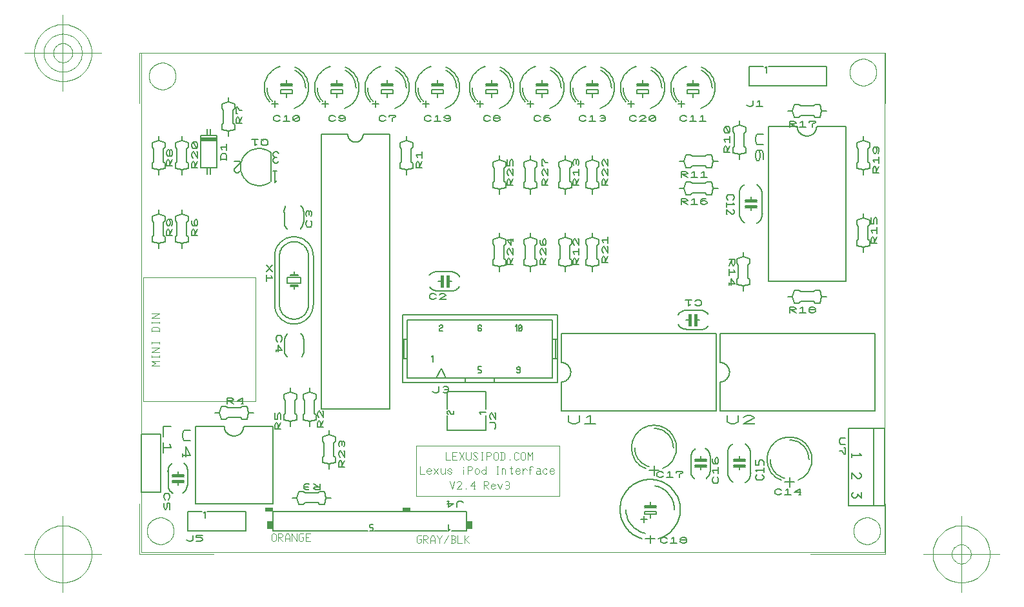
<source format=gbr>
G04 Generated by Ultiboard *
%FSLAX25Y25*%
%MOIN*%

%ADD25C,0.00367*%
%ADD10C,0.00004*%
%ADD26C,0.00800*%
%ADD12C,0.00394*%


%LNSilkscreen Top*%
%LPD*%
%FSLAX25Y25*%
%MOIN*%
G54D25*
X394960Y2638D02*
X395744Y2638D01*
X395744Y2638D02*
X395744Y1457D01*
X395744Y1457D02*
X394960Y669D01*
X394960Y669D02*
X394176Y669D01*
X394176Y669D02*
X393392Y1457D01*
X393392Y1457D02*
X393392Y3819D01*
X393392Y3819D02*
X394176Y4606D01*
X394176Y4606D02*
X395744Y4606D01*
X396920Y669D02*
X396920Y4606D01*
X396920Y4606D02*
X398487Y4606D01*
X398487Y4606D02*
X399271Y3819D01*
X399271Y3819D02*
X399271Y3425D01*
X399271Y3425D02*
X398487Y2638D01*
X398487Y2638D02*
X396920Y2638D01*
X397311Y2638D02*
X399271Y669D01*
X400447Y669D02*
X400447Y3031D01*
X400447Y3031D02*
X401231Y4606D01*
X401231Y4606D02*
X402015Y4606D01*
X402015Y4606D02*
X402799Y3031D01*
X402799Y3031D02*
X402799Y669D01*
X400447Y1850D02*
X402799Y1850D01*
X403975Y4606D02*
X405150Y2638D01*
X405150Y2638D02*
X406326Y4606D01*
X405150Y2638D02*
X405150Y669D01*
X409854Y4606D02*
X407502Y669D01*
X411030Y669D02*
X412598Y669D01*
X412598Y669D02*
X413381Y1457D01*
X413381Y1457D02*
X413381Y1850D01*
X413381Y1850D02*
X412598Y2638D01*
X412598Y2638D02*
X413381Y3425D01*
X413381Y3425D02*
X413381Y3819D01*
X413381Y3819D02*
X412598Y4606D01*
X412598Y4606D02*
X411422Y4606D01*
X411422Y4606D02*
X411030Y4606D01*
X411422Y2638D02*
X412598Y2638D01*
X411422Y4606D02*
X411422Y669D01*
X414557Y4606D02*
X414557Y669D01*
X414557Y669D02*
X416909Y669D01*
X418085Y669D02*
X418085Y4606D01*
X418085Y2638D02*
X418477Y2638D01*
X418477Y2638D02*
X420437Y4606D01*
X418477Y2638D02*
X420437Y669D01*
X260331Y92392D02*
X256394Y92392D01*
X256394Y92392D02*
X258362Y93568D01*
X258362Y93568D02*
X256394Y94744D01*
X256394Y94744D02*
X260331Y94744D01*
X260331Y96703D02*
X260331Y97487D01*
X256394Y96703D02*
X256394Y97487D01*
X260331Y97095D02*
X256394Y97095D01*
X260331Y99447D02*
X256394Y99447D01*
X256394Y99447D02*
X260331Y101799D01*
X260331Y101799D02*
X256394Y101799D01*
X260331Y103759D02*
X260331Y104542D01*
X256394Y103759D02*
X256394Y104542D01*
X260331Y104150D02*
X256394Y104150D01*
X260331Y110030D02*
X260331Y111598D01*
X260331Y111598D02*
X259543Y112381D01*
X259543Y112381D02*
X257181Y112381D01*
X257181Y112381D02*
X256394Y111598D01*
X256394Y111598D02*
X256394Y110030D01*
X256394Y110422D02*
X260331Y110422D01*
X260331Y114341D02*
X260331Y115125D01*
X256394Y114341D02*
X256394Y115125D01*
X260331Y114733D02*
X256394Y114733D01*
X260331Y117085D02*
X256394Y117085D01*
X256394Y117085D02*
X260331Y119437D01*
X260331Y119437D02*
X256394Y119437D01*
X318392Y2457D02*
X319176Y1669D01*
X319176Y1669D02*
X319960Y1669D01*
X319960Y1669D02*
X320744Y2457D01*
X320744Y2457D02*
X320744Y4819D01*
X320744Y4819D02*
X319960Y5606D01*
X319960Y5606D02*
X319176Y5606D01*
X319176Y5606D02*
X318392Y4819D01*
X318392Y4819D02*
X318392Y2457D01*
X321920Y1669D02*
X321920Y5606D01*
X321920Y5606D02*
X323487Y5606D01*
X323487Y5606D02*
X324271Y4819D01*
X324271Y4819D02*
X324271Y4425D01*
X324271Y4425D02*
X323487Y3638D01*
X323487Y3638D02*
X321920Y3638D01*
X322311Y3638D02*
X324271Y1669D01*
X325447Y1669D02*
X325447Y4031D01*
X325447Y4031D02*
X326231Y5606D01*
X326231Y5606D02*
X327015Y5606D01*
X327015Y5606D02*
X327799Y4031D01*
X327799Y4031D02*
X327799Y1669D01*
X325447Y2850D02*
X327799Y2850D01*
X328975Y1669D02*
X328975Y5606D01*
X328975Y5606D02*
X331326Y1669D01*
X331326Y1669D02*
X331326Y5606D01*
X334070Y3638D02*
X334854Y3638D01*
X334854Y3638D02*
X334854Y2457D01*
X334854Y2457D02*
X334070Y1669D01*
X334070Y1669D02*
X333286Y1669D01*
X333286Y1669D02*
X332502Y2457D01*
X332502Y2457D02*
X332502Y4819D01*
X332502Y4819D02*
X333286Y5606D01*
X333286Y5606D02*
X334854Y5606D01*
X338381Y1669D02*
X336030Y1669D01*
X336030Y1669D02*
X336030Y3638D01*
X336030Y3638D02*
X336030Y5606D01*
X336030Y5606D02*
X338381Y5606D01*
X336030Y3638D02*
X337598Y3638D01*
X408392Y47606D02*
X408392Y43669D01*
X408392Y43669D02*
X410744Y43669D01*
X414271Y43669D02*
X411920Y43669D01*
X411920Y43669D02*
X411920Y45638D01*
X411920Y45638D02*
X411920Y47606D01*
X411920Y47606D02*
X414271Y47606D01*
X411920Y45638D02*
X413487Y45638D01*
X415447Y47606D02*
X417799Y43669D01*
X415447Y43669D02*
X417799Y47606D01*
X418975Y47606D02*
X418975Y44457D01*
X418975Y44457D02*
X419759Y43669D01*
X419759Y43669D02*
X420542Y43669D01*
X420542Y43669D02*
X421326Y44457D01*
X421326Y44457D02*
X421326Y47606D01*
X422502Y44457D02*
X423286Y43669D01*
X423286Y43669D02*
X424070Y43669D01*
X424070Y43669D02*
X424854Y44457D01*
X424854Y44457D02*
X422502Y46819D01*
X422502Y46819D02*
X423286Y47606D01*
X423286Y47606D02*
X424070Y47606D01*
X424070Y47606D02*
X424854Y46819D01*
X426814Y43669D02*
X427598Y43669D01*
X426814Y47606D02*
X427598Y47606D01*
X427206Y43669D02*
X427206Y47606D01*
X429557Y43669D02*
X429557Y47606D01*
X429557Y47606D02*
X431125Y47606D01*
X431125Y47606D02*
X431909Y46819D01*
X431909Y46819D02*
X431909Y46425D01*
X431909Y46425D02*
X431125Y45638D01*
X431125Y45638D02*
X429557Y45638D01*
X433085Y44457D02*
X433869Y43669D01*
X433869Y43669D02*
X434653Y43669D01*
X434653Y43669D02*
X435437Y44457D01*
X435437Y44457D02*
X435437Y46819D01*
X435437Y46819D02*
X434653Y47606D01*
X434653Y47606D02*
X433869Y47606D01*
X433869Y47606D02*
X433085Y46819D01*
X433085Y46819D02*
X433085Y44457D01*
X436612Y43669D02*
X438180Y43669D01*
X438180Y43669D02*
X438964Y44457D01*
X438964Y44457D02*
X438964Y46819D01*
X438964Y46819D02*
X438180Y47606D01*
X438180Y47606D02*
X436612Y47606D01*
X437004Y47606D02*
X437004Y43669D01*
X441316Y43669D02*
X441316Y44063D01*
X446019Y44457D02*
X445235Y43669D01*
X445235Y43669D02*
X444451Y43669D01*
X444451Y43669D02*
X443668Y44457D01*
X443668Y44457D02*
X443668Y46819D01*
X443668Y46819D02*
X444451Y47606D01*
X444451Y47606D02*
X445235Y47606D01*
X445235Y47606D02*
X446019Y46819D01*
X447195Y44457D02*
X447979Y43669D01*
X447979Y43669D02*
X448763Y43669D01*
X448763Y43669D02*
X449547Y44457D01*
X449547Y44457D02*
X449547Y46819D01*
X449547Y46819D02*
X448763Y47606D01*
X448763Y47606D02*
X447979Y47606D01*
X447979Y47606D02*
X447195Y46819D01*
X447195Y46819D02*
X447195Y44457D01*
X450723Y43669D02*
X450723Y47606D01*
X450723Y47606D02*
X451899Y45638D01*
X451899Y45638D02*
X453074Y47606D01*
X453074Y47606D02*
X453074Y43669D01*
X395116Y40362D02*
X395116Y36425D01*
X395116Y36425D02*
X397468Y36425D01*
X400996Y37213D02*
X400212Y36425D01*
X400212Y36425D02*
X399428Y36425D01*
X399428Y36425D02*
X398644Y37213D01*
X398644Y37213D02*
X398644Y38394D01*
X398644Y38394D02*
X399428Y39181D01*
X399428Y39181D02*
X400212Y39181D01*
X400212Y39181D02*
X400996Y38394D01*
X400996Y38394D02*
X400604Y38000D01*
X400604Y38000D02*
X398644Y38000D01*
X402171Y36425D02*
X404523Y39181D01*
X402171Y39181D02*
X404523Y36425D01*
X405699Y39181D02*
X405699Y37213D01*
X405699Y37213D02*
X406483Y36425D01*
X406483Y36425D02*
X407267Y36425D01*
X407267Y36425D02*
X408051Y37213D01*
X408051Y37213D02*
X408051Y39181D01*
X408051Y37213D02*
X408051Y36425D01*
X409227Y37213D02*
X410010Y36425D01*
X410010Y36425D02*
X410794Y36425D01*
X410794Y36425D02*
X411578Y37213D01*
X411578Y37213D02*
X409227Y38394D01*
X409227Y38394D02*
X410010Y39181D01*
X410010Y39181D02*
X410794Y39181D01*
X410794Y39181D02*
X411578Y38394D01*
X417458Y36425D02*
X417458Y38787D01*
X417458Y39575D02*
X417458Y39969D01*
X419809Y36425D02*
X419809Y40362D01*
X419809Y40362D02*
X421377Y40362D01*
X421377Y40362D02*
X422161Y39575D01*
X422161Y39575D02*
X422161Y39181D01*
X422161Y39181D02*
X421377Y38394D01*
X421377Y38394D02*
X419809Y38394D01*
X423337Y37213D02*
X424121Y36425D01*
X424121Y36425D02*
X424905Y36425D01*
X424905Y36425D02*
X425689Y37213D01*
X425689Y37213D02*
X425689Y38394D01*
X425689Y38394D02*
X424905Y39181D01*
X424905Y39181D02*
X424121Y39181D01*
X424121Y39181D02*
X423337Y38394D01*
X423337Y38394D02*
X423337Y37213D01*
X429216Y37213D02*
X428432Y36425D01*
X428432Y36425D02*
X427648Y36425D01*
X427648Y36425D02*
X426864Y37213D01*
X426864Y37213D02*
X426864Y38000D01*
X426864Y38000D02*
X427648Y38787D01*
X427648Y38787D02*
X428432Y38787D01*
X428432Y38787D02*
X429216Y38000D01*
X429216Y40362D02*
X429216Y36425D01*
X434703Y36425D02*
X435487Y36425D01*
X434703Y40362D02*
X435487Y40362D01*
X435095Y36425D02*
X435095Y40362D01*
X437447Y36425D02*
X437447Y38787D01*
X437447Y38787D02*
X437447Y39181D01*
X437447Y38787D02*
X437839Y39181D01*
X437839Y39181D02*
X438623Y39181D01*
X438623Y39181D02*
X439015Y38787D01*
X439015Y38787D02*
X439015Y36425D01*
X442934Y36819D02*
X442542Y36425D01*
X442542Y36425D02*
X442150Y36819D01*
X442150Y36819D02*
X442150Y40362D01*
X441367Y39181D02*
X442934Y39181D01*
X446854Y37213D02*
X446070Y36425D01*
X446070Y36425D02*
X445286Y36425D01*
X445286Y36425D02*
X444502Y37213D01*
X444502Y37213D02*
X444502Y38394D01*
X444502Y38394D02*
X445286Y39181D01*
X445286Y39181D02*
X446070Y39181D01*
X446070Y39181D02*
X446854Y38394D01*
X446854Y38394D02*
X446462Y38000D01*
X446462Y38000D02*
X444502Y38000D01*
X448030Y38000D02*
X449206Y39181D01*
X449206Y39181D02*
X449598Y39181D01*
X449598Y39181D02*
X450381Y38394D01*
X448030Y36425D02*
X448030Y39181D01*
X451949Y36425D02*
X451949Y39969D01*
X451949Y39969D02*
X452341Y40362D01*
X452341Y40362D02*
X453125Y40362D01*
X453125Y40362D02*
X453517Y39969D01*
X451557Y38787D02*
X452341Y38787D01*
X455477Y39181D02*
X456653Y39181D01*
X456653Y39181D02*
X457045Y38787D01*
X457045Y38787D02*
X457045Y36819D01*
X457045Y36819D02*
X456653Y36425D01*
X456653Y36425D02*
X455477Y36425D01*
X455477Y36425D02*
X455085Y36819D01*
X455085Y36819D02*
X455085Y37606D01*
X455085Y37606D02*
X455477Y38000D01*
X455477Y38000D02*
X457045Y38000D01*
X457045Y36819D02*
X457437Y36425D01*
X460572Y36819D02*
X460180Y36425D01*
X460180Y36425D02*
X459396Y36425D01*
X459396Y36425D02*
X458612Y37213D01*
X458612Y37213D02*
X458612Y38394D01*
X458612Y38394D02*
X459396Y39181D01*
X459396Y39181D02*
X460180Y39181D01*
X460180Y39181D02*
X460572Y38787D01*
X464492Y37213D02*
X463708Y36425D01*
X463708Y36425D02*
X462924Y36425D01*
X462924Y36425D02*
X462140Y37213D01*
X462140Y37213D02*
X462140Y38394D01*
X462140Y38394D02*
X462924Y39181D01*
X462924Y39181D02*
X463708Y39181D01*
X463708Y39181D02*
X464492Y38394D01*
X464492Y38394D02*
X464100Y38000D01*
X464100Y38000D02*
X462140Y38000D01*
X410573Y32606D02*
X411749Y28669D01*
X411749Y28669D02*
X412925Y32606D01*
X414101Y31819D02*
X414885Y32606D01*
X414885Y32606D02*
X415668Y32606D01*
X415668Y32606D02*
X416452Y31819D01*
X416452Y31819D02*
X416452Y31425D01*
X416452Y31425D02*
X414101Y28669D01*
X414101Y28669D02*
X416452Y28669D01*
X416452Y28669D02*
X416452Y29063D01*
X418804Y28669D02*
X418804Y29063D01*
X423507Y30244D02*
X421156Y30244D01*
X421156Y30244D02*
X423115Y32606D01*
X423115Y32606D02*
X423115Y28669D01*
X422724Y28669D02*
X423507Y28669D01*
X428211Y28669D02*
X428211Y32606D01*
X428211Y32606D02*
X429779Y32606D01*
X429779Y32606D02*
X430563Y31819D01*
X430563Y31819D02*
X430563Y31425D01*
X430563Y31425D02*
X429779Y30638D01*
X429779Y30638D02*
X428211Y30638D01*
X428603Y30638D02*
X430563Y28669D01*
X434090Y29457D02*
X433306Y28669D01*
X433306Y28669D02*
X432522Y28669D01*
X432522Y28669D02*
X431738Y29457D01*
X431738Y29457D02*
X431738Y30638D01*
X431738Y30638D02*
X432522Y31425D01*
X432522Y31425D02*
X433306Y31425D01*
X433306Y31425D02*
X434090Y30638D01*
X434090Y30638D02*
X433698Y30244D01*
X433698Y30244D02*
X431738Y30244D01*
X435266Y31425D02*
X436442Y28669D01*
X436442Y28669D02*
X437618Y31425D01*
X439185Y32213D02*
X439577Y32606D01*
X439577Y32606D02*
X440361Y32606D01*
X440361Y32606D02*
X441145Y31819D01*
X441145Y31819D02*
X441145Y31031D01*
X441145Y31031D02*
X440753Y30638D01*
X440753Y30638D02*
X441145Y30244D01*
X441145Y30244D02*
X441145Y29457D01*
X441145Y29457D02*
X440361Y28669D01*
X440361Y28669D02*
X439577Y28669D01*
X439577Y28669D02*
X439185Y29063D01*
X439577Y30638D02*
X440753Y30638D01*
G54D10*
X251000Y254000D02*
X251000Y-4000D01*
X251000Y-4000D02*
X635000Y-4000D01*
X635000Y-4000D02*
X635000Y254000D01*
X635000Y254000D02*
X251000Y254000D01*
X267890Y7000D02*
X267857Y7675D01*
X267857Y7675D02*
X267757Y8344D01*
X267757Y8344D02*
X267593Y9000D01*
X267593Y9000D02*
X267365Y9637D01*
X267365Y9637D02*
X267076Y10248D01*
X267076Y10248D02*
X266729Y10828D01*
X266729Y10828D02*
X266326Y11371D01*
X266326Y11371D02*
X265872Y11872D01*
X265872Y11872D02*
X265371Y12326D01*
X265371Y12326D02*
X264828Y12729D01*
X264828Y12729D02*
X264248Y13076D01*
X264248Y13076D02*
X263637Y13365D01*
X263637Y13365D02*
X263000Y13593D01*
X263000Y13593D02*
X262344Y13757D01*
X262344Y13757D02*
X261675Y13857D01*
X261675Y13857D02*
X261000Y13890D01*
X261000Y13890D02*
X260325Y13857D01*
X260325Y13857D02*
X259656Y13757D01*
X259656Y13757D02*
X259000Y13593D01*
X259000Y13593D02*
X258363Y13365D01*
X258363Y13365D02*
X257752Y13076D01*
X257752Y13076D02*
X257172Y12729D01*
X257172Y12729D02*
X256629Y12326D01*
X256629Y12326D02*
X256128Y11872D01*
X256128Y11872D02*
X255674Y11371D01*
X255674Y11371D02*
X255271Y10828D01*
X255271Y10828D02*
X254924Y10248D01*
X254924Y10248D02*
X254635Y9637D01*
X254635Y9637D02*
X254407Y9000D01*
X254407Y9000D02*
X254243Y8344D01*
X254243Y8344D02*
X254143Y7675D01*
X254143Y7675D02*
X254110Y7000D01*
X254110Y7000D02*
X254143Y6325D01*
X254143Y6325D02*
X254243Y5656D01*
X254243Y5656D02*
X254407Y5000D01*
X254407Y5000D02*
X254635Y4363D01*
X254635Y4363D02*
X254924Y3752D01*
X254924Y3752D02*
X255271Y3172D01*
X255271Y3172D02*
X255674Y2629D01*
X255674Y2629D02*
X256128Y2128D01*
X256128Y2128D02*
X256629Y1674D01*
X256629Y1674D02*
X257172Y1271D01*
X257172Y1271D02*
X257752Y924D01*
X257752Y924D02*
X258363Y635D01*
X258363Y635D02*
X259000Y407D01*
X259000Y407D02*
X259656Y243D01*
X259656Y243D02*
X260325Y143D01*
X260325Y143D02*
X261000Y110D01*
X261000Y110D02*
X261675Y143D01*
X261675Y143D02*
X262344Y243D01*
X262344Y243D02*
X263000Y407D01*
X263000Y407D02*
X263637Y635D01*
X263637Y635D02*
X264248Y924D01*
X264248Y924D02*
X264828Y1271D01*
X264828Y1271D02*
X265371Y1674D01*
X265371Y1674D02*
X265872Y2128D01*
X265872Y2128D02*
X266326Y2629D01*
X266326Y2629D02*
X266729Y3172D01*
X266729Y3172D02*
X267076Y3752D01*
X267076Y3752D02*
X267365Y4363D01*
X267365Y4363D02*
X267593Y5000D01*
X267593Y5000D02*
X267757Y5656D01*
X267757Y5656D02*
X267857Y6325D01*
X267857Y6325D02*
X267890Y7000D01*
G36*
X316000Y8000D02*
X316000Y12000D01*
X319000Y12000D01*
X319000Y8000D01*
X316000Y8000D01*
G37*
G36*
X315000Y17000D02*
X315000Y19000D01*
X319000Y19000D01*
X319000Y17000D01*
X315000Y17000D01*
G37*
X268890Y242000D02*
X268857Y242675D01*
X268857Y242675D02*
X268757Y243344D01*
X268757Y243344D02*
X268593Y244000D01*
X268593Y244000D02*
X268365Y244637D01*
X268365Y244637D02*
X268076Y245248D01*
X268076Y245248D02*
X267729Y245828D01*
X267729Y245828D02*
X267326Y246371D01*
X267326Y246371D02*
X266872Y246872D01*
X266872Y246872D02*
X266371Y247326D01*
X266371Y247326D02*
X265828Y247729D01*
X265828Y247729D02*
X265248Y248076D01*
X265248Y248076D02*
X264637Y248365D01*
X264637Y248365D02*
X264000Y248593D01*
X264000Y248593D02*
X263344Y248757D01*
X263344Y248757D02*
X262675Y248857D01*
X262675Y248857D02*
X262000Y248890D01*
X262000Y248890D02*
X261325Y248857D01*
X261325Y248857D02*
X260656Y248757D01*
X260656Y248757D02*
X260000Y248593D01*
X260000Y248593D02*
X259363Y248365D01*
X259363Y248365D02*
X258752Y248076D01*
X258752Y248076D02*
X258172Y247729D01*
X258172Y247729D02*
X257629Y247326D01*
X257629Y247326D02*
X257128Y246872D01*
X257128Y246872D02*
X256674Y246371D01*
X256674Y246371D02*
X256271Y245828D01*
X256271Y245828D02*
X255924Y245248D01*
X255924Y245248D02*
X255635Y244637D01*
X255635Y244637D02*
X255407Y244000D01*
X255407Y244000D02*
X255243Y243344D01*
X255243Y243344D02*
X255143Y242675D01*
X255143Y242675D02*
X255110Y242000D01*
X255110Y242000D02*
X255143Y241325D01*
X255143Y241325D02*
X255243Y240656D01*
X255243Y240656D02*
X255407Y240000D01*
X255407Y240000D02*
X255635Y239363D01*
X255635Y239363D02*
X255924Y238752D01*
X255924Y238752D02*
X256271Y238172D01*
X256271Y238172D02*
X256674Y237629D01*
X256674Y237629D02*
X257128Y237128D01*
X257128Y237128D02*
X257629Y236674D01*
X257629Y236674D02*
X258172Y236271D01*
X258172Y236271D02*
X258752Y235924D01*
X258752Y235924D02*
X259363Y235635D01*
X259363Y235635D02*
X260000Y235407D01*
X260000Y235407D02*
X260656Y235243D01*
X260656Y235243D02*
X261325Y235143D01*
X261325Y235143D02*
X262000Y235110D01*
X262000Y235110D02*
X262675Y235143D01*
X262675Y235143D02*
X263344Y235243D01*
X263344Y235243D02*
X264000Y235407D01*
X264000Y235407D02*
X264637Y235635D01*
X264637Y235635D02*
X265248Y235924D01*
X265248Y235924D02*
X265828Y236271D01*
X265828Y236271D02*
X266371Y236674D01*
X266371Y236674D02*
X266872Y237128D01*
X266872Y237128D02*
X267326Y237629D01*
X267326Y237629D02*
X267729Y238172D01*
X267729Y238172D02*
X268076Y238752D01*
X268076Y238752D02*
X268365Y239363D01*
X268365Y239363D02*
X268593Y240000D01*
X268593Y240000D02*
X268757Y240656D01*
X268757Y240656D02*
X268857Y241325D01*
X268857Y241325D02*
X268890Y242000D01*
X393000Y51000D02*
X393000Y25000D01*
X393000Y25000D02*
X467000Y25000D01*
X467000Y25000D02*
X467000Y51000D01*
X467000Y51000D02*
X393000Y51000D01*
G36*
X386000Y17000D02*
X386000Y19000D01*
X390000Y19000D01*
X390000Y17000D01*
X386000Y17000D01*
G37*
G36*
X419000Y8000D02*
X419000Y12000D01*
X422000Y12000D01*
X422000Y8000D01*
X419000Y8000D01*
G37*
X632890Y7000D02*
X632857Y7675D01*
X632857Y7675D02*
X632757Y8344D01*
X632757Y8344D02*
X632593Y9000D01*
X632593Y9000D02*
X632365Y9637D01*
X632365Y9637D02*
X632076Y10248D01*
X632076Y10248D02*
X631729Y10828D01*
X631729Y10828D02*
X631326Y11371D01*
X631326Y11371D02*
X630872Y11872D01*
X630872Y11872D02*
X630371Y12326D01*
X630371Y12326D02*
X629828Y12729D01*
X629828Y12729D02*
X629248Y13076D01*
X629248Y13076D02*
X628637Y13365D01*
X628637Y13365D02*
X628000Y13593D01*
X628000Y13593D02*
X627344Y13757D01*
X627344Y13757D02*
X626675Y13857D01*
X626675Y13857D02*
X626000Y13890D01*
X626000Y13890D02*
X625325Y13857D01*
X625325Y13857D02*
X624656Y13757D01*
X624656Y13757D02*
X624000Y13593D01*
X624000Y13593D02*
X623363Y13365D01*
X623363Y13365D02*
X622752Y13076D01*
X622752Y13076D02*
X622172Y12729D01*
X622172Y12729D02*
X621629Y12326D01*
X621629Y12326D02*
X621128Y11872D01*
X621128Y11872D02*
X620674Y11371D01*
X620674Y11371D02*
X620271Y10828D01*
X620271Y10828D02*
X619924Y10248D01*
X619924Y10248D02*
X619635Y9637D01*
X619635Y9637D02*
X619407Y9000D01*
X619407Y9000D02*
X619243Y8344D01*
X619243Y8344D02*
X619143Y7675D01*
X619143Y7675D02*
X619110Y7000D01*
X619110Y7000D02*
X619143Y6325D01*
X619143Y6325D02*
X619243Y5656D01*
X619243Y5656D02*
X619407Y5000D01*
X619407Y5000D02*
X619635Y4363D01*
X619635Y4363D02*
X619924Y3752D01*
X619924Y3752D02*
X620271Y3172D01*
X620271Y3172D02*
X620674Y2629D01*
X620674Y2629D02*
X621128Y2128D01*
X621128Y2128D02*
X621629Y1674D01*
X621629Y1674D02*
X622172Y1271D01*
X622172Y1271D02*
X622752Y924D01*
X622752Y924D02*
X623363Y635D01*
X623363Y635D02*
X624000Y407D01*
X624000Y407D02*
X624656Y243D01*
X624656Y243D02*
X625325Y143D01*
X625325Y143D02*
X626000Y110D01*
X626000Y110D02*
X626675Y143D01*
X626675Y143D02*
X627344Y243D01*
X627344Y243D02*
X628000Y407D01*
X628000Y407D02*
X628637Y635D01*
X628637Y635D02*
X629248Y924D01*
X629248Y924D02*
X629828Y1271D01*
X629828Y1271D02*
X630371Y1674D01*
X630371Y1674D02*
X630872Y2128D01*
X630872Y2128D02*
X631326Y2629D01*
X631326Y2629D02*
X631729Y3172D01*
X631729Y3172D02*
X632076Y3752D01*
X632076Y3752D02*
X632365Y4363D01*
X632365Y4363D02*
X632593Y5000D01*
X632593Y5000D02*
X632757Y5656D01*
X632757Y5656D02*
X632857Y6325D01*
X632857Y6325D02*
X632890Y7000D01*
X630890Y244000D02*
X630857Y244675D01*
X630857Y244675D02*
X630757Y245344D01*
X630757Y245344D02*
X630593Y246000D01*
X630593Y246000D02*
X630365Y246637D01*
X630365Y246637D02*
X630076Y247248D01*
X630076Y247248D02*
X629729Y247828D01*
X629729Y247828D02*
X629326Y248371D01*
X629326Y248371D02*
X628872Y248872D01*
X628872Y248872D02*
X628371Y249326D01*
X628371Y249326D02*
X627828Y249729D01*
X627828Y249729D02*
X627248Y250076D01*
X627248Y250076D02*
X626637Y250365D01*
X626637Y250365D02*
X626000Y250593D01*
X626000Y250593D02*
X625344Y250757D01*
X625344Y250757D02*
X624675Y250857D01*
X624675Y250857D02*
X624000Y250890D01*
X624000Y250890D02*
X623325Y250857D01*
X623325Y250857D02*
X622656Y250757D01*
X622656Y250757D02*
X622000Y250593D01*
X622000Y250593D02*
X621363Y250365D01*
X621363Y250365D02*
X620752Y250076D01*
X620752Y250076D02*
X620172Y249729D01*
X620172Y249729D02*
X619629Y249326D01*
X619629Y249326D02*
X619128Y248872D01*
X619128Y248872D02*
X618674Y248371D01*
X618674Y248371D02*
X618271Y247828D01*
X618271Y247828D02*
X617924Y247248D01*
X617924Y247248D02*
X617635Y246637D01*
X617635Y246637D02*
X617407Y246000D01*
X617407Y246000D02*
X617243Y245344D01*
X617243Y245344D02*
X617143Y244675D01*
X617143Y244675D02*
X617110Y244000D01*
X617110Y244000D02*
X617143Y243325D01*
X617143Y243325D02*
X617243Y242656D01*
X617243Y242656D02*
X617407Y242000D01*
X617407Y242000D02*
X617635Y241363D01*
X617635Y241363D02*
X617924Y240752D01*
X617924Y240752D02*
X618271Y240172D01*
X618271Y240172D02*
X618674Y239629D01*
X618674Y239629D02*
X619128Y239128D01*
X619128Y239128D02*
X619629Y238674D01*
X619629Y238674D02*
X620172Y238271D01*
X620172Y238271D02*
X620752Y237924D01*
X620752Y237924D02*
X621363Y237635D01*
X621363Y237635D02*
X622000Y237407D01*
X622000Y237407D02*
X622656Y237243D01*
X622656Y237243D02*
X623325Y237143D01*
X623325Y237143D02*
X624000Y237110D01*
X624000Y237110D02*
X624675Y237143D01*
X624675Y237143D02*
X625344Y237243D01*
X625344Y237243D02*
X626000Y237407D01*
X626000Y237407D02*
X626637Y237635D01*
X626637Y237635D02*
X627248Y237924D01*
X627248Y237924D02*
X627828Y238271D01*
X627828Y238271D02*
X628371Y238674D01*
X628371Y238674D02*
X628872Y239128D01*
X628872Y239128D02*
X629326Y239629D01*
X629326Y239629D02*
X629729Y240172D01*
X629729Y240172D02*
X630076Y240752D01*
X630076Y240752D02*
X630365Y241363D01*
X630365Y241363D02*
X630593Y242000D01*
X630593Y242000D02*
X630757Y242656D01*
X630757Y242656D02*
X630857Y243325D01*
X630857Y243325D02*
X630890Y244000D01*
X310000Y74000D02*
X310000Y138000D01*
X310000Y138000D02*
X252000Y138000D01*
X252000Y138000D02*
X252000Y74000D01*
X252000Y74000D02*
X310000Y74000D01*
G54D26*
X522889Y1321D02*
X521778Y726D01*
X521778Y726D02*
X520667Y726D01*
X520667Y726D02*
X519556Y1321D01*
X519556Y1321D02*
X519556Y3107D01*
X519556Y3107D02*
X520667Y3702D01*
X520667Y3702D02*
X521778Y3702D01*
X521778Y3702D02*
X522889Y3107D01*
X525111Y3107D02*
X526222Y3702D01*
X526222Y3702D02*
X526222Y726D01*
X524556Y726D02*
X527889Y726D01*
X531778Y726D02*
X530667Y726D01*
X530667Y726D02*
X529556Y1321D01*
X529556Y1321D02*
X529556Y1917D01*
X529556Y1917D02*
X530111Y2214D01*
X530111Y2214D02*
X529556Y2512D01*
X529556Y2512D02*
X529556Y3107D01*
X529556Y3107D02*
X530667Y3702D01*
X530667Y3702D02*
X531778Y3702D01*
X531778Y3702D02*
X532889Y3107D01*
X532889Y3107D02*
X532889Y2512D01*
X532889Y2512D02*
X532333Y2214D01*
X532333Y2214D02*
X532889Y1917D01*
X532889Y1917D02*
X532889Y1321D01*
X532889Y1321D02*
X531778Y726D01*
X530111Y2214D02*
X532333Y2214D01*
X471926Y66577D02*
X471926Y63196D01*
X471926Y63196D02*
X473778Y62351D01*
X473778Y62351D02*
X475630Y62351D01*
X475630Y62351D02*
X477481Y63196D01*
X477481Y63196D02*
X477481Y66577D01*
X481185Y65732D02*
X483037Y66577D01*
X483037Y66577D02*
X483037Y62351D01*
X480259Y62351D02*
X485815Y62351D01*
X506889Y219321D02*
X505778Y218726D01*
X505778Y218726D02*
X504667Y218726D01*
X504667Y218726D02*
X503556Y219321D01*
X503556Y219321D02*
X503556Y221107D01*
X503556Y221107D02*
X504667Y221702D01*
X504667Y221702D02*
X505778Y221702D01*
X505778Y221702D02*
X506889Y221107D01*
X508556Y221107D02*
X509667Y221702D01*
X509667Y221702D02*
X510778Y221702D01*
X510778Y221702D02*
X511889Y221107D01*
X511889Y221107D02*
X511889Y220810D01*
X511889Y220810D02*
X508556Y218726D01*
X508556Y218726D02*
X511889Y218726D01*
X511889Y218726D02*
X511889Y219024D01*
X513556Y221107D02*
X514667Y221702D01*
X514667Y221702D02*
X515778Y221702D01*
X515778Y221702D02*
X516889Y221107D01*
X516889Y221107D02*
X516889Y219321D01*
X516889Y219321D02*
X515778Y218726D01*
X515778Y218726D02*
X514667Y218726D01*
X514667Y218726D02*
X513556Y219321D01*
X513556Y219321D02*
X513556Y221107D01*
X516889Y221107D02*
X513556Y219321D01*
X520889Y35321D02*
X519778Y34726D01*
X519778Y34726D02*
X518667Y34726D01*
X518667Y34726D02*
X517556Y35321D01*
X517556Y35321D02*
X517556Y37107D01*
X517556Y37107D02*
X518667Y37702D01*
X518667Y37702D02*
X519778Y37702D01*
X519778Y37702D02*
X520889Y37107D01*
X523111Y37107D02*
X524222Y37702D01*
X524222Y37702D02*
X524222Y34726D01*
X522556Y34726D02*
X525889Y34726D01*
X529222Y34726D02*
X529222Y36214D01*
X529222Y36214D02*
X530889Y37107D01*
X530889Y37107D02*
X530889Y37702D01*
X530889Y37702D02*
X527556Y37702D01*
X527556Y37702D02*
X527556Y37107D01*
X266577Y61074D02*
X262351Y61074D01*
X262351Y61074D02*
X262351Y55519D01*
X265732Y51815D02*
X266577Y49963D01*
X266577Y49963D02*
X262351Y49963D01*
X262351Y52741D02*
X262351Y47185D01*
X417444Y21679D02*
X416333Y22274D01*
X416333Y22274D02*
X415222Y22274D01*
X415222Y22274D02*
X414111Y21679D01*
X414111Y21679D02*
X414111Y19298D01*
X409111Y21083D02*
X412444Y21083D01*
X412444Y21083D02*
X409667Y19298D01*
X409667Y19298D02*
X409667Y22274D01*
X410222Y22274D02*
X409111Y22274D01*
X377389Y219321D02*
X376278Y218726D01*
X376278Y218726D02*
X375167Y218726D01*
X375167Y218726D02*
X374056Y219321D01*
X374056Y219321D02*
X374056Y221107D01*
X374056Y221107D02*
X375167Y221702D01*
X375167Y221702D02*
X376278Y221702D01*
X376278Y221702D02*
X377389Y221107D01*
X380722Y218726D02*
X380722Y220214D01*
X380722Y220214D02*
X382389Y221107D01*
X382389Y221107D02*
X382389Y221702D01*
X382389Y221702D02*
X379056Y221702D01*
X379056Y221702D02*
X379056Y221107D01*
X318702Y144444D02*
X315726Y141111D01*
X315726Y144444D02*
X318702Y141111D01*
X318107Y138889D02*
X318702Y137778D01*
X318702Y137778D02*
X315726Y137778D01*
X315726Y139444D02*
X315726Y136111D01*
X276577Y59074D02*
X273196Y59074D01*
X273196Y59074D02*
X272351Y57222D01*
X272351Y57222D02*
X272351Y55370D01*
X272351Y55370D02*
X273196Y53519D01*
X273196Y53519D02*
X276577Y53519D01*
X274042Y45185D02*
X274042Y50741D01*
X274042Y50741D02*
X276577Y46111D01*
X276577Y46111D02*
X272351Y46111D01*
X272351Y47037D02*
X272351Y45185D01*
X295556Y72726D02*
X295556Y75702D01*
X295556Y75702D02*
X297778Y75702D01*
X297778Y75702D02*
X298889Y75107D01*
X298889Y75107D02*
X298889Y74810D01*
X298889Y74810D02*
X297778Y74214D01*
X297778Y74214D02*
X295556Y74214D01*
X296111Y74214D02*
X298889Y72726D01*
X303889Y73917D02*
X300556Y73917D01*
X300556Y73917D02*
X303333Y75702D01*
X303333Y75702D02*
X303333Y72726D01*
X302778Y72726D02*
X303889Y72726D01*
X274556Y2321D02*
X275667Y1726D01*
X275667Y1726D02*
X276778Y1726D01*
X276778Y1726D02*
X277889Y2321D01*
X277889Y2321D02*
X277889Y4702D01*
X282889Y4702D02*
X279556Y4702D01*
X279556Y4702D02*
X279556Y3512D01*
X279556Y3512D02*
X281778Y3512D01*
X281778Y3512D02*
X282889Y2917D01*
X282889Y2917D02*
X282889Y2321D01*
X282889Y2321D02*
X281778Y1726D01*
X281778Y1726D02*
X279556Y1726D01*
X263321Y23111D02*
X262726Y24222D01*
X262726Y24222D02*
X262726Y25333D01*
X262726Y25333D02*
X263321Y26444D01*
X263321Y26444D02*
X265107Y26444D01*
X265107Y26444D02*
X265702Y25333D01*
X265702Y25333D02*
X265702Y24222D01*
X265702Y24222D02*
X265107Y23111D01*
X265702Y18111D02*
X265702Y21444D01*
X265702Y21444D02*
X264512Y21444D01*
X264512Y21444D02*
X264512Y19222D01*
X264512Y19222D02*
X263917Y18111D01*
X263917Y18111D02*
X263321Y18111D01*
X263321Y18111D02*
X262726Y19222D01*
X262726Y19222D02*
X262726Y21444D01*
X356274Y40056D02*
X353298Y40056D01*
X353298Y40056D02*
X353298Y42278D01*
X353298Y42278D02*
X353893Y43389D01*
X353893Y43389D02*
X354190Y43389D01*
X354190Y43389D02*
X354786Y42278D01*
X354786Y42278D02*
X354786Y40056D01*
X354786Y40611D02*
X356274Y43389D01*
X353893Y45056D02*
X353298Y46167D01*
X353298Y46167D02*
X353298Y47278D01*
X353298Y47278D02*
X353893Y48389D01*
X353893Y48389D02*
X354190Y48389D01*
X354190Y48389D02*
X356274Y45056D01*
X356274Y45056D02*
X356274Y48389D01*
X356274Y48389D02*
X355976Y48389D01*
X353595Y50611D02*
X353298Y51167D01*
X353298Y51167D02*
X353298Y52278D01*
X353298Y52278D02*
X353893Y53389D01*
X353893Y53389D02*
X354488Y53389D01*
X354488Y53389D02*
X354786Y52833D01*
X354786Y52833D02*
X355083Y53389D01*
X355083Y53389D02*
X355679Y53389D01*
X355679Y53389D02*
X356274Y52278D01*
X356274Y52278D02*
X356274Y51167D01*
X356274Y51167D02*
X355976Y50611D01*
X354786Y51167D02*
X354786Y52833D01*
X345274Y60556D02*
X342298Y60556D01*
X342298Y60556D02*
X342298Y62778D01*
X342298Y62778D02*
X342893Y63889D01*
X342893Y63889D02*
X343190Y63889D01*
X343190Y63889D02*
X343786Y62778D01*
X343786Y62778D02*
X343786Y60556D01*
X343786Y61111D02*
X345274Y63889D01*
X342893Y65556D02*
X342298Y66667D01*
X342298Y66667D02*
X342298Y67778D01*
X342298Y67778D02*
X342893Y68889D01*
X342893Y68889D02*
X343190Y68889D01*
X343190Y68889D02*
X345274Y65556D01*
X345274Y65556D02*
X345274Y68889D01*
X345274Y68889D02*
X344976Y68889D01*
X323274Y59556D02*
X320298Y59556D01*
X320298Y59556D02*
X320298Y61778D01*
X320298Y61778D02*
X320893Y62889D01*
X320893Y62889D02*
X321190Y62889D01*
X321190Y62889D02*
X321786Y61778D01*
X321786Y61778D02*
X321786Y59556D01*
X321786Y60111D02*
X323274Y62889D01*
X320298Y67889D02*
X320298Y64556D01*
X320298Y64556D02*
X321488Y64556D01*
X321488Y64556D02*
X321488Y66778D01*
X321488Y66778D02*
X322083Y67889D01*
X322083Y67889D02*
X322679Y67889D01*
X322679Y67889D02*
X323274Y66778D01*
X323274Y66778D02*
X323274Y64556D01*
X343444Y31274D02*
X343444Y28298D01*
X343444Y28298D02*
X341222Y28298D01*
X341222Y28298D02*
X340111Y28893D01*
X340111Y28893D02*
X340111Y29190D01*
X340111Y29190D02*
X341222Y29786D01*
X341222Y29786D02*
X343444Y29786D01*
X342889Y29786D02*
X340111Y31274D01*
X337889Y28595D02*
X337333Y28298D01*
X337333Y28298D02*
X336222Y28298D01*
X336222Y28298D02*
X335111Y28893D01*
X335111Y28893D02*
X335111Y29488D01*
X335111Y29488D02*
X335667Y29786D01*
X335667Y29786D02*
X335111Y30083D01*
X335111Y30083D02*
X335111Y30679D01*
X335111Y30679D02*
X336222Y31274D01*
X336222Y31274D02*
X337333Y31274D01*
X337333Y31274D02*
X337889Y30976D01*
X337333Y29786D02*
X335667Y29786D01*
X321321Y104611D02*
X320726Y105722D01*
X320726Y105722D02*
X320726Y106833D01*
X320726Y106833D02*
X321321Y107944D01*
X321321Y107944D02*
X323107Y107944D01*
X323107Y107944D02*
X323702Y106833D01*
X323702Y106833D02*
X323702Y105722D01*
X323702Y105722D02*
X323107Y104611D01*
X321917Y99611D02*
X321917Y102944D01*
X321917Y102944D02*
X323702Y100167D01*
X323702Y100167D02*
X320726Y100167D01*
X320726Y100722D02*
X320726Y99611D01*
X322889Y219321D02*
X321778Y218726D01*
X321778Y218726D02*
X320667Y218726D01*
X320667Y218726D02*
X319556Y219321D01*
X319556Y219321D02*
X319556Y221107D01*
X319556Y221107D02*
X320667Y221702D01*
X320667Y221702D02*
X321778Y221702D01*
X321778Y221702D02*
X322889Y221107D01*
X325111Y221107D02*
X326222Y221702D01*
X326222Y221702D02*
X326222Y218726D01*
X324556Y218726D02*
X327889Y218726D01*
X329556Y221107D02*
X330667Y221702D01*
X330667Y221702D02*
X331778Y221702D01*
X331778Y221702D02*
X332889Y221107D01*
X332889Y221107D02*
X332889Y219321D01*
X332889Y219321D02*
X331778Y218726D01*
X331778Y218726D02*
X330667Y218726D01*
X330667Y218726D02*
X329556Y219321D01*
X329556Y219321D02*
X329556Y221107D01*
X332889Y221107D02*
X329556Y219321D01*
X316444Y208595D02*
X315333Y209190D01*
X315333Y209190D02*
X314222Y209190D01*
X314222Y209190D02*
X313111Y208595D01*
X313111Y208595D02*
X313111Y206810D01*
X313111Y206810D02*
X314222Y206214D01*
X314222Y206214D02*
X315333Y206214D01*
X315333Y206214D02*
X316444Y206810D01*
X316444Y206810D02*
X316444Y208595D01*
X314222Y208595D02*
X313111Y209190D01*
X310889Y206810D02*
X309778Y206214D01*
X309778Y206214D02*
X309778Y209190D01*
X311444Y209190D02*
X308111Y209190D01*
X267274Y195556D02*
X264298Y195556D01*
X264298Y195556D02*
X264298Y197778D01*
X264298Y197778D02*
X264893Y198889D01*
X264893Y198889D02*
X265190Y198889D01*
X265190Y198889D02*
X265786Y197778D01*
X265786Y197778D02*
X265786Y195556D01*
X265786Y196111D02*
X267274Y198889D01*
X267274Y202778D02*
X267274Y201667D01*
X267274Y201667D02*
X266679Y200556D01*
X266679Y200556D02*
X266083Y200556D01*
X266083Y200556D02*
X265786Y201111D01*
X265786Y201111D02*
X265488Y200556D01*
X265488Y200556D02*
X264893Y200556D01*
X264893Y200556D02*
X264298Y201667D01*
X264298Y201667D02*
X264298Y202778D01*
X264298Y202778D02*
X264893Y203889D01*
X264893Y203889D02*
X265488Y203889D01*
X265488Y203889D02*
X265786Y203333D01*
X265786Y203333D02*
X266083Y203889D01*
X266083Y203889D02*
X266679Y203889D01*
X266679Y203889D02*
X267274Y202778D01*
X265786Y201111D02*
X265786Y203333D01*
X295274Y198556D02*
X295274Y200778D01*
X295274Y200778D02*
X294679Y201889D01*
X294679Y201889D02*
X292893Y201889D01*
X292893Y201889D02*
X292298Y200778D01*
X292298Y200778D02*
X292298Y198556D01*
X292298Y199111D02*
X295274Y199111D01*
X292893Y204111D02*
X292298Y205222D01*
X292298Y205222D02*
X295274Y205222D01*
X295274Y203556D02*
X295274Y206889D01*
X280274Y194556D02*
X277298Y194556D01*
X277298Y194556D02*
X277298Y196778D01*
X277298Y196778D02*
X277893Y197889D01*
X277893Y197889D02*
X278190Y197889D01*
X278190Y197889D02*
X278786Y196778D01*
X278786Y196778D02*
X278786Y194556D01*
X278786Y195111D02*
X280274Y197889D01*
X277893Y199556D02*
X277298Y200667D01*
X277298Y200667D02*
X277298Y201778D01*
X277298Y201778D02*
X277893Y202889D01*
X277893Y202889D02*
X278190Y202889D01*
X278190Y202889D02*
X280274Y199556D01*
X280274Y199556D02*
X280274Y202889D01*
X280274Y202889D02*
X279976Y202889D01*
X277893Y204556D02*
X277298Y205667D01*
X277298Y205667D02*
X277298Y206778D01*
X277298Y206778D02*
X277893Y207889D01*
X277893Y207889D02*
X279679Y207889D01*
X279679Y207889D02*
X280274Y206778D01*
X280274Y206778D02*
X280274Y205667D01*
X280274Y205667D02*
X279679Y204556D01*
X279679Y204556D02*
X277893Y204556D01*
X277893Y207889D02*
X279679Y204556D01*
X267274Y159556D02*
X264298Y159556D01*
X264298Y159556D02*
X264298Y161778D01*
X264298Y161778D02*
X264893Y162889D01*
X264893Y162889D02*
X265190Y162889D01*
X265190Y162889D02*
X265786Y161778D01*
X265786Y161778D02*
X265786Y159556D01*
X265786Y160111D02*
X267274Y162889D01*
X266679Y164556D02*
X267274Y165667D01*
X267274Y165667D02*
X267274Y166778D01*
X267274Y166778D02*
X266679Y167889D01*
X266679Y167889D02*
X265488Y167889D01*
X265488Y167889D02*
X264893Y167889D01*
X264893Y167889D02*
X264298Y166778D01*
X264298Y166778D02*
X264298Y165667D01*
X264298Y165667D02*
X264893Y164556D01*
X264893Y164556D02*
X265488Y164556D01*
X265488Y164556D02*
X266083Y165667D01*
X266083Y165667D02*
X266083Y166778D01*
X266083Y166778D02*
X265488Y167889D01*
X280274Y159556D02*
X277298Y159556D01*
X277298Y159556D02*
X277298Y161778D01*
X277298Y161778D02*
X277893Y162889D01*
X277893Y162889D02*
X278190Y162889D01*
X278190Y162889D02*
X278786Y161778D01*
X278786Y161778D02*
X278786Y159556D01*
X278786Y160111D02*
X280274Y162889D01*
X277298Y167333D02*
X277298Y165667D01*
X277298Y165667D02*
X277893Y164556D01*
X277893Y164556D02*
X279083Y164556D01*
X279083Y164556D02*
X279679Y164556D01*
X279679Y164556D02*
X280274Y165667D01*
X280274Y165667D02*
X280274Y166778D01*
X280274Y166778D02*
X279679Y167889D01*
X279679Y167889D02*
X279083Y167889D01*
X279083Y167889D02*
X278488Y166778D01*
X278488Y166778D02*
X278488Y165667D01*
X278488Y165667D02*
X279083Y164556D01*
X303274Y217556D02*
X300298Y217556D01*
X300298Y217556D02*
X300298Y219778D01*
X300298Y219778D02*
X300893Y220889D01*
X300893Y220889D02*
X301190Y220889D01*
X301190Y220889D02*
X301786Y219778D01*
X301786Y219778D02*
X301786Y217556D01*
X301786Y218111D02*
X303274Y220889D01*
X303274Y224222D02*
X301786Y224222D01*
X301786Y224222D02*
X300893Y225889D01*
X300893Y225889D02*
X300298Y225889D01*
X300298Y225889D02*
X300298Y222556D01*
X300298Y222556D02*
X300893Y222556D01*
X338679Y167389D02*
X339274Y166278D01*
X339274Y166278D02*
X339274Y165167D01*
X339274Y165167D02*
X338679Y164056D01*
X338679Y164056D02*
X336893Y164056D01*
X336893Y164056D02*
X336298Y165167D01*
X336298Y165167D02*
X336298Y166278D01*
X336298Y166278D02*
X336893Y167389D01*
X336595Y169611D02*
X336298Y170167D01*
X336298Y170167D02*
X336298Y171278D01*
X336298Y171278D02*
X336893Y172389D01*
X336893Y172389D02*
X337488Y172389D01*
X337488Y172389D02*
X337786Y171833D01*
X337786Y171833D02*
X338083Y172389D01*
X338083Y172389D02*
X338679Y172389D01*
X338679Y172389D02*
X339274Y171278D01*
X339274Y171278D02*
X339274Y170167D01*
X339274Y170167D02*
X338976Y169611D01*
X337786Y170167D02*
X337786Y171833D01*
X351389Y219321D02*
X350278Y218726D01*
X350278Y218726D02*
X349167Y218726D01*
X349167Y218726D02*
X348056Y219321D01*
X348056Y219321D02*
X348056Y221107D01*
X348056Y221107D02*
X349167Y221702D01*
X349167Y221702D02*
X350278Y221702D01*
X350278Y221702D02*
X351389Y221107D01*
X353056Y219321D02*
X354167Y218726D01*
X354167Y218726D02*
X355278Y218726D01*
X355278Y218726D02*
X356389Y219321D01*
X356389Y219321D02*
X356389Y220512D01*
X356389Y220512D02*
X356389Y221107D01*
X356389Y221107D02*
X355278Y221702D01*
X355278Y221702D02*
X354167Y221702D01*
X354167Y221702D02*
X353056Y221107D01*
X353056Y221107D02*
X353056Y220512D01*
X353056Y220512D02*
X354167Y219917D01*
X354167Y219917D02*
X355278Y219917D01*
X355278Y219917D02*
X356389Y220512D01*
X403389Y127321D02*
X402278Y126726D01*
X402278Y126726D02*
X401167Y126726D01*
X401167Y126726D02*
X400056Y127321D01*
X400056Y127321D02*
X400056Y129107D01*
X400056Y129107D02*
X401167Y129702D01*
X401167Y129702D02*
X402278Y129702D01*
X402278Y129702D02*
X403389Y129107D01*
X405056Y129107D02*
X406167Y129702D01*
X406167Y129702D02*
X407278Y129702D01*
X407278Y129702D02*
X408389Y129107D01*
X408389Y129107D02*
X408389Y128810D01*
X408389Y128810D02*
X405056Y126726D01*
X405056Y126726D02*
X408389Y126726D01*
X408389Y126726D02*
X408389Y127024D01*
X401556Y79107D02*
X402667Y78464D01*
X402667Y78464D02*
X403778Y78464D01*
X403778Y78464D02*
X404889Y79107D01*
X404889Y79107D02*
X404889Y81679D01*
X407111Y81357D02*
X407667Y81679D01*
X407667Y81679D02*
X408778Y81679D01*
X408778Y81679D02*
X409889Y81036D01*
X409889Y81036D02*
X409889Y80393D01*
X409889Y80393D02*
X409333Y80071D01*
X409333Y80071D02*
X409889Y79750D01*
X409889Y79750D02*
X409889Y79107D01*
X409889Y79107D02*
X408778Y78464D01*
X408778Y78464D02*
X407667Y78464D01*
X407667Y78464D02*
X407111Y78786D01*
X407667Y80071D02*
X409333Y80071D01*
X433679Y59556D02*
X434274Y60667D01*
X434274Y60667D02*
X434274Y61778D01*
X434274Y61778D02*
X433679Y62889D01*
X433679Y62889D02*
X431298Y62889D01*
X431893Y64556D02*
X431298Y65667D01*
X431298Y65667D02*
X431298Y66778D01*
X431298Y66778D02*
X431893Y67889D01*
X431893Y67889D02*
X432190Y67889D01*
X432190Y67889D02*
X434274Y64556D01*
X434274Y64556D02*
X434274Y67889D01*
X434274Y67889D02*
X433976Y67889D01*
X431389Y219321D02*
X430278Y218726D01*
X430278Y218726D02*
X429167Y218726D01*
X429167Y218726D02*
X428056Y219321D01*
X428056Y219321D02*
X428056Y221107D01*
X428056Y221107D02*
X429167Y221702D01*
X429167Y221702D02*
X430278Y221702D01*
X430278Y221702D02*
X431389Y221107D01*
X435278Y218726D02*
X434167Y218726D01*
X434167Y218726D02*
X433056Y219321D01*
X433056Y219321D02*
X433056Y219917D01*
X433056Y219917D02*
X433611Y220214D01*
X433611Y220214D02*
X433056Y220512D01*
X433056Y220512D02*
X433056Y221107D01*
X433056Y221107D02*
X434167Y221702D01*
X434167Y221702D02*
X435278Y221702D01*
X435278Y221702D02*
X436389Y221107D01*
X436389Y221107D02*
X436389Y220512D01*
X436389Y220512D02*
X435833Y220214D01*
X435833Y220214D02*
X436389Y219917D01*
X436389Y219917D02*
X436389Y219321D01*
X436389Y219321D02*
X435278Y218726D01*
X433611Y220214D02*
X435833Y220214D01*
X443274Y144556D02*
X440298Y144556D01*
X440298Y144556D02*
X440298Y146778D01*
X440298Y146778D02*
X440893Y147889D01*
X440893Y147889D02*
X441190Y147889D01*
X441190Y147889D02*
X441786Y146778D01*
X441786Y146778D02*
X441786Y144556D01*
X441786Y145111D02*
X443274Y147889D01*
X440893Y149556D02*
X440298Y150667D01*
X440298Y150667D02*
X440298Y151778D01*
X440298Y151778D02*
X440893Y152889D01*
X440893Y152889D02*
X441190Y152889D01*
X441190Y152889D02*
X443274Y149556D01*
X443274Y149556D02*
X443274Y152889D01*
X443274Y152889D02*
X442976Y152889D01*
X442083Y157889D02*
X442083Y154556D01*
X442083Y154556D02*
X440298Y157333D01*
X440298Y157333D02*
X443274Y157333D01*
X443274Y156778D02*
X443274Y157889D01*
X443274Y185556D02*
X440298Y185556D01*
X440298Y185556D02*
X440298Y187778D01*
X440298Y187778D02*
X440893Y188889D01*
X440893Y188889D02*
X441190Y188889D01*
X441190Y188889D02*
X441786Y187778D01*
X441786Y187778D02*
X441786Y185556D01*
X441786Y186111D02*
X443274Y188889D01*
X440893Y190556D02*
X440298Y191667D01*
X440298Y191667D02*
X440298Y192778D01*
X440298Y192778D02*
X440893Y193889D01*
X440893Y193889D02*
X441190Y193889D01*
X441190Y193889D02*
X443274Y190556D01*
X443274Y190556D02*
X443274Y193889D01*
X443274Y193889D02*
X442976Y193889D01*
X440298Y198889D02*
X440298Y195556D01*
X440298Y195556D02*
X441488Y195556D01*
X441488Y195556D02*
X441488Y197778D01*
X441488Y197778D02*
X442083Y198889D01*
X442083Y198889D02*
X442679Y198889D01*
X442679Y198889D02*
X443274Y197778D01*
X443274Y197778D02*
X443274Y195556D01*
X396274Y194556D02*
X393298Y194556D01*
X393298Y194556D02*
X393298Y196778D01*
X393298Y196778D02*
X393893Y197889D01*
X393893Y197889D02*
X394190Y197889D01*
X394190Y197889D02*
X394786Y196778D01*
X394786Y196778D02*
X394786Y194556D01*
X394786Y195111D02*
X396274Y197889D01*
X393893Y200111D02*
X393298Y201222D01*
X393298Y201222D02*
X396274Y201222D01*
X396274Y199556D02*
X396274Y202889D01*
X400889Y219321D02*
X399778Y218726D01*
X399778Y218726D02*
X398667Y218726D01*
X398667Y218726D02*
X397556Y219321D01*
X397556Y219321D02*
X397556Y221107D01*
X397556Y221107D02*
X398667Y221702D01*
X398667Y221702D02*
X399778Y221702D01*
X399778Y221702D02*
X400889Y221107D01*
X403111Y221107D02*
X404222Y221702D01*
X404222Y221702D02*
X404222Y218726D01*
X402556Y218726D02*
X405889Y218726D01*
X407556Y219321D02*
X408667Y218726D01*
X408667Y218726D02*
X409778Y218726D01*
X409778Y218726D02*
X410889Y219321D01*
X410889Y219321D02*
X410889Y220512D01*
X410889Y220512D02*
X410889Y221107D01*
X410889Y221107D02*
X409778Y221702D01*
X409778Y221702D02*
X408667Y221702D01*
X408667Y221702D02*
X407556Y221107D01*
X407556Y221107D02*
X407556Y220512D01*
X407556Y220512D02*
X408667Y219917D01*
X408667Y219917D02*
X409778Y219917D01*
X409778Y219917D02*
X410889Y220512D01*
X461274Y185556D02*
X458298Y185556D01*
X458298Y185556D02*
X458298Y187778D01*
X458298Y187778D02*
X458893Y188889D01*
X458893Y188889D02*
X459190Y188889D01*
X459190Y188889D02*
X459786Y187778D01*
X459786Y187778D02*
X459786Y185556D01*
X459786Y186111D02*
X461274Y188889D01*
X458893Y190556D02*
X458298Y191667D01*
X458298Y191667D02*
X458298Y192778D01*
X458298Y192778D02*
X458893Y193889D01*
X458893Y193889D02*
X459190Y193889D01*
X459190Y193889D02*
X461274Y190556D01*
X461274Y190556D02*
X461274Y193889D01*
X461274Y193889D02*
X460976Y193889D01*
X461274Y197222D02*
X459786Y197222D01*
X459786Y197222D02*
X458893Y198889D01*
X458893Y198889D02*
X458298Y198889D01*
X458298Y198889D02*
X458298Y195556D01*
X458298Y195556D02*
X458893Y195556D01*
X477274Y185556D02*
X474298Y185556D01*
X474298Y185556D02*
X474298Y187778D01*
X474298Y187778D02*
X474893Y188889D01*
X474893Y188889D02*
X475190Y188889D01*
X475190Y188889D02*
X475786Y187778D01*
X475786Y187778D02*
X475786Y185556D01*
X475786Y186111D02*
X477274Y188889D01*
X474893Y191111D02*
X474298Y192222D01*
X474298Y192222D02*
X477274Y192222D01*
X477274Y190556D02*
X477274Y193889D01*
X474595Y196111D02*
X474298Y196667D01*
X474298Y196667D02*
X474298Y197778D01*
X474298Y197778D02*
X474893Y198889D01*
X474893Y198889D02*
X475488Y198889D01*
X475488Y198889D02*
X475786Y198333D01*
X475786Y198333D02*
X476083Y198889D01*
X476083Y198889D02*
X476679Y198889D01*
X476679Y198889D02*
X477274Y197778D01*
X477274Y197778D02*
X477274Y196667D01*
X477274Y196667D02*
X476976Y196111D01*
X475786Y196667D02*
X475786Y198333D01*
X492274Y185556D02*
X489298Y185556D01*
X489298Y185556D02*
X489298Y187778D01*
X489298Y187778D02*
X489893Y188889D01*
X489893Y188889D02*
X490190Y188889D01*
X490190Y188889D02*
X490786Y187778D01*
X490786Y187778D02*
X490786Y185556D01*
X490786Y186111D02*
X492274Y188889D01*
X489893Y190556D02*
X489298Y191667D01*
X489298Y191667D02*
X489298Y192778D01*
X489298Y192778D02*
X489893Y193889D01*
X489893Y193889D02*
X490190Y193889D01*
X490190Y193889D02*
X492274Y190556D01*
X492274Y190556D02*
X492274Y193889D01*
X492274Y193889D02*
X491976Y193889D01*
X489893Y195556D02*
X489298Y196667D01*
X489298Y196667D02*
X489298Y197778D01*
X489298Y197778D02*
X489893Y198889D01*
X489893Y198889D02*
X490190Y198889D01*
X490190Y198889D02*
X492274Y195556D01*
X492274Y195556D02*
X492274Y198889D01*
X492274Y198889D02*
X491976Y198889D01*
X477274Y144556D02*
X474298Y144556D01*
X474298Y144556D02*
X474298Y146778D01*
X474298Y146778D02*
X474893Y147889D01*
X474893Y147889D02*
X475190Y147889D01*
X475190Y147889D02*
X475786Y146778D01*
X475786Y146778D02*
X475786Y144556D01*
X475786Y145111D02*
X477274Y147889D01*
X474893Y150111D02*
X474298Y151222D01*
X474298Y151222D02*
X477274Y151222D01*
X477274Y149556D02*
X477274Y152889D01*
X474893Y154556D02*
X474298Y155667D01*
X474298Y155667D02*
X474298Y156778D01*
X474298Y156778D02*
X474893Y157889D01*
X474893Y157889D02*
X475190Y157889D01*
X475190Y157889D02*
X477274Y154556D01*
X477274Y154556D02*
X477274Y157889D01*
X477274Y157889D02*
X476976Y157889D01*
X460274Y144556D02*
X457298Y144556D01*
X457298Y144556D02*
X457298Y146778D01*
X457298Y146778D02*
X457893Y147889D01*
X457893Y147889D02*
X458190Y147889D01*
X458190Y147889D02*
X458786Y146778D01*
X458786Y146778D02*
X458786Y144556D01*
X458786Y145111D02*
X460274Y147889D01*
X457893Y149556D02*
X457298Y150667D01*
X457298Y150667D02*
X457298Y151778D01*
X457298Y151778D02*
X457893Y152889D01*
X457893Y152889D02*
X458190Y152889D01*
X458190Y152889D02*
X460274Y149556D01*
X460274Y149556D02*
X460274Y152889D01*
X460274Y152889D02*
X459976Y152889D01*
X457298Y157333D02*
X457298Y155667D01*
X457298Y155667D02*
X457893Y154556D01*
X457893Y154556D02*
X459083Y154556D01*
X459083Y154556D02*
X459679Y154556D01*
X459679Y154556D02*
X460274Y155667D01*
X460274Y155667D02*
X460274Y156778D01*
X460274Y156778D02*
X459679Y157889D01*
X459679Y157889D02*
X459083Y157889D01*
X459083Y157889D02*
X458488Y156778D01*
X458488Y156778D02*
X458488Y155667D01*
X458488Y155667D02*
X459083Y154556D01*
X492274Y145556D02*
X489298Y145556D01*
X489298Y145556D02*
X489298Y147778D01*
X489298Y147778D02*
X489893Y148889D01*
X489893Y148889D02*
X490190Y148889D01*
X490190Y148889D02*
X490786Y147778D01*
X490786Y147778D02*
X490786Y145556D01*
X490786Y146111D02*
X492274Y148889D01*
X489893Y150556D02*
X489298Y151667D01*
X489298Y151667D02*
X489298Y152778D01*
X489298Y152778D02*
X489893Y153889D01*
X489893Y153889D02*
X490190Y153889D01*
X490190Y153889D02*
X492274Y150556D01*
X492274Y150556D02*
X492274Y153889D01*
X492274Y153889D02*
X491976Y153889D01*
X489893Y156111D02*
X489298Y157222D01*
X489298Y157222D02*
X492274Y157222D01*
X492274Y155556D02*
X492274Y158889D01*
X480889Y219321D02*
X479778Y218726D01*
X479778Y218726D02*
X478667Y218726D01*
X478667Y218726D02*
X477556Y219321D01*
X477556Y219321D02*
X477556Y221107D01*
X477556Y221107D02*
X478667Y221702D01*
X478667Y221702D02*
X479778Y221702D01*
X479778Y221702D02*
X480889Y221107D01*
X483111Y221107D02*
X484222Y221702D01*
X484222Y221702D02*
X484222Y218726D01*
X482556Y218726D02*
X485889Y218726D01*
X488111Y221405D02*
X488667Y221702D01*
X488667Y221702D02*
X489778Y221702D01*
X489778Y221702D02*
X490889Y221107D01*
X490889Y221107D02*
X490889Y220512D01*
X490889Y220512D02*
X490333Y220214D01*
X490333Y220214D02*
X490889Y219917D01*
X490889Y219917D02*
X490889Y219321D01*
X490889Y219321D02*
X489778Y218726D01*
X489778Y218726D02*
X488667Y218726D01*
X488667Y218726D02*
X488111Y219024D01*
X488667Y220214D02*
X490333Y220214D01*
X457389Y219321D02*
X456278Y218726D01*
X456278Y218726D02*
X455167Y218726D01*
X455167Y218726D02*
X454056Y219321D01*
X454056Y219321D02*
X454056Y221107D01*
X454056Y221107D02*
X455167Y221702D01*
X455167Y221702D02*
X456278Y221702D01*
X456278Y221702D02*
X457389Y221107D01*
X461833Y221702D02*
X460167Y221702D01*
X460167Y221702D02*
X459056Y221107D01*
X459056Y221107D02*
X459056Y219917D01*
X459056Y219917D02*
X459056Y219321D01*
X459056Y219321D02*
X460167Y218726D01*
X460167Y218726D02*
X461278Y218726D01*
X461278Y218726D02*
X462389Y219321D01*
X462389Y219321D02*
X462389Y219917D01*
X462389Y219917D02*
X461278Y220512D01*
X461278Y220512D02*
X460167Y220512D01*
X460167Y220512D02*
X459056Y219917D01*
X553926Y66577D02*
X553926Y63196D01*
X553926Y63196D02*
X555778Y62351D01*
X555778Y62351D02*
X557630Y62351D01*
X557630Y62351D02*
X559481Y63196D01*
X559481Y63196D02*
X559481Y66577D01*
X562259Y65732D02*
X564111Y66577D01*
X564111Y66577D02*
X565963Y66577D01*
X565963Y66577D02*
X567815Y65732D01*
X567815Y65732D02*
X567815Y65310D01*
X567815Y65310D02*
X562259Y62351D01*
X562259Y62351D02*
X567815Y62351D01*
X567815Y62351D02*
X567815Y62774D01*
X632274Y192056D02*
X629298Y192056D01*
X629298Y192056D02*
X629298Y194278D01*
X629298Y194278D02*
X629893Y195389D01*
X629893Y195389D02*
X630190Y195389D01*
X630190Y195389D02*
X630786Y194278D01*
X630786Y194278D02*
X630786Y192056D01*
X630786Y192611D02*
X632274Y195389D01*
X629893Y197611D02*
X629298Y198722D01*
X629298Y198722D02*
X632274Y198722D01*
X632274Y197056D02*
X632274Y200389D01*
X631679Y202056D02*
X632274Y203167D01*
X632274Y203167D02*
X632274Y204278D01*
X632274Y204278D02*
X631679Y205389D01*
X631679Y205389D02*
X630488Y205389D01*
X630488Y205389D02*
X629893Y205389D01*
X629893Y205389D02*
X629298Y204278D01*
X629298Y204278D02*
X629298Y203167D01*
X629298Y203167D02*
X629893Y202056D01*
X629893Y202056D02*
X630488Y202056D01*
X630488Y202056D02*
X631083Y203167D01*
X631083Y203167D02*
X631083Y204278D01*
X631083Y204278D02*
X630488Y205389D01*
X614702Y54944D02*
X612321Y54944D01*
X612321Y54944D02*
X611726Y53833D01*
X611726Y53833D02*
X611726Y52722D01*
X611726Y52722D02*
X612321Y51611D01*
X612321Y51611D02*
X614702Y51611D01*
X611726Y48278D02*
X613214Y48278D01*
X613214Y48278D02*
X614107Y46611D01*
X614107Y46611D02*
X614702Y46611D01*
X614702Y46611D02*
X614702Y49944D01*
X614702Y49944D02*
X614107Y49944D01*
X631274Y155556D02*
X628298Y155556D01*
X628298Y155556D02*
X628298Y157778D01*
X628298Y157778D02*
X628893Y158889D01*
X628893Y158889D02*
X629190Y158889D01*
X629190Y158889D02*
X629786Y157778D01*
X629786Y157778D02*
X629786Y155556D01*
X629786Y156111D02*
X631274Y158889D01*
X628893Y161111D02*
X628298Y162222D01*
X628298Y162222D02*
X631274Y162222D01*
X631274Y160556D02*
X631274Y163889D01*
X628298Y168889D02*
X628298Y165556D01*
X628298Y165556D02*
X629488Y165556D01*
X629488Y165556D02*
X629488Y167778D01*
X629488Y167778D02*
X630083Y168889D01*
X630083Y168889D02*
X630679Y168889D01*
X630679Y168889D02*
X631274Y167778D01*
X631274Y167778D02*
X631274Y165556D01*
X586056Y119726D02*
X586056Y122702D01*
X586056Y122702D02*
X588278Y122702D01*
X588278Y122702D02*
X589389Y122107D01*
X589389Y122107D02*
X589389Y121810D01*
X589389Y121810D02*
X588278Y121214D01*
X588278Y121214D02*
X586056Y121214D01*
X586611Y121214D02*
X589389Y119726D01*
X591611Y122107D02*
X592722Y122702D01*
X592722Y122702D02*
X592722Y119726D01*
X591056Y119726D02*
X594389Y119726D01*
X598278Y119726D02*
X597167Y119726D01*
X597167Y119726D02*
X596056Y120321D01*
X596056Y120321D02*
X596056Y120917D01*
X596056Y120917D02*
X596611Y121214D01*
X596611Y121214D02*
X596056Y121512D01*
X596056Y121512D02*
X596056Y122107D01*
X596056Y122107D02*
X597167Y122702D01*
X597167Y122702D02*
X598278Y122702D01*
X598278Y122702D02*
X599389Y122107D01*
X599389Y122107D02*
X599389Y121512D01*
X599389Y121512D02*
X598833Y121214D01*
X598833Y121214D02*
X599389Y120917D01*
X599389Y120917D02*
X599389Y120321D01*
X599389Y120321D02*
X598278Y119726D01*
X596611Y121214D02*
X598833Y121214D01*
X554726Y147444D02*
X557702Y147444D01*
X557702Y147444D02*
X557702Y145222D01*
X557702Y145222D02*
X557107Y144111D01*
X557107Y144111D02*
X556810Y144111D01*
X556810Y144111D02*
X556214Y145222D01*
X556214Y145222D02*
X556214Y147444D01*
X556214Y146889D02*
X554726Y144111D01*
X557107Y141889D02*
X557702Y140778D01*
X557702Y140778D02*
X554726Y140778D01*
X554726Y142444D02*
X554726Y139111D01*
X555917Y134111D02*
X555917Y137444D01*
X555917Y137444D02*
X557702Y134667D01*
X557702Y134667D02*
X554726Y134667D01*
X554726Y135222D02*
X554726Y134111D01*
X537111Y125679D02*
X538222Y126274D01*
X538222Y126274D02*
X539333Y126274D01*
X539333Y126274D02*
X540444Y125679D01*
X540444Y125679D02*
X540444Y123893D01*
X540444Y123893D02*
X539333Y123298D01*
X539333Y123298D02*
X538222Y123298D01*
X538222Y123298D02*
X537111Y123893D01*
X534889Y123893D02*
X533778Y123298D01*
X533778Y123298D02*
X533778Y126274D01*
X535444Y126274D02*
X532111Y126274D01*
X571804Y35945D02*
X572649Y35104D01*
X572649Y35104D02*
X572649Y34262D01*
X572649Y34262D02*
X571804Y33421D01*
X571804Y33421D02*
X569268Y33421D01*
X569268Y33421D02*
X568423Y34262D01*
X568423Y34262D02*
X568423Y35104D01*
X568423Y35104D02*
X569268Y35945D01*
X569268Y37628D02*
X568423Y38470D01*
X568423Y38470D02*
X572649Y38470D01*
X572649Y37207D02*
X572649Y39732D01*
X568423Y43518D02*
X568423Y40994D01*
X568423Y40994D02*
X570113Y40994D01*
X570113Y40994D02*
X570113Y42677D01*
X570113Y42677D02*
X570958Y43518D01*
X570958Y43518D02*
X571804Y43518D01*
X571804Y43518D02*
X572649Y42677D01*
X572649Y42677D02*
X572649Y40994D01*
X548679Y34889D02*
X549274Y33778D01*
X549274Y33778D02*
X549274Y32667D01*
X549274Y32667D02*
X548679Y31556D01*
X548679Y31556D02*
X546893Y31556D01*
X546893Y31556D02*
X546298Y32667D01*
X546298Y32667D02*
X546298Y33778D01*
X546298Y33778D02*
X546893Y34889D01*
X546893Y37111D02*
X546298Y38222D01*
X546298Y38222D02*
X549274Y38222D01*
X549274Y36556D02*
X549274Y39889D01*
X546298Y44333D02*
X546298Y42667D01*
X546298Y42667D02*
X546893Y41556D01*
X546893Y41556D02*
X548083Y41556D01*
X548083Y41556D02*
X548679Y41556D01*
X548679Y41556D02*
X549274Y42667D01*
X549274Y42667D02*
X549274Y43778D01*
X549274Y43778D02*
X548679Y44889D01*
X548679Y44889D02*
X548083Y44889D01*
X548083Y44889D02*
X547488Y43778D01*
X547488Y43778D02*
X547488Y42667D01*
X547488Y42667D02*
X548083Y41556D01*
X581889Y26303D02*
X580778Y25707D01*
X580778Y25707D02*
X579667Y25707D01*
X579667Y25707D02*
X578556Y26303D01*
X578556Y26303D02*
X578556Y28088D01*
X578556Y28088D02*
X579667Y28683D01*
X579667Y28683D02*
X580778Y28683D01*
X580778Y28683D02*
X581889Y28088D01*
X584111Y28088D02*
X585222Y28683D01*
X585222Y28683D02*
X585222Y25707D01*
X583556Y25707D02*
X586889Y25707D01*
X591889Y26898D02*
X588556Y26898D01*
X588556Y26898D02*
X591333Y28683D01*
X591333Y28683D02*
X591333Y25707D01*
X590778Y25707D02*
X591889Y25707D01*
X554196Y178055D02*
X553351Y178896D01*
X553351Y178896D02*
X553351Y179738D01*
X553351Y179738D02*
X554196Y180579D01*
X554196Y180579D02*
X556732Y180579D01*
X556732Y180579D02*
X557577Y179738D01*
X557577Y179738D02*
X557577Y178896D01*
X557577Y178896D02*
X556732Y178055D01*
X556732Y176372D02*
X557577Y175530D01*
X557577Y175530D02*
X553351Y175530D01*
X553351Y176793D02*
X553351Y174268D01*
X556732Y173006D02*
X557577Y172165D01*
X557577Y172165D02*
X557577Y171323D01*
X557577Y171323D02*
X556732Y170482D01*
X556732Y170482D02*
X556310Y170482D01*
X556310Y170482D02*
X553351Y173006D01*
X553351Y173006D02*
X553351Y170482D01*
X553351Y170482D02*
X553774Y170482D01*
X572577Y212074D02*
X569196Y212074D01*
X569196Y212074D02*
X568351Y210222D01*
X568351Y210222D02*
X568351Y208370D01*
X568351Y208370D02*
X569196Y206519D01*
X569196Y206519D02*
X572577Y206519D01*
X572577Y199111D02*
X572577Y201889D01*
X572577Y201889D02*
X571732Y203741D01*
X571732Y203741D02*
X570042Y203741D01*
X570042Y203741D02*
X569196Y203741D01*
X569196Y203741D02*
X568351Y201889D01*
X568351Y201889D02*
X568351Y200037D01*
X568351Y200037D02*
X569196Y198185D01*
X569196Y198185D02*
X570042Y198185D01*
X570042Y198185D02*
X570887Y200037D01*
X570887Y200037D02*
X570887Y201889D01*
X570887Y201889D02*
X570042Y203741D01*
X563971Y226893D02*
X565082Y226298D01*
X565082Y226298D02*
X566193Y226298D01*
X566193Y226298D02*
X567304Y226893D01*
X567304Y226893D02*
X567304Y229274D01*
X569526Y228679D02*
X570637Y229274D01*
X570637Y229274D02*
X570637Y226298D01*
X568971Y226298D02*
X572304Y226298D01*
X530056Y189726D02*
X530056Y192702D01*
X530056Y192702D02*
X532278Y192702D01*
X532278Y192702D02*
X533389Y192107D01*
X533389Y192107D02*
X533389Y191810D01*
X533389Y191810D02*
X532278Y191214D01*
X532278Y191214D02*
X530056Y191214D01*
X530611Y191214D02*
X533389Y189726D01*
X535611Y192107D02*
X536722Y192702D01*
X536722Y192702D02*
X536722Y189726D01*
X535056Y189726D02*
X538389Y189726D01*
X540611Y192107D02*
X541722Y192702D01*
X541722Y192702D02*
X541722Y189726D01*
X540056Y189726D02*
X543389Y189726D01*
X530056Y175726D02*
X530056Y178702D01*
X530056Y178702D02*
X532278Y178702D01*
X532278Y178702D02*
X533389Y178107D01*
X533389Y178107D02*
X533389Y177810D01*
X533389Y177810D02*
X532278Y177214D01*
X532278Y177214D02*
X530056Y177214D01*
X530611Y177214D02*
X533389Y175726D01*
X535611Y178107D02*
X536722Y178702D01*
X536722Y178702D02*
X536722Y175726D01*
X535056Y175726D02*
X538389Y175726D01*
X542833Y178702D02*
X541167Y178702D01*
X541167Y178702D02*
X540056Y178107D01*
X540056Y178107D02*
X540056Y176917D01*
X540056Y176917D02*
X540056Y176321D01*
X540056Y176321D02*
X541167Y175726D01*
X541167Y175726D02*
X542278Y175726D01*
X542278Y175726D02*
X543389Y176321D01*
X543389Y176321D02*
X543389Y176917D01*
X543389Y176917D02*
X542278Y177512D01*
X542278Y177512D02*
X541167Y177512D01*
X541167Y177512D02*
X540056Y176917D01*
X532889Y219321D02*
X531778Y218726D01*
X531778Y218726D02*
X530667Y218726D01*
X530667Y218726D02*
X529556Y219321D01*
X529556Y219321D02*
X529556Y221107D01*
X529556Y221107D02*
X530667Y221702D01*
X530667Y221702D02*
X531778Y221702D01*
X531778Y221702D02*
X532889Y221107D01*
X535111Y221107D02*
X536222Y221702D01*
X536222Y221702D02*
X536222Y218726D01*
X534556Y218726D02*
X537889Y218726D01*
X540111Y221107D02*
X541222Y221702D01*
X541222Y221702D02*
X541222Y218726D01*
X539556Y218726D02*
X542889Y218726D01*
X555274Y202556D02*
X552298Y202556D01*
X552298Y202556D02*
X552298Y204778D01*
X552298Y204778D02*
X552893Y205889D01*
X552893Y205889D02*
X553190Y205889D01*
X553190Y205889D02*
X553786Y204778D01*
X553786Y204778D02*
X553786Y202556D01*
X553786Y203111D02*
X555274Y205889D01*
X552893Y208111D02*
X552298Y209222D01*
X552298Y209222D02*
X555274Y209222D01*
X555274Y207556D02*
X555274Y210889D01*
X552893Y212556D02*
X552298Y213667D01*
X552298Y213667D02*
X552298Y214778D01*
X552298Y214778D02*
X552893Y215889D01*
X552893Y215889D02*
X554679Y215889D01*
X554679Y215889D02*
X555274Y214778D01*
X555274Y214778D02*
X555274Y213667D01*
X555274Y213667D02*
X554679Y212556D01*
X554679Y212556D02*
X552893Y212556D01*
X552893Y215889D02*
X554679Y212556D01*
X586056Y215726D02*
X586056Y218702D01*
X586056Y218702D02*
X588278Y218702D01*
X588278Y218702D02*
X589389Y218107D01*
X589389Y218107D02*
X589389Y217810D01*
X589389Y217810D02*
X588278Y217214D01*
X588278Y217214D02*
X586056Y217214D01*
X586611Y217214D02*
X589389Y215726D01*
X591611Y218107D02*
X592722Y218702D01*
X592722Y218702D02*
X592722Y215726D01*
X591056Y215726D02*
X594389Y215726D01*
X597722Y215726D02*
X597722Y217214D01*
X597722Y217214D02*
X599389Y218107D01*
X599389Y218107D02*
X599389Y218702D01*
X599389Y218702D02*
X596056Y218702D01*
X596056Y218702D02*
X596056Y218107D01*
X501500Y18000D02*
X501530Y17128D01*
X501530Y17128D02*
X501622Y16260D01*
X501622Y16260D02*
X501773Y15401D01*
X501773Y15401D02*
X501984Y14555D01*
X501984Y14555D02*
X502254Y13725D01*
X502254Y13725D02*
X502581Y12916D01*
X502581Y12916D02*
X502963Y12132D01*
X502963Y12132D02*
X503399Y11376D01*
X503399Y11376D02*
X503887Y10653D01*
X503887Y10653D02*
X504424Y9965D01*
X504424Y9965D02*
X505008Y9317D01*
X505008Y9317D02*
X505636Y8711D01*
X505636Y8711D02*
X506304Y8150D01*
X506304Y8150D02*
X507010Y7637D01*
X507010Y7637D02*
X507750Y7175D01*
X507750Y7175D02*
X508520Y6765D01*
X508520Y6765D02*
X509317Y6410D01*
X509317Y6410D02*
X510137Y6112D01*
X510137Y6112D02*
X510976Y5871D01*
X510976Y5871D02*
X511401Y5773D01*
X518295Y3020D02*
X519330Y3356D01*
X519330Y3356D02*
X520338Y3764D01*
X520338Y3764D02*
X521316Y4241D01*
X521316Y4241D02*
X522258Y4785D01*
X522258Y4785D02*
X523160Y5393D01*
X523160Y5393D02*
X524017Y6062D01*
X524017Y6062D02*
X524825Y6790D01*
X524825Y6790D02*
X525581Y7573D01*
X525581Y7573D02*
X526280Y8406D01*
X526280Y8406D02*
X526919Y9286D01*
X526919Y9286D02*
X527496Y10208D01*
X527496Y10208D02*
X528006Y11169D01*
X528006Y11169D02*
X528449Y12162D01*
X528449Y12162D02*
X528821Y13184D01*
X528821Y13184D02*
X529120Y14230D01*
X529120Y14230D02*
X529347Y15294D01*
X529347Y15294D02*
X529498Y16371D01*
X529498Y16371D02*
X529574Y17456D01*
X529574Y17456D02*
X529574Y18544D01*
X529574Y18544D02*
X529498Y19629D01*
X529498Y19629D02*
X529347Y20706D01*
X529347Y20706D02*
X529120Y21770D01*
X529120Y21770D02*
X528821Y22816D01*
X528821Y22816D02*
X528449Y23838D01*
X528449Y23838D02*
X528006Y24831D01*
X528006Y24831D02*
X527496Y25792D01*
X527496Y25792D02*
X526919Y26714D01*
X526919Y26714D02*
X526280Y27594D01*
X526280Y27594D02*
X525581Y28427D01*
X525581Y28427D02*
X524825Y29210D01*
X524825Y29210D02*
X524017Y29938D01*
X524017Y29938D02*
X523160Y30607D01*
X523160Y30607D02*
X522258Y31215D01*
X522258Y31215D02*
X521316Y31759D01*
X521316Y31759D02*
X520338Y32236D01*
X520338Y32236D02*
X519330Y32644D01*
X519330Y32644D02*
X518295Y32980D01*
X518295Y32980D02*
X517240Y33243D01*
X517240Y33243D02*
X516169Y33432D01*
X516169Y33432D02*
X515087Y33545D01*
X515087Y33545D02*
X514000Y33583D01*
X514000Y33583D02*
X512913Y33545D01*
X512913Y33545D02*
X511831Y33432D01*
X511831Y33432D02*
X510760Y33243D01*
X510760Y33243D02*
X509705Y32980D01*
X509705Y32980D02*
X508670Y32644D01*
X508670Y32644D02*
X507662Y32236D01*
X507662Y32236D02*
X506684Y31759D01*
X506684Y31759D02*
X505742Y31215D01*
X505742Y31215D02*
X504840Y30607D01*
X504840Y30607D02*
X503983Y29938D01*
X503983Y29938D02*
X503175Y29210D01*
X503175Y29210D02*
X502419Y28427D01*
X502419Y28427D02*
X501720Y27594D01*
X501720Y27594D02*
X501081Y26714D01*
X501081Y26714D02*
X500504Y25792D01*
X500504Y25792D02*
X499994Y24831D01*
X499994Y24831D02*
X499551Y23838D01*
X499551Y23838D02*
X499179Y22816D01*
X499179Y22816D02*
X498880Y21770D01*
X498880Y21770D02*
X498653Y20706D01*
X498653Y20706D02*
X498502Y19629D01*
X498502Y19629D02*
X498426Y18544D01*
X498426Y18544D02*
X498426Y17456D01*
X498426Y17456D02*
X498502Y16371D01*
X498502Y16371D02*
X498653Y15294D01*
X498653Y15294D02*
X498880Y14230D01*
X498880Y14230D02*
X499179Y13184D01*
X499179Y13184D02*
X499551Y12162D01*
X499551Y12162D02*
X499994Y11169D01*
X499994Y11169D02*
X500504Y10208D01*
X500504Y10208D02*
X501081Y9286D01*
X501081Y9286D02*
X501720Y8406D01*
X501720Y8406D02*
X502419Y7573D01*
X502419Y7573D02*
X503175Y6790D01*
X503175Y6790D02*
X503983Y6062D01*
X503983Y6062D02*
X504840Y5393D01*
X504840Y5393D02*
X505742Y4785D01*
X505742Y4785D02*
X506684Y4241D01*
X506684Y4241D02*
X507662Y3764D01*
X507662Y3764D02*
X508670Y3356D01*
X508670Y3356D02*
X509705Y3020D01*
X526500Y18000D02*
X526470Y18872D01*
X526470Y18872D02*
X526378Y19740D01*
X526378Y19740D02*
X526227Y20599D01*
X526227Y20599D02*
X526016Y21445D01*
X526016Y21445D02*
X525746Y22275D01*
X525746Y22275D02*
X525419Y23084D01*
X525419Y23084D02*
X525037Y23868D01*
X525037Y23868D02*
X524601Y24624D01*
X524601Y24624D02*
X524113Y25347D01*
X524113Y25347D02*
X523576Y26035D01*
X523576Y26035D02*
X522992Y26683D01*
X522992Y26683D02*
X522364Y27289D01*
X522364Y27289D02*
X521696Y27850D01*
X521696Y27850D02*
X520990Y28363D01*
X520990Y28363D02*
X520250Y28825D01*
X520250Y28825D02*
X519480Y29235D01*
X519480Y29235D02*
X518683Y29590D01*
X518683Y29590D02*
X517863Y29888D01*
X517863Y29888D02*
X517024Y30129D01*
X517024Y30129D02*
X516599Y30227D01*
X517000Y15500D02*
X511000Y15500D01*
X514000Y15500D02*
X514000Y13500D01*
X517000Y17000D02*
X517000Y15500D01*
X511000Y17000D02*
X511000Y15500D01*
X511500Y3000D02*
X516500Y3000D01*
X514000Y500D02*
X514000Y4667D01*
X512333Y13000D02*
X509000Y13000D01*
X510667Y14667D02*
X510667Y11333D01*
X514000Y20000D02*
X514000Y22000D01*
X511000Y17000D02*
X517000Y17000D01*
X511000Y19000D02*
X517000Y19000D01*
X517000Y19500D02*
X511000Y19500D01*
X511000Y20000D02*
X517000Y20000D01*
X468000Y69000D02*
X548000Y69000D01*
X468000Y109000D02*
X548000Y109000D01*
X468000Y84000D02*
X468349Y84012D01*
X468349Y84012D02*
X468696Y84049D01*
X468696Y84049D02*
X469040Y84109D01*
X469040Y84109D02*
X469378Y84194D01*
X469378Y84194D02*
X469710Y84302D01*
X469710Y84302D02*
X470034Y84432D01*
X470034Y84432D02*
X470347Y84585D01*
X470347Y84585D02*
X470650Y84760D01*
X470650Y84760D02*
X470939Y84955D01*
X470939Y84955D02*
X471214Y85170D01*
X471214Y85170D02*
X471473Y85403D01*
X471473Y85403D02*
X471716Y85654D01*
X471716Y85654D02*
X471940Y85922D01*
X471940Y85922D02*
X472145Y86204D01*
X472145Y86204D02*
X472330Y86500D01*
X472330Y86500D02*
X472494Y86808D01*
X472494Y86808D02*
X472636Y87127D01*
X472636Y87127D02*
X472755Y87455D01*
X472755Y87455D02*
X472851Y87790D01*
X472851Y87790D02*
X472924Y88132D01*
X472924Y88132D02*
X472973Y88477D01*
X472973Y88477D02*
X472997Y88826D01*
X472997Y88826D02*
X472997Y89175D01*
X472997Y89175D02*
X472973Y89523D01*
X472973Y89523D02*
X472924Y89868D01*
X472924Y89868D02*
X472851Y90210D01*
X472851Y90210D02*
X472755Y90545D01*
X472755Y90545D02*
X472636Y90873D01*
X472636Y90873D02*
X472494Y91192D01*
X472494Y91192D02*
X472330Y91500D01*
X472330Y91500D02*
X472145Y91796D01*
X472145Y91796D02*
X471940Y92078D01*
X471940Y92078D02*
X471716Y92346D01*
X471716Y92346D02*
X471473Y92597D01*
X471473Y92597D02*
X471214Y92830D01*
X471214Y92830D02*
X470939Y93045D01*
X470939Y93045D02*
X470650Y93240D01*
X470650Y93240D02*
X470347Y93415D01*
X470347Y93415D02*
X470034Y93568D01*
X470034Y93568D02*
X469710Y93698D01*
X469710Y93698D02*
X469378Y93806D01*
X469378Y93806D02*
X469040Y93891D01*
X469040Y93891D02*
X468696Y93951D01*
X468696Y93951D02*
X468349Y93988D01*
X468349Y93988D02*
X468000Y94000D01*
X468000Y94000D02*
X468000Y109000D01*
X468000Y69000D02*
X468000Y84000D01*
X548000Y109000D02*
X548000Y69000D01*
X543000Y109000D02*
X543000Y109000D01*
X506686Y246838D02*
X505938Y246581D01*
X505938Y246581D02*
X505210Y246271D01*
X505210Y246271D02*
X504505Y245912D01*
X504505Y245912D02*
X503827Y245505D01*
X503827Y245505D02*
X503179Y245051D01*
X503179Y245051D02*
X502565Y244553D01*
X502565Y244553D02*
X501986Y244014D01*
X501986Y244014D02*
X501447Y243435D01*
X501447Y243435D02*
X500949Y242821D01*
X500949Y242821D02*
X500495Y242173D01*
X500495Y242173D02*
X500088Y241495D01*
X500088Y241495D02*
X499729Y240790D01*
X499729Y240790D02*
X499419Y240061D01*
X499419Y240061D02*
X499162Y239314D01*
X499162Y239314D02*
X498957Y238549D01*
X498957Y238549D02*
X498806Y237773D01*
X498806Y237773D02*
X498710Y236988D01*
X498710Y236988D02*
X498668Y236198D01*
X498668Y236198D02*
X498682Y235407D01*
X498682Y235407D02*
X498751Y234619D01*
X498751Y234619D02*
X498875Y233837D01*
X498875Y233837D02*
X499053Y233067D01*
X499053Y233067D02*
X499284Y232310D01*
X499284Y232310D02*
X499568Y231572D01*
X499568Y231572D02*
X499902Y230855D01*
X499902Y230855D02*
X500285Y230163D01*
X500285Y230163D02*
X500716Y229499D01*
X500716Y229499D02*
X501192Y228868D01*
X501192Y228868D02*
X501447Y228565D01*
X504167Y226000D02*
X504167Y229333D01*
X505833Y227667D02*
X502500Y227667D01*
X500000Y236000D02*
X500024Y235302D01*
X500024Y235302D02*
X500097Y234608D01*
X500097Y234608D02*
X500219Y233921D01*
X500219Y233921D02*
X500387Y233244D01*
X500387Y233244D02*
X500603Y232580D01*
X500603Y232580D02*
X500865Y231933D01*
X500865Y231933D02*
X501171Y231305D01*
X501171Y231305D02*
X501520Y230701D01*
X501520Y230701D02*
X501910Y230122D01*
X501910Y230122D02*
X502340Y229572D01*
X502340Y229572D02*
X502807Y229053D01*
X502807Y229053D02*
X502929Y228929D01*
X514151Y225186D02*
X514895Y225502D01*
X514895Y225502D02*
X515616Y225869D01*
X515616Y225869D02*
X516309Y226285D01*
X516309Y226285D02*
X516971Y226749D01*
X516971Y226749D02*
X517599Y227258D01*
X517599Y227258D02*
X518191Y227809D01*
X518191Y227809D02*
X518742Y228401D01*
X518742Y228401D02*
X519251Y229029D01*
X519251Y229029D02*
X519715Y229691D01*
X519715Y229691D02*
X520131Y230384D01*
X520131Y230384D02*
X520498Y231105D01*
X520498Y231105D02*
X520814Y231849D01*
X520814Y231849D02*
X521077Y232613D01*
X521077Y232613D02*
X521286Y233394D01*
X521286Y233394D02*
X521441Y234188D01*
X521441Y234188D02*
X521539Y234990D01*
X521539Y234990D02*
X521582Y235798D01*
X521582Y235798D02*
X521567Y236606D01*
X521567Y236606D02*
X521497Y237412D01*
X521497Y237412D02*
X521371Y238210D01*
X521371Y238210D02*
X521189Y238998D01*
X521189Y238998D02*
X520952Y239771D01*
X520952Y239771D02*
X520663Y240526D01*
X520663Y240526D02*
X520321Y241259D01*
X520321Y241259D02*
X519929Y241966D01*
X519929Y241966D02*
X519489Y242644D01*
X519489Y242644D02*
X519002Y243290D01*
X519002Y243290D02*
X518472Y243900D01*
X518472Y243900D02*
X517900Y244472D01*
X517900Y244472D02*
X517290Y245002D01*
X517290Y245002D02*
X516644Y245489D01*
X516644Y245489D02*
X515966Y245929D01*
X515966Y245929D02*
X515259Y246321D01*
X515259Y246321D02*
X514526Y246663D01*
X514526Y246663D02*
X514339Y246740D01*
X520000Y236000D02*
X519976Y236698D01*
X519976Y236698D02*
X519903Y237392D01*
X519903Y237392D02*
X519781Y238079D01*
X519781Y238079D02*
X519613Y238756D01*
X519613Y238756D02*
X519397Y239420D01*
X519397Y239420D02*
X519135Y240067D01*
X519135Y240067D02*
X518829Y240695D01*
X518829Y240695D02*
X518480Y241299D01*
X518480Y241299D02*
X518090Y241878D01*
X518090Y241878D02*
X517660Y242428D01*
X517660Y242428D02*
X517193Y242947D01*
X517193Y242947D02*
X516691Y243431D01*
X516691Y243431D02*
X516157Y243880D01*
X516157Y243880D02*
X515592Y244290D01*
X515592Y244290D02*
X515000Y244660D01*
X515000Y244660D02*
X514540Y244910D01*
X507000Y235000D02*
X507000Y233000D01*
X513000Y235000D02*
X513000Y233000D01*
X510000Y233000D02*
X510000Y231000D01*
X513000Y233000D02*
X507000Y233000D01*
X507000Y235000D02*
X513000Y235000D01*
X507000Y238000D02*
X513000Y238000D01*
X507000Y237000D02*
X513000Y237000D01*
X513000Y237500D02*
X507000Y237500D01*
X510000Y238000D02*
X510000Y240000D01*
X520339Y39177D02*
X521078Y39506D01*
X521078Y39506D02*
X521792Y39885D01*
X521792Y39885D02*
X522477Y40314D01*
X522477Y40314D02*
X523131Y40789D01*
X523131Y40789D02*
X523751Y41308D01*
X523751Y41308D02*
X524332Y41870D01*
X524332Y41870D02*
X524873Y42471D01*
X524873Y42471D02*
X525371Y43108D01*
X525371Y43108D02*
X525823Y43778D01*
X525823Y43778D02*
X526227Y44478D01*
X526227Y44478D02*
X526582Y45205D01*
X526582Y45205D02*
X526885Y45955D01*
X526885Y45955D02*
X527135Y46724D01*
X527135Y46724D02*
X527330Y47508D01*
X527330Y47508D02*
X527471Y48304D01*
X527471Y48304D02*
X527555Y49109D01*
X527555Y49109D02*
X527583Y49917D01*
X527583Y49917D02*
X527555Y50725D01*
X527555Y50725D02*
X527471Y51529D01*
X527471Y51529D02*
X527330Y52325D01*
X527330Y52325D02*
X527135Y53109D01*
X527135Y53109D02*
X526885Y53878D01*
X526885Y53878D02*
X526582Y54628D01*
X526582Y54628D02*
X526227Y55355D01*
X526227Y55355D02*
X525823Y56055D01*
X525823Y56055D02*
X525371Y56725D01*
X525371Y56725D02*
X524873Y57362D01*
X524873Y57362D02*
X524332Y57963D01*
X524332Y57963D02*
X523751Y58525D01*
X523751Y58525D02*
X523131Y59044D01*
X523131Y59044D02*
X522477Y59520D01*
X522477Y59520D02*
X521792Y59948D01*
X521792Y59948D02*
X521078Y60328D01*
X521078Y60328D02*
X520339Y60656D01*
X520339Y60656D02*
X519579Y60933D01*
X519579Y60933D02*
X518802Y61156D01*
X518802Y61156D02*
X518011Y61324D01*
X518011Y61324D02*
X517211Y61436D01*
X517211Y61436D02*
X516404Y61493D01*
X516404Y61493D02*
X515596Y61493D01*
X515596Y61493D02*
X514789Y61436D01*
X514789Y61436D02*
X513989Y61324D01*
X513989Y61324D02*
X513198Y61156D01*
X513198Y61156D02*
X512421Y60933D01*
X512421Y60933D02*
X511661Y60656D01*
X511661Y60656D02*
X510922Y60328D01*
X510922Y60328D02*
X510208Y59948D01*
X510208Y59948D02*
X509523Y59520D01*
X509523Y59520D02*
X508869Y59044D01*
X508869Y59044D02*
X508249Y58525D01*
X508249Y58525D02*
X507668Y57963D01*
X507668Y57963D02*
X507127Y57362D01*
X507127Y57362D02*
X506629Y56725D01*
X506629Y56725D02*
X506177Y56055D01*
X506177Y56055D02*
X505773Y55355D01*
X505773Y55355D02*
X505418Y54628D01*
X505418Y54628D02*
X505115Y53878D01*
X505115Y53878D02*
X504865Y53109D01*
X504865Y53109D02*
X504670Y52325D01*
X504670Y52325D02*
X504529Y51529D01*
X504529Y51529D02*
X504445Y50725D01*
X504445Y50725D02*
X504417Y49917D01*
X504417Y49917D02*
X504445Y49109D01*
X504445Y49109D02*
X504529Y48304D01*
X504529Y48304D02*
X504670Y47508D01*
X504670Y47508D02*
X504865Y46724D01*
X504865Y46724D02*
X505115Y45955D01*
X505115Y45955D02*
X505418Y45205D01*
X505418Y45205D02*
X505773Y44478D01*
X505773Y44478D02*
X506177Y43778D01*
X506177Y43778D02*
X506629Y43108D01*
X506629Y43108D02*
X507127Y42471D01*
X507127Y42471D02*
X507668Y41870D01*
X507668Y41870D02*
X508249Y41308D01*
X508249Y41308D02*
X508869Y40789D01*
X508869Y40789D02*
X509523Y40314D01*
X509523Y40314D02*
X510208Y39885D01*
X510208Y39885D02*
X510922Y39506D01*
X510922Y39506D02*
X511661Y39177D01*
X526000Y49917D02*
X525976Y50614D01*
X525976Y50614D02*
X525903Y51308D01*
X525903Y51308D02*
X525781Y51996D01*
X525781Y51996D02*
X525613Y52673D01*
X525613Y52673D02*
X525397Y53337D01*
X525397Y53337D02*
X525135Y53984D01*
X525135Y53984D02*
X524829Y54611D01*
X524829Y54611D02*
X524480Y55216D01*
X524480Y55216D02*
X524090Y55794D01*
X524090Y55794D02*
X523660Y56344D01*
X523660Y56344D02*
X523193Y56863D01*
X523193Y56863D02*
X522691Y57348D01*
X522691Y57348D02*
X522157Y57797D01*
X522157Y57797D02*
X521592Y58207D01*
X521592Y58207D02*
X521000Y58577D01*
X521000Y58577D02*
X520384Y58904D01*
X520384Y58904D02*
X519746Y59188D01*
X519746Y59188D02*
X519090Y59427D01*
X519090Y59427D02*
X518419Y59619D01*
X518419Y59619D02*
X517736Y59765D01*
X517736Y59765D02*
X517045Y59862D01*
X517045Y59862D02*
X516349Y59910D01*
X516349Y59910D02*
X516000Y59917D01*
X506000Y49917D02*
X506024Y49219D01*
X506024Y49219D02*
X506097Y48525D01*
X506097Y48525D02*
X506219Y47837D01*
X506219Y47837D02*
X506387Y47160D01*
X506387Y47160D02*
X506603Y46496D01*
X506603Y46496D02*
X506865Y45849D01*
X506865Y45849D02*
X507171Y45222D01*
X507171Y45222D02*
X507520Y44617D01*
X507520Y44617D02*
X507910Y44039D01*
X507910Y44039D02*
X508340Y43489D01*
X508340Y43489D02*
X508807Y42970D01*
X508807Y42970D02*
X509309Y42485D01*
X509309Y42485D02*
X509843Y42036D01*
X509843Y42036D02*
X510408Y41626D01*
X510408Y41626D02*
X511000Y41256D01*
X511000Y41256D02*
X511616Y40929D01*
X511616Y40929D02*
X512254Y40645D01*
X512254Y40645D02*
X512910Y40406D01*
X512910Y40406D02*
X513412Y40257D01*
X516000Y35750D02*
X516000Y40750D01*
X513500Y38250D02*
X518500Y38250D01*
X261000Y57000D02*
X251000Y57000D01*
X251000Y27000D02*
X261000Y27000D01*
X251000Y57000D02*
X251000Y27000D01*
X261000Y27000D02*
X261000Y57000D01*
X379496Y211866D02*
X365717Y211866D01*
X344063Y70134D02*
X379496Y70134D01*
X344063Y211866D02*
X344063Y70134D01*
X357843Y211866D02*
X344063Y211866D01*
X357843Y211866D02*
X357852Y211592D01*
X357852Y211592D02*
X357881Y211318D01*
X357881Y211318D02*
X357929Y211048D01*
X357929Y211048D02*
X357995Y210781D01*
X357995Y210781D02*
X358080Y210520D01*
X358080Y210520D02*
X358183Y210265D01*
X358183Y210265D02*
X358303Y210018D01*
X358303Y210018D02*
X358441Y209780D01*
X358441Y209780D02*
X358594Y209552D01*
X358594Y209552D02*
X358764Y209335D01*
X358764Y209335D02*
X358947Y209131D01*
X358947Y209131D02*
X359145Y208940D01*
X359145Y208940D02*
X359356Y208764D01*
X359356Y208764D02*
X359578Y208602D01*
X359578Y208602D02*
X359811Y208457D01*
X359811Y208457D02*
X360054Y208328D01*
X360054Y208328D02*
X360305Y208216D01*
X360305Y208216D02*
X360563Y208122D01*
X360563Y208122D02*
X360827Y208046D01*
X360827Y208046D02*
X361096Y207989D01*
X361096Y207989D02*
X361368Y207951D01*
X361368Y207951D02*
X361642Y207932D01*
X361642Y207932D02*
X361917Y207932D01*
X361917Y207932D02*
X362191Y207951D01*
X362191Y207951D02*
X362463Y207989D01*
X362463Y207989D02*
X362732Y208046D01*
X362732Y208046D02*
X362996Y208122D01*
X362996Y208122D02*
X363254Y208216D01*
X363254Y208216D02*
X363505Y208328D01*
X363505Y208328D02*
X363748Y208457D01*
X363748Y208457D02*
X363981Y208602D01*
X363981Y208602D02*
X364203Y208764D01*
X364203Y208764D02*
X364414Y208940D01*
X364414Y208940D02*
X364612Y209131D01*
X364612Y209131D02*
X364795Y209335D01*
X364795Y209335D02*
X364965Y209552D01*
X364965Y209552D02*
X365118Y209780D01*
X365118Y209780D02*
X365256Y210018D01*
X365256Y210018D02*
X365376Y210265D01*
X365376Y210265D02*
X365479Y210520D01*
X365479Y210520D02*
X365564Y210781D01*
X365564Y210781D02*
X365630Y211048D01*
X365630Y211048D02*
X365678Y211318D01*
X365678Y211318D02*
X365707Y211592D01*
X365707Y211592D02*
X365717Y211866D01*
X365717Y211866D02*
X365717Y211866D01*
X379496Y70134D02*
X379496Y211866D01*
X319000Y17000D02*
X419000Y17000D01*
X409000Y7000D02*
X371500Y7000D01*
X319000Y7000D02*
X368167Y7000D01*
X319000Y7000D02*
X319000Y17000D01*
X370667Y7000D02*
X369000Y7000D01*
X370667Y8667D02*
X370667Y7000D01*
X370667Y8667D02*
X369833Y8667D01*
X370667Y10333D02*
X369833Y10333D01*
X369833Y10333D02*
X369775Y10331D01*
X369775Y10331D02*
X369717Y10325D01*
X369717Y10325D02*
X369660Y10315D01*
X369660Y10315D02*
X369604Y10301D01*
X369604Y10301D02*
X369548Y10283D01*
X369548Y10283D02*
X369495Y10261D01*
X369495Y10261D02*
X369442Y10236D01*
X369442Y10236D02*
X369392Y10207D01*
X369392Y10207D02*
X369344Y10174D01*
X369344Y10174D02*
X369298Y10138D01*
X369298Y10138D02*
X369255Y10099D01*
X369255Y10099D02*
X369214Y10058D01*
X369214Y10058D02*
X369177Y10013D01*
X369177Y10013D02*
X369143Y9966D01*
X369143Y9966D02*
X369112Y9917D01*
X369112Y9917D02*
X369084Y9865D01*
X369084Y9865D02*
X369061Y9812D01*
X369061Y9812D02*
X369041Y9758D01*
X369041Y9758D02*
X369025Y9702D01*
X369025Y9702D02*
X369013Y9645D01*
X369013Y9645D02*
X369005Y9587D01*
X369005Y9587D02*
X369001Y9529D01*
X369001Y9529D02*
X369001Y9471D01*
X369001Y9471D02*
X369005Y9413D01*
X369005Y9413D02*
X369013Y9355D01*
X369013Y9355D02*
X369025Y9298D01*
X369025Y9298D02*
X369041Y9242D01*
X369041Y9242D02*
X369061Y9188D01*
X369061Y9188D02*
X369084Y9135D01*
X369084Y9135D02*
X369112Y9083D01*
X369112Y9083D02*
X369143Y9034D01*
X369143Y9034D02*
X369177Y8987D01*
X369177Y8987D02*
X369214Y8942D01*
X369214Y8942D02*
X369255Y8901D01*
X369255Y8901D02*
X369298Y8862D01*
X369298Y8862D02*
X369344Y8826D01*
X369344Y8826D02*
X369392Y8793D01*
X369392Y8793D02*
X369442Y8764D01*
X369442Y8764D02*
X369495Y8739D01*
X369495Y8739D02*
X369548Y8717D01*
X369548Y8717D02*
X369604Y8699D01*
X369604Y8699D02*
X369660Y8685D01*
X369660Y8685D02*
X369717Y8675D01*
X369717Y8675D02*
X369775Y8669D01*
X369775Y8669D02*
X369833Y8667D01*
X369833Y8667D02*
X369833Y8667D01*
X409833Y7000D02*
X409833Y10333D01*
X410667Y7833D02*
X409833Y7000D01*
X419000Y17000D02*
X419000Y7000D01*
X419000Y7000D02*
X411500Y7000D01*
X381000Y233000D02*
X375000Y233000D01*
X375000Y235000D02*
X381000Y235000D01*
X375000Y238000D02*
X381000Y238000D01*
X375000Y237000D02*
X381000Y237000D01*
X381000Y237500D02*
X375000Y237500D01*
X378000Y233000D02*
X378000Y231000D01*
X378000Y238000D02*
X378000Y240000D01*
X374686Y246838D02*
X373938Y246581D01*
X373938Y246581D02*
X373210Y246271D01*
X373210Y246271D02*
X372505Y245912D01*
X372505Y245912D02*
X371827Y245505D01*
X371827Y245505D02*
X371179Y245051D01*
X371179Y245051D02*
X370565Y244553D01*
X370565Y244553D02*
X369986Y244014D01*
X369986Y244014D02*
X369447Y243435D01*
X369447Y243435D02*
X368949Y242821D01*
X368949Y242821D02*
X368495Y242173D01*
X368495Y242173D02*
X368088Y241495D01*
X368088Y241495D02*
X367729Y240790D01*
X367729Y240790D02*
X367419Y240061D01*
X367419Y240061D02*
X367162Y239314D01*
X367162Y239314D02*
X366957Y238549D01*
X366957Y238549D02*
X366806Y237773D01*
X366806Y237773D02*
X366710Y236988D01*
X366710Y236988D02*
X366668Y236198D01*
X366668Y236198D02*
X366682Y235407D01*
X366682Y235407D02*
X366751Y234619D01*
X366751Y234619D02*
X366875Y233837D01*
X366875Y233837D02*
X367053Y233067D01*
X367053Y233067D02*
X367284Y232310D01*
X367284Y232310D02*
X367568Y231572D01*
X367568Y231572D02*
X367902Y230855D01*
X367902Y230855D02*
X368285Y230163D01*
X368285Y230163D02*
X368716Y229499D01*
X368716Y229499D02*
X369192Y228868D01*
X369192Y228868D02*
X369447Y228565D01*
X368000Y236000D02*
X368024Y235302D01*
X368024Y235302D02*
X368097Y234608D01*
X368097Y234608D02*
X368219Y233921D01*
X368219Y233921D02*
X368387Y233244D01*
X368387Y233244D02*
X368603Y232580D01*
X368603Y232580D02*
X368865Y231933D01*
X368865Y231933D02*
X369171Y231305D01*
X369171Y231305D02*
X369520Y230701D01*
X369520Y230701D02*
X369910Y230122D01*
X369910Y230122D02*
X370340Y229572D01*
X370340Y229572D02*
X370807Y229053D01*
X370807Y229053D02*
X370929Y228929D01*
X375000Y235000D02*
X375000Y233000D01*
X372167Y226000D02*
X372167Y229333D01*
X373833Y227667D02*
X370500Y227667D01*
X382151Y225186D02*
X382895Y225502D01*
X382895Y225502D02*
X383616Y225869D01*
X383616Y225869D02*
X384309Y226285D01*
X384309Y226285D02*
X384971Y226749D01*
X384971Y226749D02*
X385599Y227258D01*
X385599Y227258D02*
X386191Y227809D01*
X386191Y227809D02*
X386742Y228401D01*
X386742Y228401D02*
X387251Y229029D01*
X387251Y229029D02*
X387715Y229691D01*
X387715Y229691D02*
X388131Y230384D01*
X388131Y230384D02*
X388498Y231105D01*
X388498Y231105D02*
X388814Y231849D01*
X388814Y231849D02*
X389077Y232613D01*
X389077Y232613D02*
X389286Y233394D01*
X389286Y233394D02*
X389441Y234188D01*
X389441Y234188D02*
X389539Y234990D01*
X389539Y234990D02*
X389582Y235798D01*
X389582Y235798D02*
X389567Y236606D01*
X389567Y236606D02*
X389497Y237412D01*
X389497Y237412D02*
X389371Y238210D01*
X389371Y238210D02*
X389189Y238998D01*
X389189Y238998D02*
X388952Y239771D01*
X388952Y239771D02*
X388663Y240526D01*
X388663Y240526D02*
X388321Y241259D01*
X388321Y241259D02*
X387929Y241966D01*
X387929Y241966D02*
X387489Y242644D01*
X387489Y242644D02*
X387002Y243290D01*
X387002Y243290D02*
X386472Y243900D01*
X386472Y243900D02*
X385900Y244472D01*
X385900Y244472D02*
X385290Y245002D01*
X385290Y245002D02*
X384644Y245489D01*
X384644Y245489D02*
X383966Y245929D01*
X383966Y245929D02*
X383259Y246321D01*
X383259Y246321D02*
X382526Y246663D01*
X382526Y246663D02*
X382339Y246740D01*
X388000Y236000D02*
X387976Y236698D01*
X387976Y236698D02*
X387903Y237392D01*
X387903Y237392D02*
X387781Y238079D01*
X387781Y238079D02*
X387613Y238756D01*
X387613Y238756D02*
X387397Y239420D01*
X387397Y239420D02*
X387135Y240067D01*
X387135Y240067D02*
X386829Y240695D01*
X386829Y240695D02*
X386480Y241299D01*
X386480Y241299D02*
X386090Y241878D01*
X386090Y241878D02*
X385660Y242428D01*
X385660Y242428D02*
X385193Y242947D01*
X385193Y242947D02*
X384691Y243431D01*
X384691Y243431D02*
X384157Y243880D01*
X384157Y243880D02*
X383592Y244290D01*
X383592Y244290D02*
X383000Y244660D01*
X383000Y244660D02*
X382540Y244910D01*
X381000Y235000D02*
X381000Y233000D01*
X320000Y148917D02*
X320000Y123917D01*
X322500Y148917D02*
X322500Y123917D01*
X337500Y148917D02*
X337500Y123917D01*
X340000Y148917D02*
X340000Y123917D01*
X320000Y123917D02*
X320024Y123219D01*
X320024Y123219D02*
X320097Y122525D01*
X320097Y122525D02*
X320219Y121837D01*
X320219Y121837D02*
X320387Y121160D01*
X320387Y121160D02*
X320603Y120496D01*
X320603Y120496D02*
X320865Y119849D01*
X320865Y119849D02*
X321171Y119222D01*
X321171Y119222D02*
X321520Y118617D01*
X321520Y118617D02*
X321910Y118039D01*
X321910Y118039D02*
X322340Y117489D01*
X322340Y117489D02*
X322807Y116970D01*
X322807Y116970D02*
X323309Y116485D01*
X323309Y116485D02*
X323843Y116036D01*
X323843Y116036D02*
X324408Y115626D01*
X324408Y115626D02*
X325000Y115256D01*
X325000Y115256D02*
X325616Y114929D01*
X325616Y114929D02*
X326254Y114645D01*
X326254Y114645D02*
X326910Y114406D01*
X326910Y114406D02*
X327581Y114214D01*
X327581Y114214D02*
X328264Y114068D01*
X328264Y114068D02*
X328955Y113971D01*
X328955Y113971D02*
X329651Y113923D01*
X329651Y113923D02*
X330349Y113923D01*
X330349Y113923D02*
X331045Y113971D01*
X331045Y113971D02*
X331736Y114068D01*
X331736Y114068D02*
X332419Y114214D01*
X332419Y114214D02*
X333090Y114406D01*
X333090Y114406D02*
X333746Y114645D01*
X333746Y114645D02*
X334384Y114929D01*
X334384Y114929D02*
X335000Y115256D01*
X335000Y115256D02*
X335592Y115626D01*
X335592Y115626D02*
X336157Y116036D01*
X336157Y116036D02*
X336691Y116485D01*
X336691Y116485D02*
X337193Y116970D01*
X337193Y116970D02*
X337660Y117489D01*
X337660Y117489D02*
X338090Y118039D01*
X338090Y118039D02*
X338480Y118617D01*
X338480Y118617D02*
X338829Y119222D01*
X338829Y119222D02*
X339135Y119849D01*
X339135Y119849D02*
X339397Y120496D01*
X339397Y120496D02*
X339613Y121160D01*
X339613Y121160D02*
X339781Y121837D01*
X339781Y121837D02*
X339903Y122525D01*
X339903Y122525D02*
X339976Y123219D01*
X339976Y123219D02*
X340000Y123917D01*
X340000Y123917D02*
X340000Y123917D01*
X322500Y123917D02*
X322518Y123393D01*
X322518Y123393D02*
X322573Y122873D01*
X322573Y122873D02*
X322664Y122357D01*
X322664Y122357D02*
X322791Y121849D01*
X322791Y121849D02*
X322952Y121351D01*
X322952Y121351D02*
X323148Y120866D01*
X323148Y120866D02*
X323378Y120395D01*
X323378Y120395D02*
X323640Y119942D01*
X323640Y119942D02*
X323932Y119508D01*
X323932Y119508D02*
X324255Y119096D01*
X324255Y119096D02*
X324605Y118707D01*
X324605Y118707D02*
X324982Y118343D01*
X324982Y118343D02*
X325383Y118006D01*
X325383Y118006D02*
X325806Y117699D01*
X325806Y117699D02*
X326250Y117421D01*
X326250Y117421D02*
X326712Y117176D01*
X326712Y117176D02*
X327190Y116963D01*
X327190Y116963D02*
X327682Y116784D01*
X327682Y116784D02*
X328186Y116639D01*
X328186Y116639D02*
X328698Y116530D01*
X328698Y116530D02*
X329216Y116458D01*
X329216Y116458D02*
X329738Y116421D01*
X329738Y116421D02*
X330262Y116421D01*
X330262Y116421D02*
X330784Y116458D01*
X330784Y116458D02*
X331302Y116530D01*
X331302Y116530D02*
X331814Y116639D01*
X331814Y116639D02*
X332318Y116784D01*
X332318Y116784D02*
X332810Y116963D01*
X332810Y116963D02*
X333288Y117176D01*
X333288Y117176D02*
X333750Y117421D01*
X333750Y117421D02*
X334194Y117699D01*
X334194Y117699D02*
X334617Y118006D01*
X334617Y118006D02*
X335018Y118343D01*
X335018Y118343D02*
X335395Y118707D01*
X335395Y118707D02*
X335745Y119096D01*
X335745Y119096D02*
X336068Y119508D01*
X336068Y119508D02*
X336360Y119942D01*
X336360Y119942D02*
X336622Y120395D01*
X336622Y120395D02*
X336852Y120866D01*
X336852Y120866D02*
X337048Y121351D01*
X337048Y121351D02*
X337209Y121849D01*
X337209Y121849D02*
X337336Y122357D01*
X337336Y122357D02*
X337427Y122873D01*
X337427Y122873D02*
X337482Y123393D01*
X337482Y123393D02*
X337500Y123917D01*
X337500Y123917D02*
X337500Y123917D01*
X340000Y148917D02*
X339976Y149614D01*
X339976Y149614D02*
X339903Y150308D01*
X339903Y150308D02*
X339781Y150996D01*
X339781Y150996D02*
X339613Y151673D01*
X339613Y151673D02*
X339397Y152337D01*
X339397Y152337D02*
X339135Y152984D01*
X339135Y152984D02*
X338829Y153611D01*
X338829Y153611D02*
X338480Y154216D01*
X338480Y154216D02*
X338090Y154794D01*
X338090Y154794D02*
X337660Y155344D01*
X337660Y155344D02*
X337193Y155863D01*
X337193Y155863D02*
X336691Y156348D01*
X336691Y156348D02*
X336157Y156797D01*
X336157Y156797D02*
X335592Y157207D01*
X335592Y157207D02*
X335000Y157577D01*
X335000Y157577D02*
X334384Y157904D01*
X334384Y157904D02*
X333746Y158188D01*
X333746Y158188D02*
X333090Y158427D01*
X333090Y158427D02*
X332419Y158619D01*
X332419Y158619D02*
X331736Y158765D01*
X331736Y158765D02*
X331045Y158862D01*
X331045Y158862D02*
X330349Y158910D01*
X330349Y158910D02*
X329651Y158910D01*
X329651Y158910D02*
X328955Y158862D01*
X328955Y158862D02*
X328264Y158765D01*
X328264Y158765D02*
X327581Y158619D01*
X327581Y158619D02*
X326910Y158427D01*
X326910Y158427D02*
X326254Y158188D01*
X326254Y158188D02*
X325616Y157904D01*
X325616Y157904D02*
X325000Y157577D01*
X325000Y157577D02*
X324408Y157207D01*
X324408Y157207D02*
X323843Y156797D01*
X323843Y156797D02*
X323309Y156348D01*
X323309Y156348D02*
X322807Y155863D01*
X322807Y155863D02*
X322340Y155344D01*
X322340Y155344D02*
X321910Y154794D01*
X321910Y154794D02*
X321520Y154216D01*
X321520Y154216D02*
X321171Y153611D01*
X321171Y153611D02*
X320865Y152984D01*
X320865Y152984D02*
X320603Y152337D01*
X320603Y152337D02*
X320387Y151673D01*
X320387Y151673D02*
X320219Y150996D01*
X320219Y150996D02*
X320097Y150308D01*
X320097Y150308D02*
X320024Y149614D01*
X320024Y149614D02*
X320000Y148917D01*
X320000Y148917D02*
X320000Y148917D01*
X337500Y148917D02*
X337482Y149440D01*
X337482Y149440D02*
X337427Y149960D01*
X337427Y149960D02*
X337336Y150476D01*
X337336Y150476D02*
X337209Y150984D01*
X337209Y150984D02*
X337048Y151482D01*
X337048Y151482D02*
X336852Y151967D01*
X336852Y151967D02*
X336622Y152438D01*
X336622Y152438D02*
X336360Y152891D01*
X336360Y152891D02*
X336068Y153325D01*
X336068Y153325D02*
X335745Y153737D01*
X335745Y153737D02*
X335395Y154126D01*
X335395Y154126D02*
X335018Y154490D01*
X335018Y154490D02*
X334617Y154827D01*
X334617Y154827D02*
X334194Y155134D01*
X334194Y155134D02*
X333750Y155412D01*
X333750Y155412D02*
X333288Y155657D01*
X333288Y155657D02*
X332810Y155870D01*
X332810Y155870D02*
X332318Y156049D01*
X332318Y156049D02*
X331814Y156194D01*
X331814Y156194D02*
X331302Y156303D01*
X331302Y156303D02*
X330784Y156375D01*
X330784Y156375D02*
X330262Y156412D01*
X330262Y156412D02*
X329738Y156412D01*
X329738Y156412D02*
X329216Y156375D01*
X329216Y156375D02*
X328698Y156303D01*
X328698Y156303D02*
X328186Y156194D01*
X328186Y156194D02*
X327682Y156049D01*
X327682Y156049D02*
X327190Y155870D01*
X327190Y155870D02*
X326712Y155657D01*
X326712Y155657D02*
X326250Y155412D01*
X326250Y155412D02*
X325806Y155134D01*
X325806Y155134D02*
X325383Y154827D01*
X325383Y154827D02*
X324982Y154490D01*
X324982Y154490D02*
X324605Y154126D01*
X324605Y154126D02*
X324255Y153737D01*
X324255Y153737D02*
X323932Y153325D01*
X323932Y153325D02*
X323640Y152891D01*
X323640Y152891D02*
X323378Y152438D01*
X323378Y152438D02*
X323148Y151967D01*
X323148Y151967D02*
X322952Y151482D01*
X322952Y151482D02*
X322791Y150984D01*
X322791Y150984D02*
X322664Y150476D01*
X322664Y150476D02*
X322573Y149960D01*
X322573Y149960D02*
X322518Y149440D01*
X322518Y149440D02*
X322500Y148917D01*
X322500Y148917D02*
X322500Y148917D01*
X333500Y137917D02*
X326500Y137917D01*
X333500Y134917D02*
X326500Y134917D01*
X332000Y139417D02*
X328000Y139417D01*
X332000Y133917D02*
X328000Y133917D01*
X332000Y133417D02*
X328000Y133417D01*
X328000Y138917D02*
X332000Y138917D01*
X330000Y139417D02*
X330000Y140917D01*
X326500Y137917D02*
X326500Y134917D01*
X330000Y133417D02*
X330000Y131917D01*
X333500Y134917D02*
X333500Y137917D01*
X304000Y61000D02*
X319000Y61000D01*
X279000Y21000D02*
X319000Y21000D01*
X294000Y61000D02*
X279000Y61000D01*
X279000Y61000D02*
X279000Y21000D01*
X294000Y61000D02*
X294012Y60651D01*
X294012Y60651D02*
X294049Y60304D01*
X294049Y60304D02*
X294109Y59960D01*
X294109Y59960D02*
X294194Y59622D01*
X294194Y59622D02*
X294302Y59290D01*
X294302Y59290D02*
X294432Y58966D01*
X294432Y58966D02*
X294585Y58653D01*
X294585Y58653D02*
X294760Y58350D01*
X294760Y58350D02*
X294955Y58061D01*
X294955Y58061D02*
X295170Y57786D01*
X295170Y57786D02*
X295403Y57527D01*
X295403Y57527D02*
X295654Y57284D01*
X295654Y57284D02*
X295922Y57060D01*
X295922Y57060D02*
X296204Y56855D01*
X296204Y56855D02*
X296500Y56670D01*
X296500Y56670D02*
X296808Y56506D01*
X296808Y56506D02*
X297127Y56364D01*
X297127Y56364D02*
X297455Y56245D01*
X297455Y56245D02*
X297790Y56149D01*
X297790Y56149D02*
X298132Y56076D01*
X298132Y56076D02*
X298477Y56027D01*
X298477Y56027D02*
X298826Y56003D01*
X298826Y56003D02*
X299174Y56003D01*
X299174Y56003D02*
X299523Y56027D01*
X299523Y56027D02*
X299868Y56076D01*
X299868Y56076D02*
X300210Y56149D01*
X300210Y56149D02*
X300545Y56245D01*
X300545Y56245D02*
X300873Y56364D01*
X300873Y56364D02*
X301192Y56506D01*
X301192Y56506D02*
X301500Y56670D01*
X301500Y56670D02*
X301796Y56855D01*
X301796Y56855D02*
X302078Y57060D01*
X302078Y57060D02*
X302346Y57284D01*
X302346Y57284D02*
X302597Y57527D01*
X302597Y57527D02*
X302830Y57786D01*
X302830Y57786D02*
X303045Y58061D01*
X303045Y58061D02*
X303240Y58350D01*
X303240Y58350D02*
X303415Y58653D01*
X303415Y58653D02*
X303568Y58966D01*
X303568Y58966D02*
X303698Y59290D01*
X303698Y59290D02*
X303806Y59622D01*
X303806Y59622D02*
X303891Y59960D01*
X303891Y59960D02*
X303951Y60304D01*
X303951Y60304D02*
X303988Y60651D01*
X303988Y60651D02*
X304000Y61000D01*
X319000Y61000D02*
X319000Y21000D01*
X295667Y70500D02*
X302333Y70500D01*
X295667Y65500D02*
X302333Y65500D01*
X291500Y68000D02*
X292333Y71333D01*
X291500Y68000D02*
X289000Y68000D01*
X291500Y68000D02*
X292333Y64667D01*
X294833Y71333D02*
X295667Y70500D01*
X292333Y71333D02*
X294833Y71333D01*
X292333Y64667D02*
X294833Y64667D01*
X294833Y64667D02*
X295667Y65500D01*
X306500Y68000D02*
X305667Y71333D01*
X306500Y68000D02*
X305667Y64667D01*
X306500Y68000D02*
X309000Y68000D01*
X303167Y71333D02*
X302333Y70500D01*
X305667Y71333D02*
X303167Y71333D01*
X303167Y64667D02*
X302333Y65500D01*
X305667Y64667D02*
X303167Y64667D01*
X305000Y7000D02*
X275000Y7000D01*
X283333Y16167D02*
X284167Y17000D01*
X275000Y17000D02*
X275000Y7000D01*
X282500Y17000D02*
X275000Y17000D01*
X305000Y17000D02*
X285000Y17000D01*
X284167Y17000D02*
X284167Y13667D01*
X305000Y17000D02*
X305000Y7000D01*
X270000Y32000D02*
X270000Y30500D01*
X265000Y38167D02*
X265000Y30667D01*
X275000Y38167D02*
X275000Y30667D01*
X265000Y30667D02*
X265012Y30318D01*
X265012Y30318D02*
X265049Y29971D01*
X265049Y29971D02*
X265109Y29627D01*
X265109Y29627D02*
X265194Y29288D01*
X265194Y29288D02*
X265302Y28956D01*
X265302Y28956D02*
X265432Y28633D01*
X265432Y28633D02*
X265585Y28319D01*
X265585Y28319D02*
X265760Y28017D01*
X265760Y28017D02*
X265955Y27728D01*
X265955Y27728D02*
X266170Y27453D01*
X266170Y27453D02*
X266403Y27193D01*
X266403Y27193D02*
X266654Y26951D01*
X266654Y26951D02*
X266922Y26726D01*
X266922Y26726D02*
X267204Y26521D01*
X267204Y26521D02*
X267425Y26381D01*
X272417Y26481D02*
X272703Y26660D01*
X272703Y26660D02*
X272976Y26858D01*
X272976Y26858D02*
X273234Y27075D01*
X273234Y27075D02*
X273477Y27309D01*
X273477Y27309D02*
X273703Y27560D01*
X273703Y27560D02*
X273910Y27826D01*
X273910Y27826D02*
X274099Y28105D01*
X274099Y28105D02*
X274268Y28397D01*
X274268Y28397D02*
X274415Y28701D01*
X274415Y28701D02*
X274542Y29013D01*
X274542Y29013D02*
X274646Y29334D01*
X274646Y29334D02*
X274728Y29662D01*
X274728Y29662D02*
X274786Y29994D01*
X274786Y29994D02*
X274822Y30329D01*
X274822Y30329D02*
X274833Y30667D01*
X273000Y35500D02*
X267000Y35500D01*
X267000Y36000D02*
X273000Y36000D01*
X267000Y35000D02*
X273000Y35000D01*
X273000Y32000D02*
X267000Y32000D01*
X267000Y32500D02*
X273000Y32500D01*
X273000Y33000D02*
X267000Y33000D01*
X266998Y41917D02*
X266713Y41677D01*
X266713Y41677D02*
X266446Y41419D01*
X266446Y41419D02*
X266196Y41142D01*
X266196Y41142D02*
X265967Y40849D01*
X265967Y40849D02*
X265759Y40540D01*
X265759Y40540D02*
X265573Y40218D01*
X265573Y40218D02*
X265410Y39883D01*
X265410Y39883D02*
X265270Y39538D01*
X265270Y39538D02*
X265155Y39184D01*
X265155Y39184D02*
X265065Y38823D01*
X265065Y38823D02*
X265001Y38456D01*
X265001Y38456D02*
X264962Y38086D01*
X264962Y38086D02*
X264949Y37714D01*
X270000Y36000D02*
X270000Y37500D01*
X275000Y38167D02*
X274988Y38515D01*
X274988Y38515D02*
X274951Y38862D01*
X274951Y38862D02*
X274891Y39206D01*
X274891Y39206D02*
X274806Y39545D01*
X274806Y39545D02*
X274698Y39877D01*
X274698Y39877D02*
X274568Y40200D01*
X274568Y40200D02*
X274415Y40514D01*
X274415Y40514D02*
X274240Y40816D01*
X274240Y40816D02*
X274045Y41105D01*
X274045Y41105D02*
X273830Y41380D01*
X273830Y41380D02*
X273597Y41640D01*
X273597Y41640D02*
X273346Y41882D01*
X273346Y41882D02*
X273147Y42052D01*
X348000Y41500D02*
X344667Y42333D01*
X348000Y56500D02*
X344667Y55667D01*
X345500Y52333D02*
X345500Y45667D01*
X344667Y44833D02*
X345500Y45667D01*
X344667Y42333D02*
X344667Y44833D01*
X344667Y55667D02*
X344667Y53167D01*
X344667Y53167D02*
X345500Y52333D01*
X350500Y52333D02*
X350500Y45667D01*
X348000Y41500D02*
X351333Y42333D01*
X348000Y41500D02*
X348000Y39000D01*
X351333Y44833D02*
X350500Y45667D01*
X351333Y42333D02*
X351333Y44833D01*
X348000Y56500D02*
X351333Y55667D01*
X348000Y56500D02*
X348000Y59000D01*
X351333Y53167D02*
X350500Y52333D01*
X351333Y55667D02*
X351333Y53167D01*
X338000Y63500D02*
X338000Y61000D01*
X338000Y78500D02*
X341333Y77667D01*
X338000Y78500D02*
X338000Y81000D01*
X338000Y78500D02*
X334667Y77667D01*
X338000Y63500D02*
X341333Y64333D01*
X338000Y63500D02*
X334667Y64333D01*
X340500Y74333D02*
X340500Y67667D01*
X341333Y66833D02*
X340500Y67667D01*
X341333Y64333D02*
X341333Y66833D01*
X341333Y75167D02*
X340500Y74333D01*
X341333Y77667D02*
X341333Y75167D01*
X335500Y74333D02*
X335500Y67667D01*
X334667Y66833D02*
X335500Y67667D01*
X334667Y64333D02*
X334667Y66833D01*
X334667Y77667D02*
X334667Y75167D01*
X334667Y75167D02*
X335500Y74333D01*
X328000Y63500D02*
X328000Y61000D01*
X328000Y63500D02*
X331333Y64333D01*
X328000Y78500D02*
X331333Y77667D01*
X330500Y74333D02*
X330500Y67667D01*
X331333Y66833D02*
X330500Y67667D01*
X331333Y75167D02*
X330500Y74333D01*
X328000Y78500D02*
X328000Y81000D01*
X328000Y78500D02*
X324667Y77667D01*
X328000Y63500D02*
X324667Y64333D01*
X325500Y74333D02*
X325500Y67667D01*
X324667Y66833D02*
X325500Y67667D01*
X324667Y64333D02*
X324667Y66833D01*
X324667Y77667D02*
X324667Y75167D01*
X324667Y75167D02*
X325500Y74333D01*
X331333Y64333D02*
X331333Y66833D01*
X331333Y77667D02*
X331333Y75167D01*
X346500Y24000D02*
X345667Y27333D01*
X346500Y24000D02*
X345667Y20667D01*
X346500Y24000D02*
X349000Y24000D01*
X331500Y24000D02*
X329000Y24000D01*
X331500Y24000D02*
X332333Y27333D01*
X331500Y24000D02*
X332333Y20667D01*
X335667Y26500D02*
X342333Y26500D01*
X343167Y27333D02*
X342333Y26500D01*
X345667Y27333D02*
X343167Y27333D01*
X334833Y27333D02*
X335667Y26500D01*
X332333Y27333D02*
X334833Y27333D01*
X335667Y21500D02*
X342333Y21500D01*
X343167Y20667D02*
X342333Y21500D01*
X345667Y20667D02*
X343167Y20667D01*
X332333Y20667D02*
X334833Y20667D01*
X334833Y20667D02*
X335667Y21500D01*
X326641Y108859D02*
X326415Y108616D01*
X326415Y108616D02*
X326206Y108359D01*
X326206Y108359D02*
X326016Y108087D01*
X326016Y108087D02*
X325846Y107803D01*
X325846Y107803D02*
X325695Y107507D01*
X325695Y107507D02*
X325565Y107202D01*
X325565Y107202D02*
X325458Y106889D01*
X325458Y106889D02*
X325372Y106569D01*
X325372Y106569D02*
X325308Y106243D01*
X325308Y106243D02*
X325268Y105914D01*
X325268Y105914D02*
X325251Y105583D01*
X325251Y105583D02*
X325250Y105500D01*
X325000Y100500D02*
X325000Y105500D01*
X325000Y100500D02*
X325012Y100151D01*
X325012Y100151D02*
X325049Y99804D01*
X325049Y99804D02*
X325109Y99460D01*
X325109Y99460D02*
X325194Y99122D01*
X325194Y99122D02*
X325302Y98790D01*
X325302Y98790D02*
X325432Y98466D01*
X325432Y98466D02*
X325585Y98153D01*
X325585Y98153D02*
X325760Y97850D01*
X325760Y97850D02*
X325955Y97561D01*
X325955Y97561D02*
X326170Y97286D01*
X326170Y97286D02*
X326403Y97027D01*
X326403Y97027D02*
X326464Y96964D01*
X335000Y105500D02*
X334988Y105849D01*
X334988Y105849D02*
X334951Y106196D01*
X334951Y106196D02*
X334891Y106540D01*
X334891Y106540D02*
X334806Y106878D01*
X334806Y106878D02*
X334698Y107210D01*
X334698Y107210D02*
X334568Y107534D01*
X334568Y107534D02*
X334415Y107847D01*
X334415Y107847D02*
X334240Y108150D01*
X334240Y108150D02*
X334045Y108439D01*
X334045Y108439D02*
X333830Y108714D01*
X333830Y108714D02*
X333597Y108973D01*
X333597Y108973D02*
X333536Y109036D01*
X335000Y105500D02*
X335000Y100500D01*
X334141Y97145D02*
X334363Y97500D01*
X334363Y97500D02*
X334559Y97870D01*
X334559Y97870D02*
X334730Y98252D01*
X334730Y98252D02*
X334873Y98646D01*
X334873Y98646D02*
X334988Y99048D01*
X334988Y99048D02*
X335075Y99458D01*
X335075Y99458D02*
X335134Y99873D01*
X335134Y99873D02*
X335163Y100291D01*
X335163Y100291D02*
X335167Y100500D01*
X322686Y246838D02*
X321938Y246581D01*
X321938Y246581D02*
X321210Y246271D01*
X321210Y246271D02*
X320505Y245912D01*
X320505Y245912D02*
X319827Y245505D01*
X319827Y245505D02*
X319179Y245051D01*
X319179Y245051D02*
X318565Y244553D01*
X318565Y244553D02*
X317986Y244014D01*
X317986Y244014D02*
X317447Y243435D01*
X317447Y243435D02*
X316949Y242821D01*
X316949Y242821D02*
X316495Y242173D01*
X316495Y242173D02*
X316088Y241495D01*
X316088Y241495D02*
X315729Y240790D01*
X315729Y240790D02*
X315419Y240061D01*
X315419Y240061D02*
X315162Y239314D01*
X315162Y239314D02*
X314957Y238549D01*
X314957Y238549D02*
X314806Y237773D01*
X314806Y237773D02*
X314710Y236988D01*
X314710Y236988D02*
X314668Y236198D01*
X314668Y236198D02*
X314682Y235407D01*
X314682Y235407D02*
X314751Y234619D01*
X314751Y234619D02*
X314875Y233837D01*
X314875Y233837D02*
X315053Y233067D01*
X315053Y233067D02*
X315284Y232310D01*
X315284Y232310D02*
X315568Y231572D01*
X315568Y231572D02*
X315902Y230855D01*
X315902Y230855D02*
X316285Y230163D01*
X316285Y230163D02*
X316716Y229499D01*
X316716Y229499D02*
X317192Y228868D01*
X317192Y228868D02*
X317447Y228565D01*
X330151Y225186D02*
X330895Y225502D01*
X330895Y225502D02*
X331616Y225869D01*
X331616Y225869D02*
X332309Y226285D01*
X332309Y226285D02*
X332971Y226749D01*
X332971Y226749D02*
X333599Y227258D01*
X333599Y227258D02*
X334191Y227809D01*
X334191Y227809D02*
X334742Y228401D01*
X334742Y228401D02*
X335251Y229029D01*
X335251Y229029D02*
X335715Y229691D01*
X335715Y229691D02*
X336131Y230384D01*
X336131Y230384D02*
X336498Y231105D01*
X336498Y231105D02*
X336814Y231849D01*
X336814Y231849D02*
X337077Y232613D01*
X337077Y232613D02*
X337286Y233394D01*
X337286Y233394D02*
X337441Y234188D01*
X337441Y234188D02*
X337539Y234990D01*
X337539Y234990D02*
X337582Y235798D01*
X337582Y235798D02*
X337567Y236606D01*
X337567Y236606D02*
X337497Y237412D01*
X337497Y237412D02*
X337371Y238210D01*
X337371Y238210D02*
X337189Y238998D01*
X337189Y238998D02*
X336952Y239771D01*
X336952Y239771D02*
X336663Y240526D01*
X336663Y240526D02*
X336321Y241259D01*
X336321Y241259D02*
X335929Y241966D01*
X335929Y241966D02*
X335489Y242644D01*
X335489Y242644D02*
X335002Y243290D01*
X335002Y243290D02*
X334472Y243900D01*
X334472Y243900D02*
X333900Y244472D01*
X333900Y244472D02*
X333290Y245002D01*
X333290Y245002D02*
X332644Y245489D01*
X332644Y245489D02*
X331966Y245929D01*
X331966Y245929D02*
X331259Y246321D01*
X331259Y246321D02*
X330526Y246663D01*
X330526Y246663D02*
X330339Y246740D01*
X336000Y236000D02*
X335976Y236698D01*
X335976Y236698D02*
X335903Y237392D01*
X335903Y237392D02*
X335781Y238079D01*
X335781Y238079D02*
X335613Y238756D01*
X335613Y238756D02*
X335397Y239420D01*
X335397Y239420D02*
X335135Y240067D01*
X335135Y240067D02*
X334829Y240695D01*
X334829Y240695D02*
X334480Y241299D01*
X334480Y241299D02*
X334090Y241878D01*
X334090Y241878D02*
X333660Y242428D01*
X333660Y242428D02*
X333193Y242947D01*
X333193Y242947D02*
X332691Y243431D01*
X332691Y243431D02*
X332157Y243880D01*
X332157Y243880D02*
X331592Y244290D01*
X331592Y244290D02*
X331000Y244660D01*
X331000Y244660D02*
X330540Y244910D01*
X316000Y236000D02*
X316024Y235302D01*
X316024Y235302D02*
X316097Y234608D01*
X316097Y234608D02*
X316219Y233921D01*
X316219Y233921D02*
X316387Y233244D01*
X316387Y233244D02*
X316603Y232580D01*
X316603Y232580D02*
X316865Y231933D01*
X316865Y231933D02*
X317171Y231305D01*
X317171Y231305D02*
X317520Y230701D01*
X317520Y230701D02*
X317910Y230122D01*
X317910Y230122D02*
X318340Y229572D01*
X318340Y229572D02*
X318807Y229053D01*
X318807Y229053D02*
X318929Y228929D01*
X329000Y235000D02*
X329000Y233000D01*
X323000Y235000D02*
X323000Y233000D01*
X326000Y233000D02*
X326000Y231000D01*
X320167Y226000D02*
X320167Y229333D01*
X321833Y227667D02*
X318500Y227667D01*
X329000Y233000D02*
X323000Y233000D01*
X323000Y235000D02*
X329000Y235000D01*
X323000Y238000D02*
X329000Y238000D01*
X323000Y237000D02*
X329000Y237000D01*
X329000Y237500D02*
X323000Y237500D01*
X326000Y238000D02*
X326000Y240000D01*
X317900Y202552D02*
X317359Y202945D01*
X317359Y202945D02*
X316792Y203299D01*
X316792Y203299D02*
X316201Y203613D01*
X316201Y203613D02*
X315590Y203886D01*
X315590Y203886D02*
X314961Y204114D01*
X314961Y204114D02*
X314318Y204299D01*
X314318Y204299D02*
X313664Y204438D01*
X313664Y204438D02*
X313002Y204531D01*
X313002Y204531D02*
X312334Y204577D01*
X312334Y204577D02*
X311666Y204577D01*
X311666Y204577D02*
X310998Y204531D01*
X310998Y204531D02*
X310336Y204438D01*
X310336Y204438D02*
X309682Y204299D01*
X309682Y204299D02*
X309039Y204114D01*
X309039Y204114D02*
X308410Y203886D01*
X308410Y203886D02*
X307799Y203613D01*
X307799Y203613D02*
X307208Y203299D01*
X307208Y203299D02*
X306641Y202945D01*
X306641Y202945D02*
X306100Y202552D01*
X306100Y202552D02*
X305587Y202122D01*
X305587Y202122D02*
X305106Y201657D01*
X305106Y201657D02*
X304659Y201160D01*
X304659Y201160D02*
X304247Y200633D01*
X304247Y200633D02*
X303873Y200078D01*
X303873Y200078D02*
X303538Y199499D01*
X303538Y199499D02*
X303245Y198898D01*
X303245Y198898D02*
X302995Y198278D01*
X302995Y198278D02*
X302788Y197642D01*
X302788Y197642D02*
X302626Y196992D01*
X302626Y196992D02*
X302510Y196334D01*
X302510Y196334D02*
X302440Y195668D01*
X302440Y195668D02*
X302417Y195000D01*
X302417Y195000D02*
X302440Y194331D01*
X302440Y194331D02*
X302510Y193666D01*
X302510Y193666D02*
X302626Y193008D01*
X302626Y193008D02*
X302788Y192358D01*
X302788Y192358D02*
X302995Y191722D01*
X302995Y191722D02*
X303245Y191102D01*
X303245Y191102D02*
X303538Y190501D01*
X303538Y190501D02*
X303873Y189922D01*
X303873Y189922D02*
X304247Y189367D01*
X304247Y189367D02*
X304659Y188840D01*
X304659Y188840D02*
X305106Y188343D01*
X305106Y188343D02*
X305588Y187878D01*
X305588Y187878D02*
X306100Y187448D01*
X306100Y187448D02*
X306641Y187055D01*
X306641Y187055D02*
X307208Y186701D01*
X307208Y186701D02*
X307799Y186387D01*
X307799Y186387D02*
X308410Y186114D01*
X308410Y186114D02*
X309039Y185886D01*
X309039Y185886D02*
X309682Y185701D01*
X309682Y185701D02*
X310336Y185562D01*
X310336Y185562D02*
X310998Y185469D01*
X310998Y185469D02*
X311666Y185423D01*
X311666Y185423D02*
X312334Y185423D01*
X312334Y185423D02*
X313002Y185469D01*
X313002Y185469D02*
X313664Y185562D01*
X313664Y185562D02*
X314318Y185701D01*
X314318Y185701D02*
X314961Y185886D01*
X314961Y185886D02*
X315590Y186114D01*
X315590Y186114D02*
X316201Y186387D01*
X316201Y186387D02*
X316792Y186701D01*
X316792Y186701D02*
X317359Y187055D01*
X317359Y187055D02*
X317900Y187448D01*
X299000Y194000D02*
X302000Y197000D01*
X302000Y198000D02*
X299000Y198000D01*
X300000Y192000D02*
X299000Y193000D01*
X299000Y193000D02*
X299000Y194000D01*
X301000Y192000D02*
X300000Y192000D01*
X302000Y193000D02*
X301000Y192000D01*
X302000Y197000D02*
X302000Y198000D01*
X318000Y202500D02*
X318000Y187500D01*
X320000Y193000D02*
X320000Y187000D01*
X320000Y187000D02*
X321000Y188000D01*
X320000Y200000D02*
X319000Y201000D01*
X319000Y201000D02*
X319000Y202000D01*
X320000Y197000D02*
X319000Y198000D01*
X319000Y193000D02*
X321000Y193000D01*
X319000Y199000D02*
X320000Y200000D01*
X319000Y198000D02*
X319000Y199000D01*
X322000Y198000D02*
X321000Y197000D01*
X321000Y197000D02*
X320000Y197000D01*
X320000Y200000D02*
X321000Y200000D01*
X319000Y202000D02*
X320000Y203000D01*
X321000Y203000D02*
X322000Y202000D01*
X320000Y203000D02*
X321000Y203000D01*
X263333Y205167D02*
X262500Y204333D01*
X257500Y204333D02*
X257500Y197667D01*
X256667Y205167D02*
X257500Y204333D01*
X262500Y204333D02*
X262500Y197667D01*
X260000Y193500D02*
X263333Y194333D01*
X263333Y196833D02*
X262500Y197667D01*
X263333Y194333D02*
X263333Y196833D01*
X260000Y193500D02*
X260000Y191000D01*
X260000Y193500D02*
X256667Y194333D01*
X256667Y196833D02*
X257500Y197667D01*
X256667Y194333D02*
X256667Y196833D01*
X260000Y208500D02*
X263333Y207667D01*
X263333Y207667D02*
X263333Y205167D01*
X256667Y207667D02*
X256667Y205167D01*
X260000Y208500D02*
X256667Y207667D01*
X260000Y208500D02*
X260000Y211000D01*
X290167Y194667D02*
X281833Y194667D01*
X282000Y209000D02*
X290000Y209000D01*
X290000Y208500D02*
X282000Y208500D01*
X281833Y211333D02*
X290167Y211333D01*
X282000Y210000D02*
X290000Y210000D01*
X290000Y209500D02*
X282000Y209500D01*
X281833Y211333D02*
X281833Y194667D01*
X290167Y211333D02*
X290167Y194667D01*
X285167Y194667D02*
X285167Y191333D01*
X286833Y194667D02*
X286833Y191333D01*
X285167Y211333D02*
X285167Y214667D01*
X286833Y211333D02*
X286833Y214667D01*
X269500Y204333D02*
X269500Y197667D01*
X274500Y204333D02*
X274500Y197667D01*
X268667Y205167D02*
X269500Y204333D01*
X275333Y205167D02*
X274500Y204333D01*
X272000Y193500D02*
X272000Y191000D01*
X272000Y193500D02*
X268667Y194333D01*
X268667Y196833D02*
X269500Y197667D01*
X268667Y194333D02*
X268667Y196833D01*
X272000Y193500D02*
X275333Y194333D01*
X275333Y196833D02*
X274500Y197667D01*
X275333Y194333D02*
X275333Y196833D01*
X268667Y207667D02*
X268667Y205167D01*
X275333Y207667D02*
X275333Y205167D01*
X272000Y208500D02*
X268667Y207667D01*
X272000Y208500D02*
X275333Y207667D01*
X272000Y208500D02*
X272000Y211000D01*
X263333Y156333D02*
X263333Y158833D01*
X256667Y156333D02*
X256667Y158833D01*
X260000Y155500D02*
X263333Y156333D01*
X260000Y155500D02*
X256667Y156333D01*
X260000Y155500D02*
X260000Y153000D01*
X260000Y170500D02*
X260000Y173000D01*
X260000Y170500D02*
X263333Y169667D01*
X260000Y170500D02*
X256667Y169667D01*
X262500Y166333D02*
X262500Y159667D01*
X263333Y158833D02*
X262500Y159667D01*
X263333Y167167D02*
X262500Y166333D01*
X263333Y169667D02*
X263333Y167167D01*
X257500Y166333D02*
X257500Y159667D01*
X256667Y158833D02*
X257500Y159667D01*
X256667Y169667D02*
X256667Y167167D01*
X256667Y167167D02*
X257500Y166333D01*
X268667Y156333D02*
X268667Y158833D01*
X275333Y156333D02*
X275333Y158833D01*
X272000Y155500D02*
X268667Y156333D01*
X272000Y155500D02*
X275333Y156333D01*
X272000Y155500D02*
X272000Y153000D01*
X272000Y170500D02*
X272000Y173000D01*
X269500Y166333D02*
X269500Y159667D01*
X274500Y166333D02*
X274500Y159667D01*
X268667Y158833D02*
X269500Y159667D01*
X275333Y158833D02*
X274500Y159667D01*
X272000Y170500D02*
X268667Y169667D01*
X268667Y167167D02*
X269500Y166333D01*
X268667Y169667D02*
X268667Y167167D01*
X272000Y170500D02*
X275333Y169667D01*
X275333Y167167D02*
X274500Y166333D01*
X275333Y169667D02*
X275333Y167167D01*
X293500Y224333D02*
X293500Y217667D01*
X298500Y224333D02*
X298500Y217667D01*
X296000Y213500D02*
X299333Y214333D01*
X299333Y214333D02*
X299333Y216833D01*
X299333Y216833D02*
X298500Y217667D01*
X292667Y214333D02*
X292667Y216833D01*
X296000Y213500D02*
X292667Y214333D01*
X296000Y213500D02*
X296000Y211000D01*
X292667Y216833D02*
X293500Y217667D01*
X296000Y228500D02*
X299333Y227667D01*
X299333Y225167D02*
X298500Y224333D01*
X299333Y227667D02*
X299333Y225167D01*
X296000Y228500D02*
X296000Y231000D01*
X292667Y225167D02*
X293500Y224333D01*
X292667Y227667D02*
X292667Y225167D01*
X296000Y228500D02*
X292667Y227667D01*
X325859Y174855D02*
X325637Y174500D01*
X325637Y174500D02*
X325441Y174130D01*
X325441Y174130D02*
X325270Y173748D01*
X325270Y173748D02*
X325127Y173354D01*
X325127Y173354D02*
X325012Y172952D01*
X325012Y172952D02*
X324925Y172542D01*
X324925Y172542D02*
X324866Y172127D01*
X324866Y172127D02*
X324837Y171709D01*
X324837Y171709D02*
X324833Y171500D01*
X325000Y166500D02*
X325000Y171500D01*
X325000Y166500D02*
X325012Y166151D01*
X325012Y166151D02*
X325049Y165804D01*
X325049Y165804D02*
X325109Y165460D01*
X325109Y165460D02*
X325194Y165122D01*
X325194Y165122D02*
X325302Y164790D01*
X325302Y164790D02*
X325432Y164466D01*
X325432Y164466D02*
X325585Y164153D01*
X325585Y164153D02*
X325760Y163850D01*
X325760Y163850D02*
X325955Y163561D01*
X325955Y163561D02*
X326170Y163286D01*
X326170Y163286D02*
X326403Y163027D01*
X326403Y163027D02*
X326464Y162964D01*
X335000Y171500D02*
X334988Y171849D01*
X334988Y171849D02*
X334951Y172196D01*
X334951Y172196D02*
X334891Y172540D01*
X334891Y172540D02*
X334806Y172878D01*
X334806Y172878D02*
X334698Y173210D01*
X334698Y173210D02*
X334568Y173534D01*
X334568Y173534D02*
X334415Y173847D01*
X334415Y173847D02*
X334240Y174150D01*
X334240Y174150D02*
X334045Y174439D01*
X334045Y174439D02*
X333830Y174714D01*
X333830Y174714D02*
X333597Y174973D01*
X333597Y174973D02*
X333536Y175036D01*
X335000Y171500D02*
X335000Y166500D01*
X333359Y163141D02*
X333585Y163384D01*
X333585Y163384D02*
X333794Y163641D01*
X333794Y163641D02*
X333984Y163913D01*
X333984Y163913D02*
X334154Y164197D01*
X334154Y164197D02*
X334305Y164493D01*
X334305Y164493D02*
X334435Y164798D01*
X334435Y164798D02*
X334542Y165111D01*
X334542Y165111D02*
X334628Y165431D01*
X334628Y165431D02*
X334692Y165757D01*
X334692Y165757D02*
X334732Y166086D01*
X334732Y166086D02*
X334749Y166417D01*
X334749Y166417D02*
X334750Y166500D01*
X348686Y246838D02*
X347938Y246581D01*
X347938Y246581D02*
X347210Y246271D01*
X347210Y246271D02*
X346505Y245912D01*
X346505Y245912D02*
X345827Y245505D01*
X345827Y245505D02*
X345179Y245051D01*
X345179Y245051D02*
X344565Y244553D01*
X344565Y244553D02*
X343986Y244014D01*
X343986Y244014D02*
X343447Y243435D01*
X343447Y243435D02*
X342949Y242821D01*
X342949Y242821D02*
X342495Y242173D01*
X342495Y242173D02*
X342088Y241495D01*
X342088Y241495D02*
X341729Y240790D01*
X341729Y240790D02*
X341419Y240061D01*
X341419Y240061D02*
X341162Y239314D01*
X341162Y239314D02*
X340957Y238549D01*
X340957Y238549D02*
X340806Y237773D01*
X340806Y237773D02*
X340710Y236988D01*
X340710Y236988D02*
X340668Y236198D01*
X340668Y236198D02*
X340682Y235407D01*
X340682Y235407D02*
X340751Y234619D01*
X340751Y234619D02*
X340875Y233837D01*
X340875Y233837D02*
X341053Y233067D01*
X341053Y233067D02*
X341284Y232310D01*
X341284Y232310D02*
X341568Y231572D01*
X341568Y231572D02*
X341902Y230855D01*
X341902Y230855D02*
X342285Y230163D01*
X342285Y230163D02*
X342716Y229499D01*
X342716Y229499D02*
X343192Y228868D01*
X343192Y228868D02*
X343447Y228565D01*
X347833Y227667D02*
X344500Y227667D01*
X346167Y226000D02*
X346167Y229333D01*
X342000Y236000D02*
X342024Y235302D01*
X342024Y235302D02*
X342097Y234608D01*
X342097Y234608D02*
X342219Y233921D01*
X342219Y233921D02*
X342387Y233244D01*
X342387Y233244D02*
X342603Y232580D01*
X342603Y232580D02*
X342865Y231933D01*
X342865Y231933D02*
X343171Y231305D01*
X343171Y231305D02*
X343520Y230701D01*
X343520Y230701D02*
X343910Y230122D01*
X343910Y230122D02*
X344340Y229572D01*
X344340Y229572D02*
X344807Y229053D01*
X344807Y229053D02*
X344929Y228929D01*
X356151Y225186D02*
X356895Y225502D01*
X356895Y225502D02*
X357616Y225869D01*
X357616Y225869D02*
X358309Y226285D01*
X358309Y226285D02*
X358971Y226749D01*
X358971Y226749D02*
X359599Y227258D01*
X359599Y227258D02*
X360191Y227809D01*
X360191Y227809D02*
X360742Y228401D01*
X360742Y228401D02*
X361251Y229029D01*
X361251Y229029D02*
X361715Y229691D01*
X361715Y229691D02*
X362131Y230384D01*
X362131Y230384D02*
X362498Y231105D01*
X362498Y231105D02*
X362814Y231849D01*
X362814Y231849D02*
X363077Y232613D01*
X363077Y232613D02*
X363286Y233394D01*
X363286Y233394D02*
X363441Y234188D01*
X363441Y234188D02*
X363539Y234990D01*
X363539Y234990D02*
X363582Y235798D01*
X363582Y235798D02*
X363567Y236606D01*
X363567Y236606D02*
X363497Y237412D01*
X363497Y237412D02*
X363371Y238210D01*
X363371Y238210D02*
X363189Y238998D01*
X363189Y238998D02*
X362952Y239771D01*
X362952Y239771D02*
X362663Y240526D01*
X362663Y240526D02*
X362321Y241259D01*
X362321Y241259D02*
X361929Y241966D01*
X361929Y241966D02*
X361489Y242644D01*
X361489Y242644D02*
X361002Y243290D01*
X361002Y243290D02*
X360472Y243900D01*
X360472Y243900D02*
X359900Y244472D01*
X359900Y244472D02*
X359290Y245002D01*
X359290Y245002D02*
X358644Y245489D01*
X358644Y245489D02*
X357966Y245929D01*
X357966Y245929D02*
X357259Y246321D01*
X357259Y246321D02*
X356526Y246663D01*
X356526Y246663D02*
X356339Y246740D01*
X362000Y236000D02*
X361976Y236698D01*
X361976Y236698D02*
X361903Y237392D01*
X361903Y237392D02*
X361781Y238079D01*
X361781Y238079D02*
X361613Y238756D01*
X361613Y238756D02*
X361397Y239420D01*
X361397Y239420D02*
X361135Y240067D01*
X361135Y240067D02*
X360829Y240695D01*
X360829Y240695D02*
X360480Y241299D01*
X360480Y241299D02*
X360090Y241878D01*
X360090Y241878D02*
X359660Y242428D01*
X359660Y242428D02*
X359193Y242947D01*
X359193Y242947D02*
X358691Y243431D01*
X358691Y243431D02*
X358157Y243880D01*
X358157Y243880D02*
X357592Y244290D01*
X357592Y244290D02*
X357000Y244660D01*
X357000Y244660D02*
X356540Y244910D01*
X349000Y235000D02*
X349000Y233000D01*
X355000Y235000D02*
X355000Y233000D01*
X352000Y233000D02*
X352000Y231000D01*
X355000Y233000D02*
X349000Y233000D01*
X349000Y235000D02*
X355000Y235000D01*
X349000Y238000D02*
X355000Y238000D01*
X349000Y237000D02*
X355000Y237000D01*
X355000Y237500D02*
X349000Y237500D01*
X352000Y238000D02*
X352000Y240000D01*
X409500Y133000D02*
X409500Y139000D01*
X403833Y131000D02*
X411333Y131000D01*
X403833Y141000D02*
X411333Y141000D01*
X406500Y139000D02*
X406500Y133000D01*
X406000Y133000D02*
X406000Y139000D01*
X407000Y133000D02*
X407000Y139000D01*
X409000Y139000D02*
X409000Y133000D01*
X406000Y136000D02*
X404500Y136000D01*
X400083Y132998D02*
X400323Y132713D01*
X400323Y132713D02*
X400581Y132446D01*
X400581Y132446D02*
X400858Y132196D01*
X400858Y132196D02*
X401151Y131967D01*
X401151Y131967D02*
X401460Y131759D01*
X401460Y131759D02*
X401782Y131573D01*
X401782Y131573D02*
X402117Y131410D01*
X402117Y131410D02*
X402462Y131270D01*
X402462Y131270D02*
X402816Y131155D01*
X402816Y131155D02*
X403177Y131065D01*
X403177Y131065D02*
X403544Y131001D01*
X403544Y131001D02*
X403914Y130962D01*
X403914Y130962D02*
X404286Y130949D01*
X404286Y130949D02*
X404286Y130949D01*
X403833Y141000D02*
X403485Y140988D01*
X403485Y140988D02*
X403138Y140951D01*
X403138Y140951D02*
X402794Y140891D01*
X402794Y140891D02*
X402455Y140806D01*
X402455Y140806D02*
X402123Y140698D01*
X402123Y140698D02*
X401800Y140568D01*
X401800Y140568D02*
X401486Y140415D01*
X401486Y140415D02*
X401184Y140240D01*
X401184Y140240D02*
X400895Y140045D01*
X400895Y140045D02*
X400620Y139830D01*
X400620Y139830D02*
X400360Y139597D01*
X400360Y139597D02*
X400118Y139346D01*
X400118Y139346D02*
X399948Y139147D01*
X410000Y136000D02*
X411500Y136000D01*
X410000Y139000D02*
X410000Y133000D01*
X411333Y131000D02*
X411682Y131012D01*
X411682Y131012D02*
X412029Y131049D01*
X412029Y131049D02*
X412373Y131109D01*
X412373Y131109D02*
X412712Y131194D01*
X412712Y131194D02*
X413044Y131302D01*
X413044Y131302D02*
X413367Y131432D01*
X413367Y131432D02*
X413681Y131585D01*
X413681Y131585D02*
X413983Y131760D01*
X413983Y131760D02*
X414272Y131955D01*
X414272Y131955D02*
X414547Y132170D01*
X414547Y132170D02*
X414807Y132403D01*
X414807Y132403D02*
X415049Y132654D01*
X415049Y132654D02*
X415274Y132922D01*
X415274Y132922D02*
X415479Y133204D01*
X415479Y133204D02*
X415619Y133425D01*
X415519Y138417D02*
X415340Y138703D01*
X415340Y138703D02*
X415142Y138976D01*
X415142Y138976D02*
X414925Y139234D01*
X414925Y139234D02*
X414691Y139477D01*
X414691Y139477D02*
X414440Y139703D01*
X414440Y139703D02*
X414174Y139910D01*
X414174Y139910D02*
X413895Y140099D01*
X413895Y140099D02*
X413603Y140268D01*
X413603Y140268D02*
X413299Y140415D01*
X413299Y140415D02*
X412987Y140542D01*
X412987Y140542D02*
X412666Y140646D01*
X412666Y140646D02*
X412338Y140728D01*
X412338Y140728D02*
X412006Y140786D01*
X412006Y140786D02*
X411671Y140822D01*
X411671Y140822D02*
X411333Y140833D01*
X386000Y83500D02*
X466000Y83500D01*
X466000Y118500D02*
X386000Y118500D01*
X388500Y116000D02*
X463500Y116000D01*
X463500Y86000D02*
X433500Y86000D01*
X418500Y86000D02*
X388500Y86000D01*
X386000Y118500D02*
X386000Y83500D01*
X388500Y86000D02*
X388500Y116000D01*
X401833Y94333D02*
X401833Y97667D01*
X403500Y86000D02*
X406000Y91000D01*
X406000Y91000D02*
X408500Y86000D01*
X386833Y106000D02*
X386833Y96000D01*
X386000Y96000D02*
X388500Y96000D01*
X386000Y106000D02*
X388500Y106000D01*
X406833Y110167D02*
X405167Y110167D01*
X405167Y110167D02*
X405167Y111000D01*
X401833Y97667D02*
X401000Y96833D01*
X406000Y111833D02*
X405942Y111831D01*
X405942Y111831D02*
X405884Y111825D01*
X405884Y111825D02*
X405827Y111815D01*
X405827Y111815D02*
X405770Y111801D01*
X405770Y111801D02*
X405715Y111783D01*
X405715Y111783D02*
X405661Y111761D01*
X405661Y111761D02*
X405609Y111736D01*
X405609Y111736D02*
X405558Y111707D01*
X405558Y111707D02*
X405510Y111674D01*
X405510Y111674D02*
X405464Y111638D01*
X405464Y111638D02*
X405421Y111599D01*
X405421Y111599D02*
X405381Y111558D01*
X405381Y111558D02*
X405343Y111513D01*
X405343Y111513D02*
X405309Y111466D01*
X405309Y111466D02*
X405278Y111417D01*
X405278Y111417D02*
X405251Y111365D01*
X405251Y111365D02*
X405227Y111312D01*
X405227Y111312D02*
X405207Y111258D01*
X405207Y111258D02*
X405191Y111202D01*
X405191Y111202D02*
X405179Y111145D01*
X405179Y111145D02*
X405171Y111087D01*
X405171Y111087D02*
X405167Y111029D01*
X405167Y111029D02*
X405167Y111000D01*
X406000Y111833D02*
X406058Y111835D01*
X406058Y111835D02*
X406116Y111841D01*
X406116Y111841D02*
X406173Y111851D01*
X406173Y111851D02*
X406230Y111865D01*
X406230Y111865D02*
X406285Y111883D01*
X406285Y111883D02*
X406339Y111905D01*
X406339Y111905D02*
X406391Y111931D01*
X406391Y111931D02*
X406442Y111960D01*
X406442Y111960D02*
X406490Y111992D01*
X406490Y111992D02*
X406536Y112028D01*
X406536Y112028D02*
X406579Y112067D01*
X406579Y112067D02*
X406619Y112109D01*
X406619Y112109D02*
X406657Y112153D01*
X406657Y112153D02*
X406691Y112201D01*
X406691Y112201D02*
X406722Y112250D01*
X406722Y112250D02*
X406749Y112301D01*
X406749Y112301D02*
X406773Y112354D01*
X406773Y112354D02*
X406793Y112409D01*
X406793Y112409D02*
X406809Y112465D01*
X406809Y112465D02*
X406821Y112522D01*
X406821Y112522D02*
X406829Y112579D01*
X406829Y112579D02*
X406833Y112637D01*
X406833Y112637D02*
X406833Y112696D01*
X406833Y112696D02*
X406829Y112754D01*
X406829Y112754D02*
X406821Y112811D01*
X406821Y112811D02*
X406809Y112868D01*
X406809Y112868D02*
X406793Y112924D01*
X406793Y112924D02*
X406773Y112979D01*
X406773Y112979D02*
X406749Y113032D01*
X406749Y113032D02*
X406722Y113083D01*
X406722Y113083D02*
X406691Y113133D01*
X406691Y113133D02*
X406657Y113180D01*
X406657Y113180D02*
X406619Y113224D01*
X406619Y113224D02*
X406579Y113266D01*
X406579Y113266D02*
X406536Y113305D01*
X406536Y113305D02*
X406490Y113341D01*
X406490Y113341D02*
X406442Y113373D01*
X406442Y113373D02*
X406391Y113402D01*
X406391Y113402D02*
X406339Y113428D01*
X406339Y113428D02*
X406285Y113450D01*
X406285Y113450D02*
X406230Y113468D01*
X406230Y113468D02*
X406173Y113482D01*
X406173Y113482D02*
X406116Y113492D01*
X406116Y113492D02*
X406058Y113498D01*
X406058Y113498D02*
X406000Y113500D01*
X406000Y113500D02*
X405942Y113498D01*
X405942Y113498D02*
X405884Y113492D01*
X405884Y113492D02*
X405827Y113482D01*
X405827Y113482D02*
X405770Y113468D01*
X405770Y113468D02*
X405715Y113450D01*
X405715Y113450D02*
X405661Y113428D01*
X405661Y113428D02*
X405609Y113402D01*
X405609Y113402D02*
X405558Y113373D01*
X405558Y113373D02*
X405510Y113341D01*
X405510Y113341D02*
X405464Y113305D01*
X405464Y113305D02*
X405421Y113266D01*
X405421Y113266D02*
X405381Y113224D01*
X405381Y113224D02*
X405343Y113180D01*
X405343Y113180D02*
X405309Y113133D01*
X405309Y113133D02*
X405278Y113083D01*
X405278Y113083D02*
X405251Y113032D01*
X405251Y113032D02*
X405227Y112979D01*
X405227Y112979D02*
X405207Y112924D01*
X405207Y112924D02*
X405191Y112868D01*
X405191Y112868D02*
X405179Y112811D01*
X405179Y112811D02*
X405171Y112754D01*
X405171Y112754D02*
X405167Y112696D01*
X405167Y112696D02*
X405167Y112667D01*
X418500Y86000D02*
X433500Y86000D01*
X425167Y88500D02*
X426000Y88500D01*
X425167Y91833D02*
X426833Y91833D01*
X425167Y90167D02*
X425167Y91833D01*
X425167Y90167D02*
X426000Y90167D01*
X418500Y83500D02*
X418500Y86000D01*
X426000Y88500D02*
X426058Y88502D01*
X426058Y88502D02*
X426116Y88508D01*
X426116Y88508D02*
X426173Y88518D01*
X426173Y88518D02*
X426230Y88532D01*
X426230Y88532D02*
X426285Y88550D01*
X426285Y88550D02*
X426339Y88572D01*
X426339Y88572D02*
X426391Y88598D01*
X426391Y88598D02*
X426442Y88627D01*
X426442Y88627D02*
X426490Y88659D01*
X426490Y88659D02*
X426536Y88695D01*
X426536Y88695D02*
X426579Y88734D01*
X426579Y88734D02*
X426619Y88776D01*
X426619Y88776D02*
X426657Y88820D01*
X426657Y88820D02*
X426691Y88867D01*
X426691Y88867D02*
X426722Y88917D01*
X426722Y88917D02*
X426749Y88968D01*
X426749Y88968D02*
X426773Y89021D01*
X426773Y89021D02*
X426793Y89076D01*
X426793Y89076D02*
X426809Y89132D01*
X426809Y89132D02*
X426821Y89189D01*
X426821Y89189D02*
X426829Y89246D01*
X426829Y89246D02*
X426833Y89304D01*
X426833Y89304D02*
X426833Y89363D01*
X426833Y89363D02*
X426829Y89421D01*
X426829Y89421D02*
X426821Y89478D01*
X426821Y89478D02*
X426809Y89535D01*
X426809Y89535D02*
X426793Y89591D01*
X426793Y89591D02*
X426773Y89646D01*
X426773Y89646D02*
X426749Y89699D01*
X426749Y89699D02*
X426722Y89750D01*
X426722Y89750D02*
X426691Y89799D01*
X426691Y89799D02*
X426657Y89847D01*
X426657Y89847D02*
X426619Y89891D01*
X426619Y89891D02*
X426579Y89933D01*
X426579Y89933D02*
X426536Y89972D01*
X426536Y89972D02*
X426490Y90008D01*
X426490Y90008D02*
X426442Y90040D01*
X426442Y90040D02*
X426391Y90069D01*
X426391Y90069D02*
X426339Y90095D01*
X426339Y90095D02*
X426285Y90117D01*
X426285Y90117D02*
X426230Y90135D01*
X426230Y90135D02*
X426173Y90149D01*
X426173Y90149D02*
X426116Y90159D01*
X426116Y90159D02*
X426058Y90165D01*
X426058Y90165D02*
X426000Y90167D01*
X433500Y86000D02*
X433500Y83500D01*
X426833Y111000D02*
X426831Y111058D01*
X426831Y111058D02*
X426825Y111116D01*
X426825Y111116D02*
X426815Y111173D01*
X426815Y111173D02*
X426801Y111230D01*
X426801Y111230D02*
X426783Y111285D01*
X426783Y111285D02*
X426761Y111339D01*
X426761Y111339D02*
X426736Y111391D01*
X426736Y111391D02*
X426707Y111442D01*
X426707Y111442D02*
X426674Y111490D01*
X426674Y111490D02*
X426638Y111536D01*
X426638Y111536D02*
X426599Y111579D01*
X426599Y111579D02*
X426558Y111619D01*
X426558Y111619D02*
X426513Y111657D01*
X426513Y111657D02*
X426466Y111691D01*
X426466Y111691D02*
X426417Y111722D01*
X426417Y111722D02*
X426365Y111749D01*
X426365Y111749D02*
X426312Y111773D01*
X426312Y111773D02*
X426258Y111793D01*
X426258Y111793D02*
X426202Y111809D01*
X426202Y111809D02*
X426145Y111821D01*
X426145Y111821D02*
X426087Y111829D01*
X426087Y111829D02*
X426029Y111833D01*
X426029Y111833D02*
X425971Y111833D01*
X425971Y111833D02*
X425913Y111829D01*
X425913Y111829D02*
X425855Y111821D01*
X425855Y111821D02*
X425798Y111809D01*
X425798Y111809D02*
X425742Y111793D01*
X425742Y111793D02*
X425688Y111773D01*
X425688Y111773D02*
X425635Y111749D01*
X425635Y111749D02*
X425583Y111722D01*
X425583Y111722D02*
X425534Y111691D01*
X425534Y111691D02*
X425487Y111657D01*
X425487Y111657D02*
X425442Y111619D01*
X425442Y111619D02*
X425401Y111579D01*
X425401Y111579D02*
X425362Y111536D01*
X425362Y111536D02*
X425326Y111490D01*
X425326Y111490D02*
X425293Y111442D01*
X425293Y111442D02*
X425264Y111391D01*
X425264Y111391D02*
X425239Y111339D01*
X425239Y111339D02*
X425217Y111285D01*
X425217Y111285D02*
X425199Y111230D01*
X425199Y111230D02*
X425185Y111173D01*
X425185Y111173D02*
X425175Y111116D01*
X425175Y111116D02*
X425169Y111058D01*
X425169Y111058D02*
X425167Y111000D01*
X425167Y111000D02*
X425169Y110942D01*
X425169Y110942D02*
X425175Y110884D01*
X425175Y110884D02*
X425185Y110827D01*
X425185Y110827D02*
X425199Y110770D01*
X425199Y110770D02*
X425217Y110715D01*
X425217Y110715D02*
X425239Y110661D01*
X425239Y110661D02*
X425264Y110609D01*
X425264Y110609D02*
X425293Y110558D01*
X425293Y110558D02*
X425326Y110510D01*
X425326Y110510D02*
X425362Y110464D01*
X425362Y110464D02*
X425401Y110421D01*
X425401Y110421D02*
X425442Y110381D01*
X425442Y110381D02*
X425487Y110343D01*
X425487Y110343D02*
X425534Y110309D01*
X425534Y110309D02*
X425583Y110278D01*
X425583Y110278D02*
X425635Y110251D01*
X425635Y110251D02*
X425688Y110227D01*
X425688Y110227D02*
X425742Y110207D01*
X425742Y110207D02*
X425798Y110191D01*
X425798Y110191D02*
X425855Y110179D01*
X425855Y110179D02*
X425913Y110171D01*
X425913Y110171D02*
X425971Y110167D01*
X425971Y110167D02*
X426029Y110167D01*
X426029Y110167D02*
X426087Y110171D01*
X426087Y110171D02*
X426145Y110179D01*
X426145Y110179D02*
X426202Y110191D01*
X426202Y110191D02*
X426258Y110207D01*
X426258Y110207D02*
X426312Y110227D01*
X426312Y110227D02*
X426365Y110251D01*
X426365Y110251D02*
X426417Y110278D01*
X426417Y110278D02*
X426466Y110309D01*
X426466Y110309D02*
X426513Y110343D01*
X426513Y110343D02*
X426558Y110381D01*
X426558Y110381D02*
X426599Y110421D01*
X426599Y110421D02*
X426638Y110464D01*
X426638Y110464D02*
X426674Y110510D01*
X426674Y110510D02*
X426707Y110558D01*
X426707Y110558D02*
X426736Y110609D01*
X426736Y110609D02*
X426761Y110661D01*
X426761Y110661D02*
X426783Y110715D01*
X426783Y110715D02*
X426801Y110770D01*
X426801Y110770D02*
X426815Y110827D01*
X426815Y110827D02*
X426825Y110884D01*
X426825Y110884D02*
X426831Y110942D01*
X426831Y110942D02*
X426833Y111000D01*
X426833Y111000D02*
X426833Y111000D01*
X425167Y111000D02*
X425167Y112667D01*
X426833Y112667D02*
X426831Y112725D01*
X426831Y112725D02*
X426825Y112783D01*
X426825Y112783D02*
X426815Y112840D01*
X426815Y112840D02*
X426801Y112896D01*
X426801Y112896D02*
X426783Y112952D01*
X426783Y112952D02*
X426761Y113005D01*
X426761Y113005D02*
X426736Y113058D01*
X426736Y113058D02*
X426707Y113108D01*
X426707Y113108D02*
X426674Y113156D01*
X426674Y113156D02*
X426638Y113202D01*
X426638Y113202D02*
X426599Y113245D01*
X426599Y113245D02*
X426558Y113286D01*
X426558Y113286D02*
X426513Y113323D01*
X426513Y113323D02*
X426466Y113357D01*
X426466Y113357D02*
X426417Y113388D01*
X426417Y113388D02*
X426365Y113416D01*
X426365Y113416D02*
X426312Y113439D01*
X426312Y113439D02*
X426258Y113459D01*
X426258Y113459D02*
X426202Y113475D01*
X426202Y113475D02*
X426145Y113487D01*
X426145Y113487D02*
X426087Y113495D01*
X426087Y113495D02*
X426029Y113499D01*
X426029Y113499D02*
X425971Y113499D01*
X425971Y113499D02*
X425913Y113495D01*
X425913Y113495D02*
X425855Y113487D01*
X425855Y113487D02*
X425798Y113475D01*
X425798Y113475D02*
X425742Y113459D01*
X425742Y113459D02*
X425688Y113439D01*
X425688Y113439D02*
X425635Y113416D01*
X425635Y113416D02*
X425583Y113388D01*
X425583Y113388D02*
X425534Y113357D01*
X425534Y113357D02*
X425487Y113323D01*
X425487Y113323D02*
X425442Y113286D01*
X425442Y113286D02*
X425401Y113245D01*
X425401Y113245D02*
X425362Y113202D01*
X425362Y113202D02*
X425326Y113156D01*
X425326Y113156D02*
X425293Y113108D01*
X425293Y113108D02*
X425264Y113058D01*
X425264Y113058D02*
X425239Y113005D01*
X425239Y113005D02*
X425217Y112952D01*
X425217Y112952D02*
X425199Y112896D01*
X425199Y112896D02*
X425185Y112840D01*
X425185Y112840D02*
X425175Y112783D01*
X425175Y112783D02*
X425169Y112725D01*
X425169Y112725D02*
X425167Y112667D01*
X466000Y83500D02*
X466000Y118500D01*
X463500Y116000D02*
X463500Y86000D01*
X446833Y89333D02*
X446833Y91000D01*
X445167Y89333D02*
X445169Y89275D01*
X445169Y89275D02*
X445175Y89217D01*
X445175Y89217D02*
X445185Y89160D01*
X445185Y89160D02*
X445199Y89104D01*
X445199Y89104D02*
X445217Y89048D01*
X445217Y89048D02*
X445239Y88995D01*
X445239Y88995D02*
X445264Y88942D01*
X445264Y88942D02*
X445293Y88892D01*
X445293Y88892D02*
X445326Y88844D01*
X445326Y88844D02*
X445362Y88798D01*
X445362Y88798D02*
X445401Y88755D01*
X445401Y88755D02*
X445442Y88714D01*
X445442Y88714D02*
X445487Y88677D01*
X445487Y88677D02*
X445534Y88643D01*
X445534Y88643D02*
X445583Y88612D01*
X445583Y88612D02*
X445635Y88584D01*
X445635Y88584D02*
X445688Y88561D01*
X445688Y88561D02*
X445742Y88541D01*
X445742Y88541D02*
X445798Y88525D01*
X445798Y88525D02*
X445855Y88513D01*
X445855Y88513D02*
X445913Y88505D01*
X445913Y88505D02*
X445971Y88501D01*
X445971Y88501D02*
X446029Y88501D01*
X446029Y88501D02*
X446087Y88505D01*
X446087Y88505D02*
X446145Y88513D01*
X446145Y88513D02*
X446202Y88525D01*
X446202Y88525D02*
X446258Y88541D01*
X446258Y88541D02*
X446312Y88561D01*
X446312Y88561D02*
X446365Y88584D01*
X446365Y88584D02*
X446417Y88612D01*
X446417Y88612D02*
X446466Y88643D01*
X446466Y88643D02*
X446513Y88677D01*
X446513Y88677D02*
X446558Y88714D01*
X446558Y88714D02*
X446599Y88755D01*
X446599Y88755D02*
X446638Y88798D01*
X446638Y88798D02*
X446674Y88844D01*
X446674Y88844D02*
X446707Y88892D01*
X446707Y88892D02*
X446736Y88942D01*
X446736Y88942D02*
X446761Y88995D01*
X446761Y88995D02*
X446783Y89048D01*
X446783Y89048D02*
X446801Y89104D01*
X446801Y89104D02*
X446815Y89160D01*
X446815Y89160D02*
X446825Y89217D01*
X446825Y89217D02*
X446831Y89275D01*
X446831Y89275D02*
X446833Y89333D01*
X446833Y89333D02*
X446833Y89333D01*
X446833Y91000D02*
X446831Y91058D01*
X446831Y91058D02*
X446825Y91116D01*
X446825Y91116D02*
X446815Y91173D01*
X446815Y91173D02*
X446801Y91230D01*
X446801Y91230D02*
X446783Y91285D01*
X446783Y91285D02*
X446761Y91339D01*
X446761Y91339D02*
X446736Y91391D01*
X446736Y91391D02*
X446707Y91442D01*
X446707Y91442D02*
X446674Y91490D01*
X446674Y91490D02*
X446638Y91536D01*
X446638Y91536D02*
X446599Y91579D01*
X446599Y91579D02*
X446558Y91619D01*
X446558Y91619D02*
X446513Y91657D01*
X446513Y91657D02*
X446466Y91691D01*
X446466Y91691D02*
X446417Y91722D01*
X446417Y91722D02*
X446365Y91749D01*
X446365Y91749D02*
X446312Y91773D01*
X446312Y91773D02*
X446258Y91793D01*
X446258Y91793D02*
X446202Y91809D01*
X446202Y91809D02*
X446145Y91821D01*
X446145Y91821D02*
X446087Y91829D01*
X446087Y91829D02*
X446029Y91833D01*
X446029Y91833D02*
X445971Y91833D01*
X445971Y91833D02*
X445913Y91829D01*
X445913Y91829D02*
X445855Y91821D01*
X445855Y91821D02*
X445798Y91809D01*
X445798Y91809D02*
X445742Y91793D01*
X445742Y91793D02*
X445688Y91773D01*
X445688Y91773D02*
X445635Y91749D01*
X445635Y91749D02*
X445583Y91722D01*
X445583Y91722D02*
X445534Y91691D01*
X445534Y91691D02*
X445487Y91657D01*
X445487Y91657D02*
X445442Y91619D01*
X445442Y91619D02*
X445401Y91579D01*
X445401Y91579D02*
X445362Y91536D01*
X445362Y91536D02*
X445326Y91490D01*
X445326Y91490D02*
X445293Y91442D01*
X445293Y91442D02*
X445264Y91391D01*
X445264Y91391D02*
X445239Y91339D01*
X445239Y91339D02*
X445217Y91285D01*
X445217Y91285D02*
X445199Y91230D01*
X445199Y91230D02*
X445185Y91173D01*
X445185Y91173D02*
X445175Y91116D01*
X445175Y91116D02*
X445169Y91058D01*
X445169Y91058D02*
X445167Y91000D01*
X445167Y91000D02*
X445169Y90942D01*
X445169Y90942D02*
X445175Y90884D01*
X445175Y90884D02*
X445185Y90827D01*
X445185Y90827D02*
X445199Y90770D01*
X445199Y90770D02*
X445217Y90715D01*
X445217Y90715D02*
X445239Y90661D01*
X445239Y90661D02*
X445264Y90609D01*
X445264Y90609D02*
X445293Y90558D01*
X445293Y90558D02*
X445326Y90510D01*
X445326Y90510D02*
X445362Y90464D01*
X445362Y90464D02*
X445401Y90421D01*
X445401Y90421D02*
X445442Y90381D01*
X445442Y90381D02*
X445487Y90343D01*
X445487Y90343D02*
X445534Y90309D01*
X445534Y90309D02*
X445583Y90278D01*
X445583Y90278D02*
X445635Y90251D01*
X445635Y90251D02*
X445688Y90227D01*
X445688Y90227D02*
X445742Y90207D01*
X445742Y90207D02*
X445798Y90191D01*
X445798Y90191D02*
X445855Y90179D01*
X445855Y90179D02*
X445913Y90171D01*
X445913Y90171D02*
X445971Y90167D01*
X445971Y90167D02*
X446029Y90167D01*
X446029Y90167D02*
X446087Y90171D01*
X446087Y90171D02*
X446145Y90179D01*
X446145Y90179D02*
X446202Y90191D01*
X446202Y90191D02*
X446258Y90207D01*
X446258Y90207D02*
X446312Y90227D01*
X446312Y90227D02*
X446365Y90251D01*
X446365Y90251D02*
X446417Y90278D01*
X446417Y90278D02*
X446466Y90309D01*
X446466Y90309D02*
X446513Y90343D01*
X446513Y90343D02*
X446558Y90381D01*
X446558Y90381D02*
X446599Y90421D01*
X446599Y90421D02*
X446638Y90464D01*
X446638Y90464D02*
X446674Y90510D01*
X446674Y90510D02*
X446707Y90558D01*
X446707Y90558D02*
X446736Y90609D01*
X446736Y90609D02*
X446761Y90661D01*
X446761Y90661D02*
X446783Y90715D01*
X446783Y90715D02*
X446801Y90770D01*
X446801Y90770D02*
X446815Y90827D01*
X446815Y90827D02*
X446825Y90884D01*
X446825Y90884D02*
X446831Y90942D01*
X446831Y90942D02*
X446833Y91000D01*
X446833Y91000D02*
X446833Y91000D01*
X445167Y110167D02*
X445167Y113500D01*
X446000Y111000D02*
X446002Y110942D01*
X446002Y110942D02*
X446008Y110884D01*
X446008Y110884D02*
X446018Y110827D01*
X446018Y110827D02*
X446032Y110770D01*
X446032Y110770D02*
X446050Y110715D01*
X446050Y110715D02*
X446072Y110661D01*
X446072Y110661D02*
X446098Y110609D01*
X446098Y110609D02*
X446127Y110558D01*
X446127Y110558D02*
X446159Y110510D01*
X446159Y110510D02*
X446195Y110464D01*
X446195Y110464D02*
X446234Y110421D01*
X446234Y110421D02*
X446276Y110381D01*
X446276Y110381D02*
X446320Y110343D01*
X446320Y110343D02*
X446367Y110309D01*
X446367Y110309D02*
X446417Y110278D01*
X446417Y110278D02*
X446468Y110251D01*
X446468Y110251D02*
X446521Y110227D01*
X446521Y110227D02*
X446576Y110207D01*
X446576Y110207D02*
X446632Y110191D01*
X446632Y110191D02*
X446689Y110179D01*
X446689Y110179D02*
X446746Y110171D01*
X446746Y110171D02*
X446804Y110167D01*
X446804Y110167D02*
X446863Y110167D01*
X446863Y110167D02*
X446921Y110171D01*
X446921Y110171D02*
X446978Y110179D01*
X446978Y110179D02*
X447035Y110191D01*
X447035Y110191D02*
X447091Y110207D01*
X447091Y110207D02*
X447146Y110227D01*
X447146Y110227D02*
X447199Y110251D01*
X447199Y110251D02*
X447250Y110278D01*
X447250Y110278D02*
X447299Y110309D01*
X447299Y110309D02*
X447347Y110343D01*
X447347Y110343D02*
X447391Y110381D01*
X447391Y110381D02*
X447433Y110421D01*
X447433Y110421D02*
X447472Y110464D01*
X447472Y110464D02*
X447508Y110510D01*
X447508Y110510D02*
X447540Y110558D01*
X447540Y110558D02*
X447569Y110609D01*
X447569Y110609D02*
X447595Y110661D01*
X447595Y110661D02*
X447617Y110715D01*
X447617Y110715D02*
X447635Y110770D01*
X447635Y110770D02*
X447649Y110827D01*
X447649Y110827D02*
X447659Y110884D01*
X447659Y110884D02*
X447665Y110942D01*
X447665Y110942D02*
X447667Y111000D01*
X447667Y111000D02*
X447667Y111000D01*
X447667Y112667D02*
X446000Y111000D01*
X446000Y111000D02*
X446000Y112667D01*
X447667Y112667D02*
X447667Y111000D01*
X447667Y112667D02*
X447665Y112725D01*
X447665Y112725D02*
X447659Y112783D01*
X447659Y112783D02*
X447649Y112840D01*
X447649Y112840D02*
X447635Y112896D01*
X447635Y112896D02*
X447617Y112952D01*
X447617Y112952D02*
X447595Y113005D01*
X447595Y113005D02*
X447569Y113058D01*
X447569Y113058D02*
X447540Y113108D01*
X447540Y113108D02*
X447508Y113156D01*
X447508Y113156D02*
X447472Y113202D01*
X447472Y113202D02*
X447433Y113245D01*
X447433Y113245D02*
X447391Y113286D01*
X447391Y113286D02*
X447347Y113323D01*
X447347Y113323D02*
X447299Y113357D01*
X447299Y113357D02*
X447250Y113388D01*
X447250Y113388D02*
X447199Y113416D01*
X447199Y113416D02*
X447146Y113439D01*
X447146Y113439D02*
X447091Y113459D01*
X447091Y113459D02*
X447035Y113475D01*
X447035Y113475D02*
X446978Y113487D01*
X446978Y113487D02*
X446921Y113495D01*
X446921Y113495D02*
X446863Y113499D01*
X446863Y113499D02*
X446804Y113499D01*
X446804Y113499D02*
X446746Y113495D01*
X446746Y113495D02*
X446689Y113487D01*
X446689Y113487D02*
X446632Y113475D01*
X446632Y113475D02*
X446576Y113459D01*
X446576Y113459D02*
X446521Y113439D01*
X446521Y113439D02*
X446468Y113416D01*
X446468Y113416D02*
X446417Y113388D01*
X446417Y113388D02*
X446367Y113357D01*
X446367Y113357D02*
X446320Y113323D01*
X446320Y113323D02*
X446276Y113286D01*
X446276Y113286D02*
X446234Y113245D01*
X446234Y113245D02*
X446195Y113202D01*
X446195Y113202D02*
X446159Y113156D01*
X446159Y113156D02*
X446127Y113108D01*
X446127Y113108D02*
X446098Y113058D01*
X446098Y113058D02*
X446072Y113005D01*
X446072Y113005D02*
X446050Y112952D01*
X446050Y112952D02*
X446032Y112896D01*
X446032Y112896D02*
X446018Y112840D01*
X446018Y112840D02*
X446008Y112783D01*
X446008Y112783D02*
X446002Y112725D01*
X446002Y112725D02*
X446000Y112667D01*
X445167Y113500D02*
X444333Y112667D01*
X465167Y106000D02*
X465167Y96000D01*
X463500Y96000D02*
X466000Y96000D01*
X463500Y106000D02*
X466000Y106000D01*
X429000Y66500D02*
X429000Y59000D01*
X409000Y59000D02*
X409000Y66500D01*
X429000Y59000D02*
X409000Y59000D01*
X409000Y79000D02*
X429000Y79000D01*
X410667Y68167D02*
X410665Y68225D01*
X410665Y68225D02*
X410659Y68283D01*
X410659Y68283D02*
X410649Y68340D01*
X410649Y68340D02*
X410635Y68396D01*
X410635Y68396D02*
X410617Y68452D01*
X410617Y68452D02*
X410595Y68505D01*
X410595Y68505D02*
X410569Y68558D01*
X410569Y68558D02*
X410540Y68608D01*
X410540Y68608D02*
X410508Y68656D01*
X410508Y68656D02*
X410472Y68702D01*
X410472Y68702D02*
X410433Y68745D01*
X410433Y68745D02*
X410391Y68786D01*
X410391Y68786D02*
X410347Y68823D01*
X410347Y68823D02*
X410299Y68857D01*
X410299Y68857D02*
X410250Y68888D01*
X410250Y68888D02*
X410199Y68916D01*
X410199Y68916D02*
X410146Y68939D01*
X410146Y68939D02*
X410091Y68959D01*
X410091Y68959D02*
X410035Y68975D01*
X410035Y68975D02*
X409978Y68987D01*
X409978Y68987D02*
X409921Y68995D01*
X409921Y68995D02*
X409863Y68999D01*
X409863Y68999D02*
X409804Y68999D01*
X409804Y68999D02*
X409746Y68995D01*
X409746Y68995D02*
X409689Y68987D01*
X409689Y68987D02*
X409632Y68975D01*
X409632Y68975D02*
X409576Y68959D01*
X409576Y68959D02*
X409521Y68939D01*
X409521Y68939D02*
X409468Y68916D01*
X409468Y68916D02*
X409417Y68888D01*
X409417Y68888D02*
X409367Y68857D01*
X409367Y68857D02*
X409320Y68823D01*
X409320Y68823D02*
X409276Y68786D01*
X409276Y68786D02*
X409234Y68745D01*
X409234Y68745D02*
X409195Y68702D01*
X409195Y68702D02*
X409159Y68656D01*
X409159Y68656D02*
X409127Y68608D01*
X409127Y68608D02*
X409098Y68558D01*
X409098Y68558D02*
X409072Y68505D01*
X409072Y68505D02*
X409050Y68452D01*
X409050Y68452D02*
X409032Y68396D01*
X409032Y68396D02*
X409018Y68340D01*
X409018Y68340D02*
X409008Y68283D01*
X409008Y68283D02*
X409002Y68225D01*
X409002Y68225D02*
X409000Y68167D01*
X409000Y68167D02*
X409002Y68108D01*
X409002Y68108D02*
X409008Y68051D01*
X409008Y68051D02*
X409018Y67993D01*
X409018Y67993D02*
X409032Y67937D01*
X409032Y67937D02*
X409050Y67882D01*
X409050Y67882D02*
X409072Y67828D01*
X409072Y67828D02*
X409098Y67775D01*
X409098Y67775D02*
X409127Y67725D01*
X409127Y67725D02*
X409159Y67677D01*
X409159Y67677D02*
X409195Y67631D01*
X409195Y67631D02*
X409234Y67588D01*
X409234Y67588D02*
X409276Y67547D01*
X409276Y67547D02*
X409320Y67510D01*
X409320Y67510D02*
X409367Y67476D01*
X409367Y67476D02*
X409417Y67445D01*
X409417Y67445D02*
X409468Y67418D01*
X409468Y67418D02*
X409521Y67394D01*
X409521Y67394D02*
X409576Y67374D01*
X409576Y67374D02*
X409632Y67358D01*
X409632Y67358D02*
X409689Y67346D01*
X409689Y67346D02*
X409746Y67338D01*
X409746Y67338D02*
X409804Y67334D01*
X409804Y67334D02*
X409833Y67333D01*
X409000Y79000D02*
X409000Y69833D01*
X412333Y69000D02*
X412333Y67333D01*
X410667Y68167D02*
X410669Y68108D01*
X410669Y68108D02*
X410675Y68051D01*
X410675Y68051D02*
X410685Y67993D01*
X410685Y67993D02*
X410699Y67937D01*
X410699Y67937D02*
X410717Y67882D01*
X410717Y67882D02*
X410739Y67828D01*
X410739Y67828D02*
X410764Y67775D01*
X410764Y67775D02*
X410793Y67725D01*
X410793Y67725D02*
X410826Y67677D01*
X410826Y67677D02*
X410862Y67631D01*
X410862Y67631D02*
X410901Y67588D01*
X410901Y67588D02*
X410942Y67547D01*
X410942Y67547D02*
X410987Y67510D01*
X410987Y67510D02*
X411034Y67476D01*
X411034Y67476D02*
X411083Y67445D01*
X411083Y67445D02*
X411135Y67418D01*
X411135Y67418D02*
X411188Y67394D01*
X411188Y67394D02*
X411242Y67374D01*
X411242Y67374D02*
X411298Y67358D01*
X411298Y67358D02*
X411355Y67346D01*
X411355Y67346D02*
X411413Y67338D01*
X411413Y67338D02*
X411471Y67334D01*
X411471Y67334D02*
X411500Y67333D01*
X412333Y67333D02*
X411500Y67333D01*
X429000Y79000D02*
X429000Y69833D01*
X426500Y67333D02*
X425667Y68167D01*
X425667Y68167D02*
X429000Y68167D01*
X436151Y225186D02*
X436895Y225502D01*
X436895Y225502D02*
X437616Y225869D01*
X437616Y225869D02*
X438309Y226285D01*
X438309Y226285D02*
X438971Y226749D01*
X438971Y226749D02*
X439599Y227258D01*
X439599Y227258D02*
X440191Y227809D01*
X440191Y227809D02*
X440742Y228401D01*
X440742Y228401D02*
X441251Y229029D01*
X441251Y229029D02*
X441715Y229691D01*
X441715Y229691D02*
X442131Y230384D01*
X442131Y230384D02*
X442498Y231105D01*
X442498Y231105D02*
X442814Y231849D01*
X442814Y231849D02*
X443077Y232613D01*
X443077Y232613D02*
X443286Y233394D01*
X443286Y233394D02*
X443441Y234188D01*
X443441Y234188D02*
X443539Y234990D01*
X443539Y234990D02*
X443582Y235798D01*
X443582Y235798D02*
X443567Y236606D01*
X443567Y236606D02*
X443497Y237412D01*
X443497Y237412D02*
X443371Y238210D01*
X443371Y238210D02*
X443189Y238998D01*
X443189Y238998D02*
X442952Y239771D01*
X442952Y239771D02*
X442663Y240526D01*
X442663Y240526D02*
X442321Y241259D01*
X442321Y241259D02*
X441929Y241966D01*
X441929Y241966D02*
X441489Y242644D01*
X441489Y242644D02*
X441002Y243290D01*
X441002Y243290D02*
X440472Y243900D01*
X440472Y243900D02*
X439900Y244472D01*
X439900Y244472D02*
X439290Y245002D01*
X439290Y245002D02*
X438644Y245489D01*
X438644Y245489D02*
X437966Y245929D01*
X437966Y245929D02*
X437259Y246321D01*
X437259Y246321D02*
X436526Y246663D01*
X436526Y246663D02*
X436339Y246740D01*
X442000Y236000D02*
X441976Y236698D01*
X441976Y236698D02*
X441903Y237392D01*
X441903Y237392D02*
X441781Y238079D01*
X441781Y238079D02*
X441613Y238756D01*
X441613Y238756D02*
X441397Y239420D01*
X441397Y239420D02*
X441135Y240067D01*
X441135Y240067D02*
X440829Y240695D01*
X440829Y240695D02*
X440480Y241299D01*
X440480Y241299D02*
X440090Y241878D01*
X440090Y241878D02*
X439660Y242428D01*
X439660Y242428D02*
X439193Y242947D01*
X439193Y242947D02*
X438691Y243431D01*
X438691Y243431D02*
X438157Y243880D01*
X438157Y243880D02*
X437592Y244290D01*
X437592Y244290D02*
X437000Y244660D01*
X437000Y244660D02*
X436540Y244910D01*
X428686Y246838D02*
X427938Y246581D01*
X427938Y246581D02*
X427210Y246271D01*
X427210Y246271D02*
X426505Y245912D01*
X426505Y245912D02*
X425827Y245505D01*
X425827Y245505D02*
X425179Y245051D01*
X425179Y245051D02*
X424565Y244553D01*
X424565Y244553D02*
X423986Y244014D01*
X423986Y244014D02*
X423447Y243435D01*
X423447Y243435D02*
X422949Y242821D01*
X422949Y242821D02*
X422495Y242173D01*
X422495Y242173D02*
X422088Y241495D01*
X422088Y241495D02*
X421729Y240790D01*
X421729Y240790D02*
X421419Y240061D01*
X421419Y240061D02*
X421162Y239314D01*
X421162Y239314D02*
X420957Y238549D01*
X420957Y238549D02*
X420806Y237773D01*
X420806Y237773D02*
X420710Y236988D01*
X420710Y236988D02*
X420668Y236198D01*
X420668Y236198D02*
X420682Y235407D01*
X420682Y235407D02*
X420751Y234619D01*
X420751Y234619D02*
X420875Y233837D01*
X420875Y233837D02*
X421053Y233067D01*
X421053Y233067D02*
X421284Y232310D01*
X421284Y232310D02*
X421568Y231572D01*
X421568Y231572D02*
X421902Y230855D01*
X421902Y230855D02*
X422285Y230163D01*
X422285Y230163D02*
X422716Y229499D01*
X422716Y229499D02*
X423192Y228868D01*
X423192Y228868D02*
X423447Y228565D01*
X422000Y236000D02*
X422024Y235302D01*
X422024Y235302D02*
X422097Y234608D01*
X422097Y234608D02*
X422219Y233921D01*
X422219Y233921D02*
X422387Y233244D01*
X422387Y233244D02*
X422603Y232580D01*
X422603Y232580D02*
X422865Y231933D01*
X422865Y231933D02*
X423171Y231305D01*
X423171Y231305D02*
X423520Y230701D01*
X423520Y230701D02*
X423910Y230122D01*
X423910Y230122D02*
X424340Y229572D01*
X424340Y229572D02*
X424807Y229053D01*
X424807Y229053D02*
X424929Y228929D01*
X427833Y227667D02*
X424500Y227667D01*
X429000Y235000D02*
X429000Y233000D01*
X435000Y235000D02*
X435000Y233000D01*
X432000Y233000D02*
X432000Y231000D01*
X426167Y226000D02*
X426167Y229333D01*
X435000Y233000D02*
X429000Y233000D01*
X429000Y235000D02*
X435000Y235000D01*
X429000Y238000D02*
X435000Y238000D01*
X429000Y237000D02*
X435000Y237000D01*
X435000Y237500D02*
X429000Y237500D01*
X432000Y238000D02*
X432000Y240000D01*
X436000Y158500D02*
X439333Y157667D01*
X439333Y157667D02*
X439333Y155167D01*
X436000Y158500D02*
X432667Y157667D01*
X432667Y157667D02*
X432667Y155167D01*
X436000Y143500D02*
X436000Y141000D01*
X436000Y143500D02*
X439333Y144333D01*
X436000Y143500D02*
X432667Y144333D01*
X439333Y144333D02*
X439333Y146833D01*
X432667Y144333D02*
X432667Y146833D01*
X433500Y154333D02*
X433500Y147667D01*
X438500Y154333D02*
X438500Y147667D01*
X439333Y146833D02*
X438500Y147667D01*
X432667Y146833D02*
X433500Y147667D01*
X439333Y155167D02*
X438500Y154333D01*
X432667Y155167D02*
X433500Y154333D01*
X436000Y158500D02*
X436000Y161000D01*
X438500Y194333D02*
X438500Y187667D01*
X433500Y194333D02*
X433500Y187667D01*
X436000Y183500D02*
X436000Y181000D01*
X436000Y183500D02*
X439333Y184333D01*
X439333Y186833D02*
X438500Y187667D01*
X439333Y184333D02*
X439333Y186833D01*
X436000Y183500D02*
X432667Y184333D01*
X432667Y184333D02*
X432667Y186833D01*
X432667Y186833D02*
X433500Y187667D01*
X439333Y197667D02*
X439333Y195167D01*
X432667Y197667D02*
X432667Y195167D01*
X439333Y195167D02*
X438500Y194333D01*
X432667Y195167D02*
X433500Y194333D01*
X436000Y198500D02*
X439333Y197667D01*
X436000Y198500D02*
X432667Y197667D01*
X436000Y198500D02*
X436000Y201000D01*
X390500Y204333D02*
X390500Y197667D01*
X385500Y204333D02*
X385500Y197667D01*
X391333Y205167D02*
X390500Y204333D01*
X384667Y205167D02*
X385500Y204333D01*
X388000Y193500D02*
X391333Y194333D01*
X388000Y193500D02*
X384667Y194333D01*
X388000Y193500D02*
X388000Y191000D01*
X391333Y196833D02*
X390500Y197667D01*
X391333Y194333D02*
X391333Y196833D01*
X384667Y196833D02*
X385500Y197667D01*
X384667Y194333D02*
X384667Y196833D01*
X388000Y208500D02*
X391333Y207667D01*
X388000Y208500D02*
X388000Y211000D01*
X388000Y208500D02*
X384667Y207667D01*
X391333Y207667D02*
X391333Y205167D01*
X384667Y207667D02*
X384667Y205167D01*
X408151Y225186D02*
X408895Y225502D01*
X408895Y225502D02*
X409616Y225869D01*
X409616Y225869D02*
X410309Y226285D01*
X410309Y226285D02*
X410971Y226749D01*
X410971Y226749D02*
X411599Y227258D01*
X411599Y227258D02*
X412191Y227809D01*
X412191Y227809D02*
X412742Y228401D01*
X412742Y228401D02*
X413251Y229029D01*
X413251Y229029D02*
X413715Y229691D01*
X413715Y229691D02*
X414131Y230384D01*
X414131Y230384D02*
X414498Y231105D01*
X414498Y231105D02*
X414814Y231849D01*
X414814Y231849D02*
X415077Y232613D01*
X415077Y232613D02*
X415286Y233394D01*
X415286Y233394D02*
X415441Y234188D01*
X415441Y234188D02*
X415539Y234990D01*
X415539Y234990D02*
X415582Y235798D01*
X415582Y235798D02*
X415567Y236606D01*
X415567Y236606D02*
X415497Y237412D01*
X415497Y237412D02*
X415371Y238210D01*
X415371Y238210D02*
X415189Y238998D01*
X415189Y238998D02*
X414952Y239771D01*
X414952Y239771D02*
X414663Y240526D01*
X414663Y240526D02*
X414321Y241259D01*
X414321Y241259D02*
X413929Y241966D01*
X413929Y241966D02*
X413489Y242644D01*
X413489Y242644D02*
X413002Y243290D01*
X413002Y243290D02*
X412472Y243900D01*
X412472Y243900D02*
X411900Y244472D01*
X411900Y244472D02*
X411290Y245002D01*
X411290Y245002D02*
X410644Y245489D01*
X410644Y245489D02*
X409966Y245929D01*
X409966Y245929D02*
X409259Y246321D01*
X409259Y246321D02*
X408526Y246663D01*
X408526Y246663D02*
X408339Y246740D01*
X414000Y236000D02*
X413976Y236698D01*
X413976Y236698D02*
X413903Y237392D01*
X413903Y237392D02*
X413781Y238079D01*
X413781Y238079D02*
X413613Y238756D01*
X413613Y238756D02*
X413397Y239420D01*
X413397Y239420D02*
X413135Y240067D01*
X413135Y240067D02*
X412829Y240695D01*
X412829Y240695D02*
X412480Y241299D01*
X412480Y241299D02*
X412090Y241878D01*
X412090Y241878D02*
X411660Y242428D01*
X411660Y242428D02*
X411193Y242947D01*
X411193Y242947D02*
X410691Y243431D01*
X410691Y243431D02*
X410157Y243880D01*
X410157Y243880D02*
X409592Y244290D01*
X409592Y244290D02*
X409000Y244660D01*
X409000Y244660D02*
X408540Y244910D01*
X400686Y246838D02*
X399938Y246581D01*
X399938Y246581D02*
X399210Y246271D01*
X399210Y246271D02*
X398505Y245912D01*
X398505Y245912D02*
X397827Y245505D01*
X397827Y245505D02*
X397179Y245051D01*
X397179Y245051D02*
X396565Y244553D01*
X396565Y244553D02*
X395986Y244014D01*
X395986Y244014D02*
X395447Y243435D01*
X395447Y243435D02*
X394949Y242821D01*
X394949Y242821D02*
X394495Y242173D01*
X394495Y242173D02*
X394088Y241495D01*
X394088Y241495D02*
X393729Y240790D01*
X393729Y240790D02*
X393419Y240061D01*
X393419Y240061D02*
X393162Y239314D01*
X393162Y239314D02*
X392957Y238549D01*
X392957Y238549D02*
X392806Y237773D01*
X392806Y237773D02*
X392710Y236988D01*
X392710Y236988D02*
X392668Y236198D01*
X392668Y236198D02*
X392682Y235407D01*
X392682Y235407D02*
X392751Y234619D01*
X392751Y234619D02*
X392875Y233837D01*
X392875Y233837D02*
X393053Y233067D01*
X393053Y233067D02*
X393284Y232310D01*
X393284Y232310D02*
X393568Y231572D01*
X393568Y231572D02*
X393902Y230855D01*
X393902Y230855D02*
X394285Y230163D01*
X394285Y230163D02*
X394716Y229499D01*
X394716Y229499D02*
X395192Y228868D01*
X395192Y228868D02*
X395447Y228565D01*
X394000Y236000D02*
X394024Y235302D01*
X394024Y235302D02*
X394097Y234608D01*
X394097Y234608D02*
X394219Y233921D01*
X394219Y233921D02*
X394387Y233244D01*
X394387Y233244D02*
X394603Y232580D01*
X394603Y232580D02*
X394865Y231933D01*
X394865Y231933D02*
X395171Y231305D01*
X395171Y231305D02*
X395520Y230701D01*
X395520Y230701D02*
X395910Y230122D01*
X395910Y230122D02*
X396340Y229572D01*
X396340Y229572D02*
X396807Y229053D01*
X396807Y229053D02*
X396929Y228929D01*
X401000Y235000D02*
X401000Y233000D01*
X407000Y235000D02*
X407000Y233000D01*
X404000Y233000D02*
X404000Y231000D01*
X398167Y226000D02*
X398167Y229333D01*
X399833Y227667D02*
X396500Y227667D01*
X407000Y233000D02*
X401000Y233000D01*
X401000Y235000D02*
X407000Y235000D01*
X401000Y238000D02*
X407000Y238000D01*
X401000Y237000D02*
X407000Y237000D01*
X407000Y237500D02*
X401000Y237500D01*
X404000Y238000D02*
X404000Y240000D01*
X449500Y194333D02*
X449500Y187667D01*
X454500Y194333D02*
X454500Y187667D01*
X448667Y184333D02*
X448667Y186833D01*
X455333Y184333D02*
X455333Y186833D01*
X452000Y183500D02*
X448667Y184333D01*
X452000Y183500D02*
X452000Y181000D01*
X452000Y183500D02*
X455333Y184333D01*
X448667Y186833D02*
X449500Y187667D01*
X455333Y186833D02*
X454500Y187667D01*
X448667Y195167D02*
X449500Y194333D01*
X455333Y195167D02*
X454500Y194333D01*
X448667Y197667D02*
X448667Y195167D01*
X455333Y197667D02*
X455333Y195167D01*
X452000Y198500D02*
X452000Y201000D01*
X452000Y198500D02*
X448667Y197667D01*
X452000Y198500D02*
X455333Y197667D01*
X472500Y194333D02*
X472500Y187667D01*
X467500Y194333D02*
X467500Y187667D01*
X473333Y186833D02*
X472500Y187667D01*
X470000Y183500D02*
X473333Y184333D01*
X466667Y184333D02*
X466667Y186833D01*
X466667Y186833D02*
X467500Y187667D01*
X470000Y183500D02*
X470000Y181000D01*
X470000Y183500D02*
X466667Y184333D01*
X473333Y184333D02*
X473333Y186833D01*
X470000Y198500D02*
X473333Y197667D01*
X473333Y195167D02*
X472500Y194333D01*
X470000Y198500D02*
X470000Y201000D01*
X470000Y198500D02*
X466667Y197667D01*
X466667Y197667D02*
X466667Y195167D01*
X466667Y195167D02*
X467500Y194333D01*
X473333Y197667D02*
X473333Y195167D01*
X486500Y194333D02*
X486500Y187667D01*
X481500Y194333D02*
X481500Y187667D01*
X487333Y184333D02*
X487333Y186833D01*
X480667Y184333D02*
X480667Y186833D01*
X487333Y186833D02*
X486500Y187667D01*
X480667Y186833D02*
X481500Y187667D01*
X484000Y183500D02*
X484000Y181000D01*
X484000Y183500D02*
X487333Y184333D01*
X484000Y183500D02*
X480667Y184333D01*
X484000Y198500D02*
X484000Y201000D01*
X484000Y198500D02*
X487333Y197667D01*
X484000Y198500D02*
X480667Y197667D01*
X487333Y197667D02*
X487333Y195167D01*
X480667Y197667D02*
X480667Y195167D01*
X487333Y195167D02*
X486500Y194333D01*
X480667Y195167D02*
X481500Y194333D01*
X470000Y143500D02*
X473333Y144333D01*
X470000Y158500D02*
X473333Y157667D01*
X472500Y154333D02*
X472500Y147667D01*
X473333Y146833D02*
X472500Y147667D01*
X473333Y155167D02*
X472500Y154333D01*
X466667Y157667D02*
X466667Y155167D01*
X470000Y158500D02*
X466667Y157667D01*
X470000Y143500D02*
X470000Y141000D01*
X466667Y155167D02*
X467500Y154333D01*
X467500Y154333D02*
X467500Y147667D01*
X470000Y143500D02*
X466667Y144333D01*
X466667Y146833D02*
X467500Y147667D01*
X466667Y144333D02*
X466667Y146833D01*
X470000Y158500D02*
X470000Y161000D01*
X473333Y157667D02*
X473333Y155167D01*
X473333Y144333D02*
X473333Y146833D01*
X448667Y157667D02*
X448667Y155167D01*
X455333Y157667D02*
X455333Y155167D01*
X452000Y158500D02*
X455333Y157667D01*
X452000Y158500D02*
X448667Y157667D01*
X452000Y143500D02*
X452000Y141000D01*
X452000Y143500D02*
X455333Y144333D01*
X454500Y154333D02*
X454500Y147667D01*
X455333Y146833D02*
X454500Y147667D01*
X455333Y155167D02*
X454500Y154333D01*
X452000Y143500D02*
X448667Y144333D01*
X448667Y144333D02*
X448667Y146833D01*
X449500Y154333D02*
X449500Y147667D01*
X448667Y146833D02*
X449500Y147667D01*
X448667Y155167D02*
X449500Y154333D01*
X455333Y144333D02*
X455333Y146833D01*
X452000Y158500D02*
X452000Y161000D01*
X487333Y157667D02*
X487333Y155167D01*
X480667Y157667D02*
X480667Y155167D01*
X484000Y158500D02*
X487333Y157667D01*
X484000Y158500D02*
X480667Y157667D01*
X484000Y143500D02*
X484000Y141000D01*
X487333Y155167D02*
X486500Y154333D01*
X480667Y155167D02*
X481500Y154333D01*
X486500Y154333D02*
X486500Y147667D01*
X481500Y154333D02*
X481500Y147667D01*
X484000Y143500D02*
X487333Y144333D01*
X484000Y143500D02*
X480667Y144333D01*
X487333Y146833D02*
X486500Y147667D01*
X487333Y144333D02*
X487333Y146833D01*
X480667Y146833D02*
X481500Y147667D01*
X480667Y144333D02*
X480667Y146833D01*
X484000Y158500D02*
X484000Y161000D01*
X480686Y246838D02*
X479938Y246581D01*
X479938Y246581D02*
X479210Y246271D01*
X479210Y246271D02*
X478505Y245912D01*
X478505Y245912D02*
X477827Y245505D01*
X477827Y245505D02*
X477179Y245051D01*
X477179Y245051D02*
X476565Y244553D01*
X476565Y244553D02*
X475986Y244014D01*
X475986Y244014D02*
X475447Y243435D01*
X475447Y243435D02*
X474949Y242821D01*
X474949Y242821D02*
X474495Y242173D01*
X474495Y242173D02*
X474088Y241495D01*
X474088Y241495D02*
X473729Y240790D01*
X473729Y240790D02*
X473419Y240061D01*
X473419Y240061D02*
X473162Y239314D01*
X473162Y239314D02*
X472957Y238549D01*
X472957Y238549D02*
X472806Y237773D01*
X472806Y237773D02*
X472710Y236988D01*
X472710Y236988D02*
X472668Y236198D01*
X472668Y236198D02*
X472682Y235407D01*
X472682Y235407D02*
X472751Y234619D01*
X472751Y234619D02*
X472875Y233837D01*
X472875Y233837D02*
X473053Y233067D01*
X473053Y233067D02*
X473284Y232310D01*
X473284Y232310D02*
X473568Y231572D01*
X473568Y231572D02*
X473902Y230855D01*
X473902Y230855D02*
X474285Y230163D01*
X474285Y230163D02*
X474716Y229499D01*
X474716Y229499D02*
X475192Y228868D01*
X475192Y228868D02*
X475447Y228565D01*
X488151Y225186D02*
X488895Y225502D01*
X488895Y225502D02*
X489616Y225869D01*
X489616Y225869D02*
X490309Y226285D01*
X490309Y226285D02*
X490971Y226749D01*
X490971Y226749D02*
X491599Y227258D01*
X491599Y227258D02*
X492191Y227809D01*
X492191Y227809D02*
X492742Y228401D01*
X492742Y228401D02*
X493251Y229029D01*
X493251Y229029D02*
X493715Y229691D01*
X493715Y229691D02*
X494131Y230384D01*
X494131Y230384D02*
X494498Y231105D01*
X494498Y231105D02*
X494814Y231849D01*
X494814Y231849D02*
X495077Y232613D01*
X495077Y232613D02*
X495286Y233394D01*
X495286Y233394D02*
X495441Y234188D01*
X495441Y234188D02*
X495539Y234990D01*
X495539Y234990D02*
X495582Y235798D01*
X495582Y235798D02*
X495567Y236606D01*
X495567Y236606D02*
X495497Y237412D01*
X495497Y237412D02*
X495371Y238210D01*
X495371Y238210D02*
X495189Y238998D01*
X495189Y238998D02*
X494952Y239771D01*
X494952Y239771D02*
X494663Y240526D01*
X494663Y240526D02*
X494321Y241259D01*
X494321Y241259D02*
X493929Y241966D01*
X493929Y241966D02*
X493489Y242644D01*
X493489Y242644D02*
X493002Y243290D01*
X493002Y243290D02*
X492472Y243900D01*
X492472Y243900D02*
X491900Y244472D01*
X491900Y244472D02*
X491290Y245002D01*
X491290Y245002D02*
X490644Y245489D01*
X490644Y245489D02*
X489966Y245929D01*
X489966Y245929D02*
X489259Y246321D01*
X489259Y246321D02*
X488526Y246663D01*
X488526Y246663D02*
X488339Y246740D01*
X494000Y236000D02*
X493976Y236698D01*
X493976Y236698D02*
X493903Y237392D01*
X493903Y237392D02*
X493781Y238079D01*
X493781Y238079D02*
X493613Y238756D01*
X493613Y238756D02*
X493397Y239420D01*
X493397Y239420D02*
X493135Y240067D01*
X493135Y240067D02*
X492829Y240695D01*
X492829Y240695D02*
X492480Y241299D01*
X492480Y241299D02*
X492090Y241878D01*
X492090Y241878D02*
X491660Y242428D01*
X491660Y242428D02*
X491193Y242947D01*
X491193Y242947D02*
X490691Y243431D01*
X490691Y243431D02*
X490157Y243880D01*
X490157Y243880D02*
X489592Y244290D01*
X489592Y244290D02*
X489000Y244660D01*
X489000Y244660D02*
X488540Y244910D01*
X474000Y236000D02*
X474024Y235302D01*
X474024Y235302D02*
X474097Y234608D01*
X474097Y234608D02*
X474219Y233921D01*
X474219Y233921D02*
X474387Y233244D01*
X474387Y233244D02*
X474603Y232580D01*
X474603Y232580D02*
X474865Y231933D01*
X474865Y231933D02*
X475171Y231305D01*
X475171Y231305D02*
X475520Y230701D01*
X475520Y230701D02*
X475910Y230122D01*
X475910Y230122D02*
X476340Y229572D01*
X476340Y229572D02*
X476807Y229053D01*
X476807Y229053D02*
X476929Y228929D01*
X481000Y235000D02*
X481000Y233000D01*
X487000Y235000D02*
X487000Y233000D01*
X484000Y233000D02*
X484000Y231000D01*
X478167Y226000D02*
X478167Y229333D01*
X479833Y227667D02*
X476500Y227667D01*
X487000Y233000D02*
X481000Y233000D01*
X481000Y235000D02*
X487000Y235000D01*
X481000Y238000D02*
X487000Y238000D01*
X481000Y237000D02*
X487000Y237000D01*
X487000Y237500D02*
X481000Y237500D01*
X484000Y238000D02*
X484000Y240000D01*
X461000Y233000D02*
X455000Y233000D01*
X455000Y235000D02*
X461000Y235000D01*
X455000Y238000D02*
X461000Y238000D01*
X455000Y237000D02*
X461000Y237000D01*
X461000Y237500D02*
X455000Y237500D01*
X454686Y246838D02*
X453938Y246581D01*
X453938Y246581D02*
X453210Y246271D01*
X453210Y246271D02*
X452505Y245912D01*
X452505Y245912D02*
X451827Y245505D01*
X451827Y245505D02*
X451179Y245051D01*
X451179Y245051D02*
X450565Y244553D01*
X450565Y244553D02*
X449986Y244014D01*
X449986Y244014D02*
X449447Y243435D01*
X449447Y243435D02*
X448949Y242821D01*
X448949Y242821D02*
X448495Y242173D01*
X448495Y242173D02*
X448088Y241495D01*
X448088Y241495D02*
X447729Y240790D01*
X447729Y240790D02*
X447419Y240061D01*
X447419Y240061D02*
X447162Y239314D01*
X447162Y239314D02*
X446957Y238549D01*
X446957Y238549D02*
X446806Y237773D01*
X446806Y237773D02*
X446710Y236988D01*
X446710Y236988D02*
X446668Y236198D01*
X446668Y236198D02*
X446682Y235407D01*
X446682Y235407D02*
X446751Y234619D01*
X446751Y234619D02*
X446875Y233837D01*
X446875Y233837D02*
X447053Y233067D01*
X447053Y233067D02*
X447284Y232310D01*
X447284Y232310D02*
X447568Y231572D01*
X447568Y231572D02*
X447902Y230855D01*
X447902Y230855D02*
X448285Y230163D01*
X448285Y230163D02*
X448716Y229499D01*
X448716Y229499D02*
X449192Y228868D01*
X449192Y228868D02*
X449447Y228565D01*
X448000Y236000D02*
X448024Y235302D01*
X448024Y235302D02*
X448097Y234608D01*
X448097Y234608D02*
X448219Y233921D01*
X448219Y233921D02*
X448387Y233244D01*
X448387Y233244D02*
X448603Y232580D01*
X448603Y232580D02*
X448865Y231933D01*
X448865Y231933D02*
X449171Y231305D01*
X449171Y231305D02*
X449520Y230701D01*
X449520Y230701D02*
X449910Y230122D01*
X449910Y230122D02*
X450340Y229572D01*
X450340Y229572D02*
X450807Y229053D01*
X450807Y229053D02*
X450929Y228929D01*
X455000Y235000D02*
X455000Y233000D01*
X452167Y226000D02*
X452167Y229333D01*
X453833Y227667D02*
X450500Y227667D01*
X462151Y225186D02*
X462895Y225502D01*
X462895Y225502D02*
X463616Y225869D01*
X463616Y225869D02*
X464309Y226285D01*
X464309Y226285D02*
X464971Y226749D01*
X464971Y226749D02*
X465599Y227258D01*
X465599Y227258D02*
X466191Y227809D01*
X466191Y227809D02*
X466742Y228401D01*
X466742Y228401D02*
X467251Y229029D01*
X467251Y229029D02*
X467715Y229691D01*
X467715Y229691D02*
X468131Y230384D01*
X468131Y230384D02*
X468498Y231105D01*
X468498Y231105D02*
X468814Y231849D01*
X468814Y231849D02*
X469077Y232613D01*
X469077Y232613D02*
X469286Y233394D01*
X469286Y233394D02*
X469441Y234188D01*
X469441Y234188D02*
X469539Y234990D01*
X469539Y234990D02*
X469582Y235798D01*
X469582Y235798D02*
X469567Y236606D01*
X469567Y236606D02*
X469497Y237412D01*
X469497Y237412D02*
X469371Y238210D01*
X469371Y238210D02*
X469189Y238998D01*
X469189Y238998D02*
X468952Y239771D01*
X468952Y239771D02*
X468663Y240526D01*
X468663Y240526D02*
X468321Y241259D01*
X468321Y241259D02*
X467929Y241966D01*
X467929Y241966D02*
X467489Y242644D01*
X467489Y242644D02*
X467002Y243290D01*
X467002Y243290D02*
X466472Y243900D01*
X466472Y243900D02*
X465900Y244472D01*
X465900Y244472D02*
X465290Y245002D01*
X465290Y245002D02*
X464644Y245489D01*
X464644Y245489D02*
X463966Y245929D01*
X463966Y245929D02*
X463259Y246321D01*
X463259Y246321D02*
X462526Y246663D01*
X462526Y246663D02*
X462339Y246740D01*
X468000Y236000D02*
X467976Y236698D01*
X467976Y236698D02*
X467903Y237392D01*
X467903Y237392D02*
X467781Y238079D01*
X467781Y238079D02*
X467613Y238756D01*
X467613Y238756D02*
X467397Y239420D01*
X467397Y239420D02*
X467135Y240067D01*
X467135Y240067D02*
X466829Y240695D01*
X466829Y240695D02*
X466480Y241299D01*
X466480Y241299D02*
X466090Y241878D01*
X466090Y241878D02*
X465660Y242428D01*
X465660Y242428D02*
X465193Y242947D01*
X465193Y242947D02*
X464691Y243431D01*
X464691Y243431D02*
X464157Y243880D01*
X464157Y243880D02*
X463592Y244290D01*
X463592Y244290D02*
X463000Y244660D01*
X463000Y244660D02*
X462540Y244910D01*
X461000Y235000D02*
X461000Y233000D01*
X458000Y233000D02*
X458000Y231000D01*
X458000Y238000D02*
X458000Y240000D01*
X550000Y69000D02*
X630000Y69000D01*
X550000Y109000D02*
X630000Y109000D01*
X630000Y109000D02*
X630000Y69000D01*
X550000Y94000D02*
X550000Y109000D01*
X550000Y84000D02*
X550349Y84012D01*
X550349Y84012D02*
X550696Y84049D01*
X550696Y84049D02*
X551040Y84109D01*
X551040Y84109D02*
X551378Y84194D01*
X551378Y84194D02*
X551710Y84302D01*
X551710Y84302D02*
X552034Y84432D01*
X552034Y84432D02*
X552347Y84585D01*
X552347Y84585D02*
X552650Y84760D01*
X552650Y84760D02*
X552939Y84955D01*
X552939Y84955D02*
X553214Y85170D01*
X553214Y85170D02*
X553473Y85403D01*
X553473Y85403D02*
X553716Y85654D01*
X553716Y85654D02*
X553940Y85922D01*
X553940Y85922D02*
X554145Y86204D01*
X554145Y86204D02*
X554330Y86500D01*
X554330Y86500D02*
X554494Y86808D01*
X554494Y86808D02*
X554636Y87127D01*
X554636Y87127D02*
X554755Y87455D01*
X554755Y87455D02*
X554851Y87790D01*
X554851Y87790D02*
X554924Y88132D01*
X554924Y88132D02*
X554973Y88477D01*
X554973Y88477D02*
X554997Y88826D01*
X554997Y88826D02*
X554997Y89175D01*
X554997Y89175D02*
X554973Y89523D01*
X554973Y89523D02*
X554924Y89868D01*
X554924Y89868D02*
X554851Y90210D01*
X554851Y90210D02*
X554755Y90545D01*
X554755Y90545D02*
X554636Y90873D01*
X554636Y90873D02*
X554494Y91192D01*
X554494Y91192D02*
X554330Y91500D01*
X554330Y91500D02*
X554145Y91796D01*
X554145Y91796D02*
X553940Y92078D01*
X553940Y92078D02*
X553716Y92346D01*
X553716Y92346D02*
X553473Y92597D01*
X553473Y92597D02*
X553214Y92830D01*
X553214Y92830D02*
X552939Y93045D01*
X552939Y93045D02*
X552650Y93240D01*
X552650Y93240D02*
X552347Y93415D01*
X552347Y93415D02*
X552034Y93568D01*
X552034Y93568D02*
X551710Y93698D01*
X551710Y93698D02*
X551378Y93806D01*
X551378Y93806D02*
X551040Y93891D01*
X551040Y93891D02*
X550696Y93951D01*
X550696Y93951D02*
X550349Y93988D01*
X550349Y93988D02*
X550000Y94000D01*
X550000Y69000D02*
X550000Y84000D01*
X625000Y109000D02*
X625000Y109000D01*
X621500Y204333D02*
X621500Y197667D01*
X626500Y204333D02*
X626500Y197667D01*
X620667Y205167D02*
X621500Y204333D01*
X627333Y205167D02*
X626500Y204333D01*
X620667Y196833D02*
X621500Y197667D01*
X620667Y194333D02*
X620667Y196833D01*
X627333Y196833D02*
X626500Y197667D01*
X627333Y194333D02*
X627333Y196833D01*
X624000Y193500D02*
X627333Y194333D01*
X624000Y193500D02*
X620667Y194333D01*
X624000Y193500D02*
X624000Y191000D01*
X624000Y208500D02*
X627333Y207667D01*
X624000Y208500D02*
X620667Y207667D01*
X624000Y208500D02*
X624000Y211000D01*
X620667Y207667D02*
X620667Y205167D01*
X627333Y207667D02*
X627333Y205167D01*
X635000Y20000D02*
X629500Y20000D01*
X635000Y60000D02*
X629500Y60000D01*
X616500Y20000D02*
X616500Y60000D01*
X629500Y20000D02*
X629500Y60000D01*
X629500Y20000D02*
X616500Y20000D01*
X623000Y24000D02*
X621000Y26000D01*
X621000Y25000D02*
X620000Y24000D01*
X619000Y24000D02*
X618000Y25000D01*
X620000Y24000D02*
X619000Y24000D01*
X623000Y27000D02*
X623000Y24000D01*
X621000Y26000D02*
X621000Y25000D01*
X618000Y26000D02*
X619000Y27000D01*
X618000Y25000D02*
X618000Y26000D01*
X618000Y47000D02*
X618000Y45000D01*
X622000Y47000D02*
X623000Y46000D01*
X621000Y34000D02*
X618000Y37000D01*
X618000Y37000D02*
X618000Y34000D01*
X623000Y36000D02*
X623000Y35000D01*
X623000Y35000D02*
X622000Y34000D01*
X622000Y34000D02*
X621000Y34000D01*
X623000Y46000D02*
X618000Y46000D01*
X622000Y37000D02*
X623000Y36000D01*
X629500Y60000D02*
X616500Y60000D01*
X635000Y60000D02*
X635000Y20000D01*
X621500Y157667D02*
X621500Y164333D01*
X620667Y156833D02*
X621500Y157667D01*
X626500Y157667D02*
X626500Y164333D01*
X627333Y156833D02*
X626500Y157667D01*
X620667Y154333D02*
X620667Y156833D01*
X627333Y154333D02*
X627333Y156833D01*
X624000Y153500D02*
X624000Y151000D01*
X624000Y153500D02*
X627333Y154333D01*
X624000Y153500D02*
X620667Y154333D01*
X624000Y168500D02*
X624000Y171000D01*
X620667Y167667D02*
X620667Y165167D01*
X627333Y167667D02*
X627333Y165167D01*
X620667Y165167D02*
X621500Y164333D01*
X627333Y165167D02*
X626500Y164333D01*
X624000Y168500D02*
X627333Y167667D01*
X624000Y168500D02*
X620667Y167667D01*
X587500Y128000D02*
X588333Y124667D01*
X602500Y128000D02*
X601667Y124667D01*
X598333Y125500D02*
X591667Y125500D01*
X599167Y124667D02*
X598333Y125500D01*
X588333Y124667D02*
X590833Y124667D01*
X590833Y124667D02*
X591667Y125500D01*
X601667Y124667D02*
X599167Y124667D01*
X598333Y130500D02*
X591667Y130500D01*
X599167Y131333D02*
X598333Y130500D01*
X587500Y128000D02*
X585000Y128000D01*
X588333Y131333D02*
X590833Y131333D01*
X587500Y128000D02*
X588333Y131333D01*
X590833Y131333D02*
X591667Y130500D01*
X601667Y131333D02*
X599167Y131333D01*
X602500Y128000D02*
X605000Y128000D01*
X602500Y128000D02*
X601667Y131333D01*
X559500Y137667D02*
X559500Y144333D01*
X564500Y137667D02*
X564500Y144333D01*
X562000Y133500D02*
X565333Y134333D01*
X565333Y136833D02*
X564500Y137667D01*
X558667Y136833D02*
X559500Y137667D01*
X562000Y133500D02*
X558667Y134333D01*
X562000Y133500D02*
X562000Y131000D01*
X558667Y134333D02*
X558667Y136833D01*
X565333Y134333D02*
X565333Y136833D01*
X562000Y148500D02*
X565333Y147667D01*
X565333Y145167D02*
X564500Y144333D01*
X562000Y148500D02*
X562000Y151000D01*
X562000Y148500D02*
X558667Y147667D01*
X558667Y145167D02*
X559500Y144333D01*
X558667Y147667D02*
X558667Y145167D01*
X565333Y147667D02*
X565333Y145167D01*
X540167Y121000D02*
X532667Y121000D01*
X540167Y111000D02*
X532667Y111000D01*
X534000Y116000D02*
X532500Y116000D01*
X534000Y113000D02*
X534000Y119000D01*
X534500Y119000D02*
X534500Y113000D01*
X535000Y113000D02*
X535000Y119000D01*
X532667Y121000D02*
X532318Y120988D01*
X532318Y120988D02*
X531971Y120951D01*
X531971Y120951D02*
X531627Y120891D01*
X531627Y120891D02*
X531288Y120806D01*
X531288Y120806D02*
X530956Y120698D01*
X530956Y120698D02*
X530633Y120568D01*
X530633Y120568D02*
X530319Y120415D01*
X530319Y120415D02*
X530017Y120240D01*
X530017Y120240D02*
X529728Y120045D01*
X529728Y120045D02*
X529453Y119830D01*
X529453Y119830D02*
X529193Y119597D01*
X529193Y119597D02*
X528951Y119346D01*
X528951Y119346D02*
X528726Y119078D01*
X528726Y119078D02*
X528521Y118796D01*
X528521Y118796D02*
X528381Y118575D01*
X528481Y113583D02*
X528660Y113297D01*
X528660Y113297D02*
X528858Y113024D01*
X528858Y113024D02*
X529075Y112766D01*
X529075Y112766D02*
X529309Y112523D01*
X529309Y112523D02*
X529560Y112297D01*
X529560Y112297D02*
X529826Y112090D01*
X529826Y112090D02*
X530105Y111901D01*
X530105Y111901D02*
X530397Y111732D01*
X530397Y111732D02*
X530701Y111585D01*
X530701Y111585D02*
X531013Y111458D01*
X531013Y111458D02*
X531334Y111354D01*
X531334Y111354D02*
X531662Y111272D01*
X531662Y111272D02*
X531994Y111214D01*
X531994Y111214D02*
X532329Y111178D01*
X532329Y111178D02*
X532667Y111167D01*
X532667Y111167D02*
X532667Y111167D01*
X537500Y113000D02*
X537500Y119000D01*
X538000Y119000D02*
X538000Y113000D01*
X537000Y119000D02*
X537000Y113000D01*
X538000Y116000D02*
X539500Y116000D01*
X543917Y119002D02*
X543677Y119287D01*
X543677Y119287D02*
X543419Y119554D01*
X543419Y119554D02*
X543142Y119804D01*
X543142Y119804D02*
X542849Y120033D01*
X542849Y120033D02*
X542540Y120241D01*
X542540Y120241D02*
X542218Y120427D01*
X542218Y120427D02*
X541883Y120590D01*
X541883Y120590D02*
X541538Y120730D01*
X541538Y120730D02*
X541184Y120845D01*
X541184Y120845D02*
X540823Y120935D01*
X540823Y120935D02*
X540456Y120999D01*
X540456Y120999D02*
X540086Y121038D01*
X540086Y121038D02*
X539714Y121051D01*
X539714Y121051D02*
X539714Y121051D01*
X540167Y111000D02*
X540515Y111012D01*
X540515Y111012D02*
X540862Y111049D01*
X540862Y111049D02*
X541206Y111109D01*
X541206Y111109D02*
X541545Y111194D01*
X541545Y111194D02*
X541877Y111302D01*
X541877Y111302D02*
X542200Y111432D01*
X542200Y111432D02*
X542514Y111585D01*
X542514Y111585D02*
X542816Y111760D01*
X542816Y111760D02*
X543105Y111955D01*
X543105Y111955D02*
X543380Y112170D01*
X543380Y112170D02*
X543640Y112403D01*
X543640Y112403D02*
X543882Y112654D01*
X543882Y112654D02*
X544052Y112853D01*
X565833Y47000D02*
X565819Y47407D01*
X565819Y47407D02*
X565777Y47812D01*
X565777Y47812D02*
X565706Y48213D01*
X565706Y48213D02*
X565607Y48608D01*
X565607Y48608D02*
X565482Y48995D01*
X565482Y48995D02*
X565329Y49373D01*
X565329Y49373D02*
X565151Y49739D01*
X565151Y49739D02*
X564947Y50091D01*
X564947Y50091D02*
X564719Y50429D01*
X564719Y50429D02*
X564469Y50750D01*
X564469Y50750D02*
X564196Y51052D01*
X564196Y51052D02*
X563903Y51335D01*
X563903Y51335D02*
X563591Y51597D01*
X563591Y51597D02*
X563262Y51836D01*
X565833Y37000D02*
X565833Y47000D01*
X556732Y52032D02*
X556389Y51792D01*
X556389Y51792D02*
X556064Y51528D01*
X556064Y51528D02*
X555757Y51243D01*
X555757Y51243D02*
X555472Y50936D01*
X555472Y50936D02*
X555208Y50611D01*
X555208Y50611D02*
X554968Y50268D01*
X554968Y50268D02*
X554752Y49909D01*
X554752Y49909D02*
X554562Y49536D01*
X554562Y49536D02*
X554399Y49150D01*
X554399Y49150D02*
X554262Y48754D01*
X554262Y48754D02*
X554154Y48350D01*
X554154Y48350D02*
X554074Y47939D01*
X554074Y47939D02*
X554023Y47523D01*
X554023Y47523D02*
X554001Y47105D01*
X554001Y47105D02*
X554000Y47000D01*
X554167Y37000D02*
X554167Y47000D01*
X563268Y31968D02*
X563611Y32208D01*
X563611Y32208D02*
X563936Y32472D01*
X563936Y32472D02*
X564243Y32757D01*
X564243Y32757D02*
X564528Y33064D01*
X564528Y33064D02*
X564792Y33389D01*
X564792Y33389D02*
X565032Y33732D01*
X565032Y33732D02*
X565248Y34091D01*
X565248Y34091D02*
X565438Y34464D01*
X565438Y34464D02*
X565601Y34850D01*
X565601Y34850D02*
X565738Y35246D01*
X565738Y35246D02*
X565846Y35650D01*
X565846Y35650D02*
X565926Y36061D01*
X565926Y36061D02*
X565977Y36477D01*
X565977Y36477D02*
X565999Y36895D01*
X565999Y36895D02*
X566000Y37000D01*
X554167Y37000D02*
X554181Y36593D01*
X554181Y36593D02*
X554223Y36188D01*
X554223Y36188D02*
X554294Y35787D01*
X554294Y35787D02*
X554393Y35392D01*
X554393Y35392D02*
X554518Y35005D01*
X554518Y35005D02*
X554671Y34627D01*
X554671Y34627D02*
X554849Y34261D01*
X554849Y34261D02*
X555053Y33909D01*
X555053Y33909D02*
X555281Y33571D01*
X555281Y33571D02*
X555531Y33250D01*
X555531Y33250D02*
X555804Y32948D01*
X555804Y32948D02*
X556097Y32665D01*
X556097Y32665D02*
X556409Y32403D01*
X556409Y32403D02*
X556738Y32164D01*
X557000Y40500D02*
X563000Y40500D01*
X563000Y40000D02*
X557000Y40000D01*
X563000Y41000D02*
X557000Y41000D01*
X557000Y44000D02*
X563000Y44000D01*
X557000Y43000D02*
X563000Y43000D01*
X563000Y43500D02*
X557000Y43500D01*
X560000Y44000D02*
X560000Y45500D01*
X560000Y40000D02*
X560000Y38500D01*
X537583Y49519D02*
X537297Y49340D01*
X537297Y49340D02*
X537024Y49142D01*
X537024Y49142D02*
X536766Y48925D01*
X536766Y48925D02*
X536523Y48691D01*
X536523Y48691D02*
X536297Y48440D01*
X536297Y48440D02*
X536090Y48174D01*
X536090Y48174D02*
X535901Y47895D01*
X535901Y47895D02*
X535732Y47603D01*
X535732Y47603D02*
X535585Y47299D01*
X535585Y47299D02*
X535458Y46987D01*
X535458Y46987D02*
X535354Y46666D01*
X535354Y46666D02*
X535272Y46338D01*
X535272Y46338D02*
X535214Y46006D01*
X535214Y46006D02*
X535178Y45671D01*
X535178Y45671D02*
X535167Y45333D01*
X535000Y37833D02*
X535012Y37485D01*
X535012Y37485D02*
X535049Y37138D01*
X535049Y37138D02*
X535109Y36794D01*
X535109Y36794D02*
X535194Y36455D01*
X535194Y36455D02*
X535302Y36123D01*
X535302Y36123D02*
X535432Y35800D01*
X535432Y35800D02*
X535585Y35486D01*
X535585Y35486D02*
X535760Y35184D01*
X535760Y35184D02*
X535955Y34895D01*
X535955Y34895D02*
X536170Y34620D01*
X536170Y34620D02*
X536403Y34360D01*
X536403Y34360D02*
X536654Y34118D01*
X536654Y34118D02*
X536853Y33948D01*
X535000Y37833D02*
X535000Y45333D01*
X545000Y45333D02*
X544988Y45682D01*
X544988Y45682D02*
X544951Y46029D01*
X544951Y46029D02*
X544891Y46373D01*
X544891Y46373D02*
X544806Y46712D01*
X544806Y46712D02*
X544698Y47044D01*
X544698Y47044D02*
X544568Y47367D01*
X544568Y47367D02*
X544415Y47681D01*
X544415Y47681D02*
X544240Y47983D01*
X544240Y47983D02*
X544045Y48272D01*
X544045Y48272D02*
X543830Y48547D01*
X543830Y48547D02*
X543597Y48807D01*
X543597Y48807D02*
X543346Y49049D01*
X543346Y49049D02*
X543078Y49274D01*
X543078Y49274D02*
X542796Y49479D01*
X542796Y49479D02*
X542575Y49619D01*
X540000Y44000D02*
X540000Y45500D01*
X537000Y40500D02*
X543000Y40500D01*
X543000Y40000D02*
X537000Y40000D01*
X543000Y41000D02*
X537000Y41000D01*
X537000Y44000D02*
X543000Y44000D01*
X543000Y43500D02*
X537000Y43500D01*
X537000Y43000D02*
X543000Y43000D01*
X540000Y40000D02*
X540000Y38500D01*
X545000Y37833D02*
X545000Y45333D01*
X543002Y34083D02*
X543287Y34323D01*
X543287Y34323D02*
X543554Y34581D01*
X543554Y34581D02*
X543804Y34858D01*
X543804Y34858D02*
X544033Y35151D01*
X544033Y35151D02*
X544241Y35460D01*
X544241Y35460D02*
X544427Y35782D01*
X544427Y35782D02*
X544590Y36117D01*
X544590Y36117D02*
X544730Y36462D01*
X544730Y36462D02*
X544845Y36816D01*
X544845Y36816D02*
X544935Y37177D01*
X544935Y37177D02*
X544999Y37544D01*
X544999Y37544D02*
X545038Y37914D01*
X545038Y37914D02*
X545051Y38286D01*
X545051Y38286D02*
X545051Y38286D01*
X586000Y29731D02*
X586000Y34731D01*
X590339Y33158D02*
X591078Y33487D01*
X591078Y33487D02*
X591792Y33866D01*
X591792Y33866D02*
X592477Y34295D01*
X592477Y34295D02*
X593131Y34770D01*
X593131Y34770D02*
X593751Y35290D01*
X593751Y35290D02*
X594332Y35851D01*
X594332Y35851D02*
X594873Y36452D01*
X594873Y36452D02*
X595371Y37089D01*
X595371Y37089D02*
X595823Y37759D01*
X595823Y37759D02*
X596227Y38460D01*
X596227Y38460D02*
X596582Y39186D01*
X596582Y39186D02*
X596885Y39936D01*
X596885Y39936D02*
X597135Y40705D01*
X597135Y40705D02*
X597330Y41489D01*
X597330Y41489D02*
X597471Y42286D01*
X597471Y42286D02*
X597555Y43090D01*
X597555Y43090D02*
X597583Y43898D01*
X597583Y43898D02*
X597555Y44706D01*
X597555Y44706D02*
X597471Y45510D01*
X597471Y45510D02*
X597330Y46306D01*
X597330Y46306D02*
X597135Y47090D01*
X597135Y47090D02*
X596885Y47859D01*
X596885Y47859D02*
X596582Y48609D01*
X596582Y48609D02*
X596227Y49336D01*
X596227Y49336D02*
X595823Y50036D01*
X595823Y50036D02*
X595371Y50706D01*
X595371Y50706D02*
X594873Y51343D01*
X594873Y51343D02*
X594332Y51944D01*
X594332Y51944D02*
X593751Y52506D01*
X593751Y52506D02*
X593131Y53025D01*
X593131Y53025D02*
X592477Y53501D01*
X592477Y53501D02*
X591792Y53929D01*
X591792Y53929D02*
X591078Y54309D01*
X591078Y54309D02*
X590339Y54638D01*
X590339Y54638D02*
X589579Y54914D01*
X589579Y54914D02*
X588802Y55137D01*
X588802Y55137D02*
X588011Y55305D01*
X588011Y55305D02*
X587211Y55418D01*
X587211Y55418D02*
X586404Y55474D01*
X586404Y55474D02*
X585596Y55474D01*
X585596Y55474D02*
X584789Y55418D01*
X584789Y55418D02*
X583989Y55305D01*
X583989Y55305D02*
X583198Y55137D01*
X583198Y55137D02*
X582421Y54914D01*
X582421Y54914D02*
X581661Y54638D01*
X581661Y54638D02*
X580922Y54309D01*
X580922Y54309D02*
X580208Y53929D01*
X580208Y53929D02*
X579523Y53501D01*
X579523Y53501D02*
X578869Y53025D01*
X578869Y53025D02*
X578249Y52506D01*
X578249Y52506D02*
X577668Y51944D01*
X577668Y51944D02*
X577127Y51343D01*
X577127Y51343D02*
X576629Y50706D01*
X576629Y50706D02*
X576177Y50036D01*
X576177Y50036D02*
X575773Y49336D01*
X575773Y49336D02*
X575418Y48609D01*
X575418Y48609D02*
X575115Y47859D01*
X575115Y47859D02*
X574865Y47090D01*
X574865Y47090D02*
X574670Y46306D01*
X574670Y46306D02*
X574529Y45510D01*
X574529Y45510D02*
X574445Y44706D01*
X574445Y44706D02*
X574417Y43898D01*
X574417Y43898D02*
X574445Y43090D01*
X574445Y43090D02*
X574529Y42286D01*
X574529Y42286D02*
X574670Y41489D01*
X574670Y41489D02*
X574865Y40705D01*
X574865Y40705D02*
X575115Y39936D01*
X575115Y39936D02*
X575418Y39186D01*
X575418Y39186D02*
X575773Y38460D01*
X575773Y38460D02*
X576177Y37759D01*
X576177Y37759D02*
X576629Y37089D01*
X576629Y37089D02*
X577127Y36452D01*
X577127Y36452D02*
X577668Y35851D01*
X577668Y35851D02*
X578249Y35290D01*
X578249Y35290D02*
X578869Y34770D01*
X578869Y34770D02*
X579523Y34295D01*
X579523Y34295D02*
X580208Y33866D01*
X580208Y33866D02*
X580922Y33487D01*
X580922Y33487D02*
X581661Y33158D01*
X576000Y43898D02*
X576024Y43200D01*
X576024Y43200D02*
X576097Y42506D01*
X576097Y42506D02*
X576219Y41819D01*
X576219Y41819D02*
X576387Y41141D01*
X576387Y41141D02*
X576603Y40477D01*
X576603Y40477D02*
X576865Y39830D01*
X576865Y39830D02*
X577171Y39203D01*
X577171Y39203D02*
X577520Y38598D01*
X577520Y38598D02*
X577910Y38020D01*
X577910Y38020D02*
X578340Y37470D01*
X578340Y37470D02*
X578807Y36951D01*
X578807Y36951D02*
X579309Y36466D01*
X579309Y36466D02*
X579843Y36018D01*
X579843Y36018D02*
X580408Y35607D01*
X580408Y35607D02*
X581000Y35237D01*
X581000Y35237D02*
X581616Y34910D01*
X581616Y34910D02*
X582254Y34626D01*
X582254Y34626D02*
X582910Y34387D01*
X582910Y34387D02*
X583412Y34238D01*
X596000Y43898D02*
X595976Y44595D01*
X595976Y44595D02*
X595903Y45289D01*
X595903Y45289D02*
X595781Y45977D01*
X595781Y45977D02*
X595613Y46654D01*
X595613Y46654D02*
X595397Y47318D01*
X595397Y47318D02*
X595135Y47965D01*
X595135Y47965D02*
X594829Y48592D01*
X594829Y48592D02*
X594480Y49197D01*
X594480Y49197D02*
X594090Y49775D01*
X594090Y49775D02*
X593660Y50326D01*
X593660Y50326D02*
X593193Y50844D01*
X593193Y50844D02*
X592691Y51329D01*
X592691Y51329D02*
X592157Y51778D01*
X592157Y51778D02*
X591592Y52188D01*
X591592Y52188D02*
X591000Y52558D01*
X591000Y52558D02*
X590384Y52886D01*
X590384Y52886D02*
X589746Y53169D01*
X589746Y53169D02*
X589090Y53408D01*
X589090Y53408D02*
X588419Y53601D01*
X588419Y53601D02*
X587736Y53746D01*
X587736Y53746D02*
X587045Y53843D01*
X587045Y53843D02*
X586349Y53892D01*
X586349Y53892D02*
X586000Y53898D01*
X583500Y32231D02*
X588500Y32231D01*
X569000Y175000D02*
X563000Y175000D01*
X569000Y174000D02*
X563000Y174000D01*
X563000Y174500D02*
X569000Y174500D01*
X569000Y177500D02*
X563000Y177500D01*
X563000Y178000D02*
X569000Y178000D01*
X563000Y177000D02*
X569000Y177000D01*
X560167Y181000D02*
X560167Y171000D01*
X566000Y174000D02*
X566000Y172500D01*
X560167Y171000D02*
X560181Y170593D01*
X560181Y170593D02*
X560223Y170188D01*
X560223Y170188D02*
X560294Y169787D01*
X560294Y169787D02*
X560393Y169392D01*
X560393Y169392D02*
X560518Y169005D01*
X560518Y169005D02*
X560671Y168627D01*
X560671Y168627D02*
X560849Y168261D01*
X560849Y168261D02*
X561053Y167909D01*
X561053Y167909D02*
X561281Y167571D01*
X561281Y167571D02*
X561531Y167250D01*
X561531Y167250D02*
X561804Y166948D01*
X561804Y166948D02*
X562097Y166665D01*
X562097Y166665D02*
X562409Y166403D01*
X562409Y166403D02*
X562738Y166164D01*
X562732Y186032D02*
X562389Y185792D01*
X562389Y185792D02*
X562064Y185528D01*
X562064Y185528D02*
X561757Y185243D01*
X561757Y185243D02*
X561472Y184936D01*
X561472Y184936D02*
X561208Y184611D01*
X561208Y184611D02*
X560968Y184268D01*
X560968Y184268D02*
X560752Y183909D01*
X560752Y183909D02*
X560562Y183536D01*
X560562Y183536D02*
X560399Y183150D01*
X560399Y183150D02*
X560262Y182754D01*
X560262Y182754D02*
X560154Y182350D01*
X560154Y182350D02*
X560074Y181939D01*
X560074Y181939D02*
X560023Y181523D01*
X560023Y181523D02*
X560001Y181105D01*
X560001Y181105D02*
X560000Y181000D01*
X566000Y178000D02*
X566000Y179500D01*
X571833Y181000D02*
X571833Y171000D01*
X569268Y165968D02*
X569611Y166208D01*
X569611Y166208D02*
X569936Y166472D01*
X569936Y166472D02*
X570243Y166757D01*
X570243Y166757D02*
X570528Y167064D01*
X570528Y167064D02*
X570792Y167389D01*
X570792Y167389D02*
X571032Y167732D01*
X571032Y167732D02*
X571248Y168091D01*
X571248Y168091D02*
X571438Y168464D01*
X571438Y168464D02*
X571601Y168850D01*
X571601Y168850D02*
X571738Y169246D01*
X571738Y169246D02*
X571846Y169650D01*
X571846Y169650D02*
X571926Y170061D01*
X571926Y170061D02*
X571977Y170477D01*
X571977Y170477D02*
X571999Y170895D01*
X571999Y170895D02*
X572000Y171000D01*
X571833Y181000D02*
X571819Y181407D01*
X571819Y181407D02*
X571777Y181812D01*
X571777Y181812D02*
X571706Y182213D01*
X571706Y182213D02*
X571607Y182608D01*
X571607Y182608D02*
X571482Y182995D01*
X571482Y182995D02*
X571329Y183373D01*
X571329Y183373D02*
X571151Y183739D01*
X571151Y183739D02*
X570947Y184091D01*
X570947Y184091D02*
X570719Y184429D01*
X570719Y184429D02*
X570469Y184750D01*
X570469Y184750D02*
X570196Y185052D01*
X570196Y185052D02*
X569903Y185335D01*
X569903Y185335D02*
X569591Y185597D01*
X569591Y185597D02*
X569262Y185836D01*
X575000Y216000D02*
X575000Y136000D01*
X615000Y216000D02*
X615000Y136000D01*
X615000Y136000D02*
X575000Y136000D01*
X615000Y141000D02*
X615000Y141000D01*
X590000Y216000D02*
X590012Y215651D01*
X590012Y215651D02*
X590049Y215304D01*
X590049Y215304D02*
X590109Y214960D01*
X590109Y214960D02*
X590194Y214622D01*
X590194Y214622D02*
X590302Y214290D01*
X590302Y214290D02*
X590432Y213966D01*
X590432Y213966D02*
X590585Y213653D01*
X590585Y213653D02*
X590760Y213350D01*
X590760Y213350D02*
X590955Y213061D01*
X590955Y213061D02*
X591170Y212786D01*
X591170Y212786D02*
X591403Y212527D01*
X591403Y212527D02*
X591654Y212284D01*
X591654Y212284D02*
X591922Y212060D01*
X591922Y212060D02*
X592204Y211855D01*
X592204Y211855D02*
X592500Y211670D01*
X592500Y211670D02*
X592808Y211506D01*
X592808Y211506D02*
X593127Y211364D01*
X593127Y211364D02*
X593455Y211245D01*
X593455Y211245D02*
X593790Y211149D01*
X593790Y211149D02*
X594132Y211076D01*
X594132Y211076D02*
X594477Y211027D01*
X594477Y211027D02*
X594826Y211003D01*
X594826Y211003D02*
X595175Y211003D01*
X595175Y211003D02*
X595523Y211027D01*
X595523Y211027D02*
X595868Y211076D01*
X595868Y211076D02*
X596210Y211149D01*
X596210Y211149D02*
X596545Y211245D01*
X596545Y211245D02*
X596873Y211364D01*
X596873Y211364D02*
X597192Y211506D01*
X597192Y211506D02*
X597500Y211670D01*
X597500Y211670D02*
X597796Y211855D01*
X597796Y211855D02*
X598078Y212060D01*
X598078Y212060D02*
X598346Y212284D01*
X598346Y212284D02*
X598597Y212527D01*
X598597Y212527D02*
X598830Y212786D01*
X598830Y212786D02*
X599045Y213061D01*
X599045Y213061D02*
X599240Y213350D01*
X599240Y213350D02*
X599415Y213653D01*
X599415Y213653D02*
X599568Y213966D01*
X599568Y213966D02*
X599698Y214290D01*
X599698Y214290D02*
X599806Y214622D01*
X599806Y214622D02*
X599891Y214960D01*
X599891Y214960D02*
X599951Y215304D01*
X599951Y215304D02*
X599988Y215651D01*
X599988Y215651D02*
X600000Y216000D01*
X575000Y216000D02*
X590000Y216000D01*
X600000Y216000D02*
X615000Y216000D01*
X605000Y237000D02*
X565000Y237000D01*
X572500Y247000D02*
X565000Y247000D01*
X565000Y247000D02*
X565000Y237000D01*
X605000Y247000D02*
X575000Y247000D01*
X574167Y247000D02*
X574167Y243667D01*
X573333Y246167D02*
X574167Y247000D01*
X605000Y247000D02*
X605000Y237000D01*
X542333Y200500D02*
X535667Y200500D01*
X542333Y195500D02*
X535667Y195500D01*
X534833Y201333D02*
X535667Y200500D01*
X534833Y194667D02*
X535667Y195500D01*
X531500Y198000D02*
X529000Y198000D01*
X531500Y198000D02*
X532333Y201333D01*
X531500Y198000D02*
X532333Y194667D01*
X532333Y194667D02*
X534833Y194667D01*
X532333Y201333D02*
X534833Y201333D01*
X545667Y194667D02*
X543167Y194667D01*
X545667Y201333D02*
X543167Y201333D01*
X543167Y201333D02*
X542333Y200500D01*
X543167Y194667D02*
X542333Y195500D01*
X546500Y198000D02*
X545667Y194667D01*
X546500Y198000D02*
X545667Y201333D01*
X546500Y198000D02*
X549000Y198000D01*
X542333Y181500D02*
X535667Y181500D01*
X542333Y186500D02*
X535667Y186500D01*
X534833Y187333D02*
X535667Y186500D01*
X534833Y180667D02*
X535667Y181500D01*
X531500Y184000D02*
X529000Y184000D01*
X531500Y184000D02*
X532333Y187333D01*
X532333Y187333D02*
X534833Y187333D01*
X531500Y184000D02*
X532333Y180667D01*
X532333Y180667D02*
X534833Y180667D01*
X545667Y187333D02*
X543167Y187333D01*
X545667Y180667D02*
X543167Y180667D01*
X543167Y187333D02*
X542333Y186500D01*
X543167Y180667D02*
X542333Y181500D01*
X546500Y184000D02*
X545667Y187333D01*
X546500Y184000D02*
X545667Y180667D01*
X546500Y184000D02*
X549000Y184000D01*
X533000Y238000D02*
X539000Y238000D01*
X539000Y233000D02*
X533000Y233000D01*
X533000Y235000D02*
X539000Y235000D01*
X533000Y237000D02*
X539000Y237000D01*
X539000Y237500D02*
X533000Y237500D01*
X532686Y246838D02*
X531938Y246581D01*
X531938Y246581D02*
X531210Y246271D01*
X531210Y246271D02*
X530505Y245912D01*
X530505Y245912D02*
X529827Y245505D01*
X529827Y245505D02*
X529179Y245051D01*
X529179Y245051D02*
X528565Y244553D01*
X528565Y244553D02*
X527986Y244014D01*
X527986Y244014D02*
X527447Y243435D01*
X527447Y243435D02*
X526949Y242821D01*
X526949Y242821D02*
X526495Y242173D01*
X526495Y242173D02*
X526088Y241495D01*
X526088Y241495D02*
X525729Y240790D01*
X525729Y240790D02*
X525419Y240061D01*
X525419Y240061D02*
X525162Y239314D01*
X525162Y239314D02*
X524957Y238549D01*
X524957Y238549D02*
X524806Y237773D01*
X524806Y237773D02*
X524710Y236988D01*
X524710Y236988D02*
X524668Y236198D01*
X524668Y236198D02*
X524682Y235407D01*
X524682Y235407D02*
X524751Y234619D01*
X524751Y234619D02*
X524875Y233837D01*
X524875Y233837D02*
X525053Y233067D01*
X525053Y233067D02*
X525284Y232310D01*
X525284Y232310D02*
X525568Y231572D01*
X525568Y231572D02*
X525902Y230855D01*
X525902Y230855D02*
X526285Y230163D01*
X526285Y230163D02*
X526716Y229499D01*
X526716Y229499D02*
X527192Y228868D01*
X527192Y228868D02*
X527447Y228565D01*
X526000Y236000D02*
X526024Y235302D01*
X526024Y235302D02*
X526097Y234608D01*
X526097Y234608D02*
X526219Y233921D01*
X526219Y233921D02*
X526387Y233244D01*
X526387Y233244D02*
X526603Y232580D01*
X526603Y232580D02*
X526865Y231933D01*
X526865Y231933D02*
X527171Y231305D01*
X527171Y231305D02*
X527520Y230701D01*
X527520Y230701D02*
X527910Y230122D01*
X527910Y230122D02*
X528340Y229572D01*
X528340Y229572D02*
X528807Y229053D01*
X528807Y229053D02*
X528929Y228929D01*
X530167Y226000D02*
X530167Y229333D01*
X531833Y227667D02*
X528500Y227667D01*
X533000Y235000D02*
X533000Y233000D01*
X540151Y225186D02*
X540895Y225502D01*
X540895Y225502D02*
X541616Y225869D01*
X541616Y225869D02*
X542309Y226285D01*
X542309Y226285D02*
X542971Y226749D01*
X542971Y226749D02*
X543599Y227258D01*
X543599Y227258D02*
X544191Y227809D01*
X544191Y227809D02*
X544742Y228401D01*
X544742Y228401D02*
X545251Y229029D01*
X545251Y229029D02*
X545715Y229691D01*
X545715Y229691D02*
X546131Y230384D01*
X546131Y230384D02*
X546498Y231105D01*
X546498Y231105D02*
X546814Y231849D01*
X546814Y231849D02*
X547077Y232613D01*
X547077Y232613D02*
X547286Y233394D01*
X547286Y233394D02*
X547441Y234188D01*
X547441Y234188D02*
X547539Y234990D01*
X547539Y234990D02*
X547582Y235798D01*
X547582Y235798D02*
X547567Y236606D01*
X547567Y236606D02*
X547497Y237412D01*
X547497Y237412D02*
X547371Y238210D01*
X547371Y238210D02*
X547189Y238998D01*
X547189Y238998D02*
X546952Y239771D01*
X546952Y239771D02*
X546663Y240526D01*
X546663Y240526D02*
X546321Y241259D01*
X546321Y241259D02*
X545929Y241966D01*
X545929Y241966D02*
X545489Y242644D01*
X545489Y242644D02*
X545002Y243290D01*
X545002Y243290D02*
X544472Y243900D01*
X544472Y243900D02*
X543900Y244472D01*
X543900Y244472D02*
X543290Y245002D01*
X543290Y245002D02*
X542644Y245489D01*
X542644Y245489D02*
X541966Y245929D01*
X541966Y245929D02*
X541259Y246321D01*
X541259Y246321D02*
X540526Y246663D01*
X540526Y246663D02*
X540339Y246740D01*
X546000Y236000D02*
X545976Y236698D01*
X545976Y236698D02*
X545903Y237392D01*
X545903Y237392D02*
X545781Y238079D01*
X545781Y238079D02*
X545613Y238756D01*
X545613Y238756D02*
X545397Y239420D01*
X545397Y239420D02*
X545135Y240067D01*
X545135Y240067D02*
X544829Y240695D01*
X544829Y240695D02*
X544480Y241299D01*
X544480Y241299D02*
X544090Y241878D01*
X544090Y241878D02*
X543660Y242428D01*
X543660Y242428D02*
X543193Y242947D01*
X543193Y242947D02*
X542691Y243431D01*
X542691Y243431D02*
X542157Y243880D01*
X542157Y243880D02*
X541592Y244290D01*
X541592Y244290D02*
X541000Y244660D01*
X541000Y244660D02*
X540540Y244910D01*
X536000Y233000D02*
X536000Y231000D01*
X539000Y235000D02*
X539000Y233000D01*
X536000Y238000D02*
X536000Y240000D01*
X556667Y202333D02*
X556667Y204833D01*
X563333Y202333D02*
X563333Y204833D01*
X563333Y204833D02*
X562500Y205667D01*
X556667Y204833D02*
X557500Y205667D01*
X560000Y201500D02*
X563333Y202333D01*
X560000Y201500D02*
X556667Y202333D01*
X560000Y201500D02*
X560000Y199000D01*
X560000Y216500D02*
X560000Y219000D01*
X560000Y216500D02*
X563333Y215667D01*
X560000Y216500D02*
X556667Y215667D01*
X563333Y213167D02*
X562500Y212333D01*
X557500Y212333D02*
X557500Y205667D01*
X556667Y213167D02*
X557500Y212333D01*
X562500Y212333D02*
X562500Y205667D01*
X556667Y215667D02*
X556667Y213167D01*
X563333Y215667D02*
X563333Y213167D01*
X599167Y220667D02*
X598333Y221500D01*
X598333Y221500D02*
X591667Y221500D01*
X598333Y226500D02*
X591667Y226500D01*
X599167Y227333D02*
X598333Y226500D01*
X588333Y220667D02*
X590833Y220667D01*
X587500Y224000D02*
X588333Y220667D01*
X590833Y220667D02*
X591667Y221500D01*
X587500Y224000D02*
X585000Y224000D01*
X588333Y227333D02*
X590833Y227333D01*
X587500Y224000D02*
X588333Y227333D01*
X590833Y227333D02*
X591667Y226500D01*
X601667Y220667D02*
X599167Y220667D01*
X602500Y224000D02*
X601667Y220667D01*
X601667Y227333D02*
X599167Y227333D01*
X602500Y224000D02*
X605000Y224000D01*
X602500Y224000D02*
X601667Y227333D01*
G54D12*
X250000Y-5000D02*
X250000Y20900D01*
X250000Y-5000D02*
X288541Y-5000D01*
X635413Y-5000D02*
X596872Y-5000D01*
X635413Y-5000D02*
X635413Y20900D01*
X635413Y254000D02*
X635413Y228100D01*
X635413Y254000D02*
X596872Y254000D01*
X250000Y254000D02*
X288541Y254000D01*
X250000Y254000D02*
X250000Y228100D01*
X230315Y-5000D02*
X190945Y-5000D01*
X210630Y-24685D02*
X210630Y14685D01*
X225394Y-5000D02*
X225323Y-3553D01*
X225323Y-3553D02*
X225110Y-2120D01*
X225110Y-2120D02*
X224758Y-7
... [14992 chars truncated]
</source>
